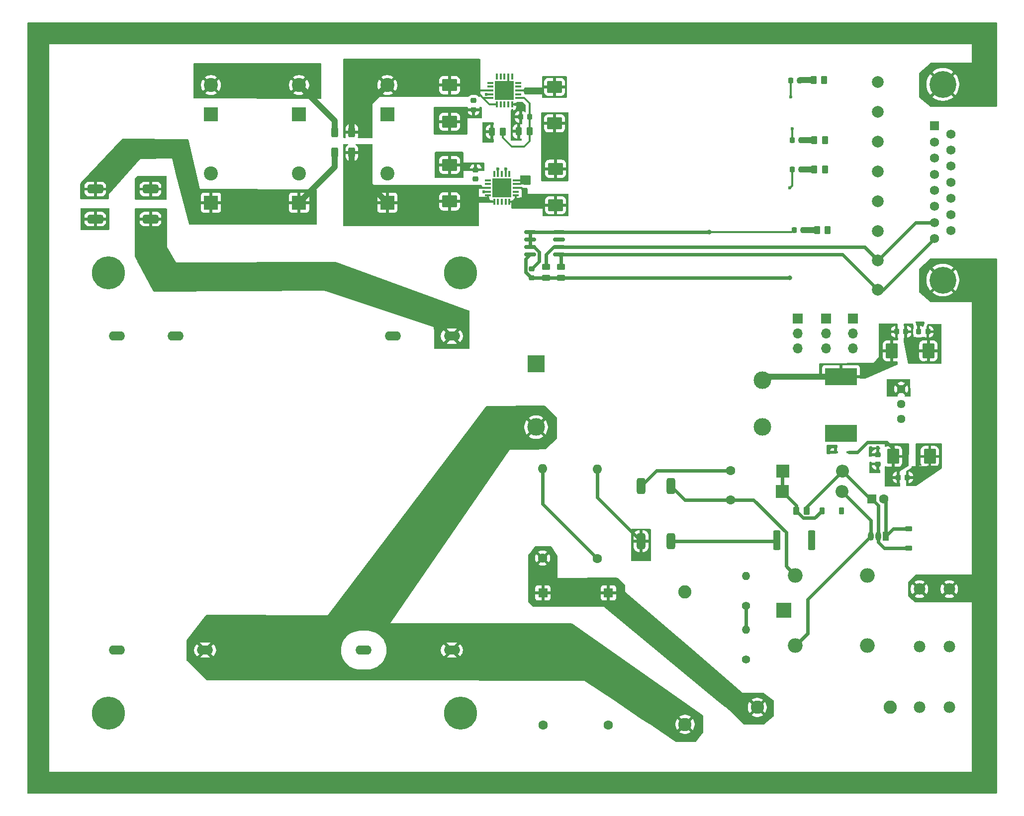
<source format=gtl>
G04 #@! TF.GenerationSoftware,KiCad,Pcbnew,9.0.0*
G04 #@! TF.CreationDate,2025-03-31T11:54:40-05:00*
G04 #@! TF.ProjectId,Power_Supply,506f7765-725f-4537-9570-706c792e6b69,rev?*
G04 #@! TF.SameCoordinates,Original*
G04 #@! TF.FileFunction,Copper,L1,Top*
G04 #@! TF.FilePolarity,Positive*
%FSLAX46Y46*%
G04 Gerber Fmt 4.6, Leading zero omitted, Abs format (unit mm)*
G04 Created by KiCad (PCBNEW 9.0.0) date 2025-03-31 11:54:40*
%MOMM*%
%LPD*%
G01*
G04 APERTURE LIST*
G04 Aperture macros list*
%AMRoundRect*
0 Rectangle with rounded corners*
0 $1 Rounding radius*
0 $2 $3 $4 $5 $6 $7 $8 $9 X,Y pos of 4 corners*
0 Add a 4 corners polygon primitive as box body*
4,1,4,$2,$3,$4,$5,$6,$7,$8,$9,$2,$3,0*
0 Add four circle primitives for the rounded corners*
1,1,$1+$1,$2,$3*
1,1,$1+$1,$4,$5*
1,1,$1+$1,$6,$7*
1,1,$1+$1,$8,$9*
0 Add four rect primitives between the rounded corners*
20,1,$1+$1,$2,$3,$4,$5,0*
20,1,$1+$1,$4,$5,$6,$7,0*
20,1,$1+$1,$6,$7,$8,$9,0*
20,1,$1+$1,$8,$9,$2,$3,0*%
G04 Aperture macros list end*
G04 #@! TA.AperFunction,ComponentPad*
%ADD10C,2.000000*%
G04 #@! TD*
G04 #@! TA.AperFunction,SMDPad,CuDef*
%ADD11R,0.820000X0.460000*%
G04 #@! TD*
G04 #@! TA.AperFunction,ComponentPad*
%ADD12C,2.250000*%
G04 #@! TD*
G04 #@! TA.AperFunction,SMDPad,CuDef*
%ADD13RoundRect,0.375000X-0.375000X0.975000X-0.375000X-0.975000X0.375000X-0.975000X0.375000X0.975000X0*%
G04 #@! TD*
G04 #@! TA.AperFunction,SMDPad,CuDef*
%ADD14RoundRect,0.250000X-0.787500X-1.025000X0.787500X-1.025000X0.787500X1.025000X-0.787500X1.025000X0*%
G04 #@! TD*
G04 #@! TA.AperFunction,SMDPad,CuDef*
%ADD15RoundRect,0.225000X0.250000X-0.225000X0.250000X0.225000X-0.250000X0.225000X-0.250000X-0.225000X0*%
G04 #@! TD*
G04 #@! TA.AperFunction,SMDPad,CuDef*
%ADD16RoundRect,0.218750X0.218750X0.256250X-0.218750X0.256250X-0.218750X-0.256250X0.218750X-0.256250X0*%
G04 #@! TD*
G04 #@! TA.AperFunction,SMDPad,CuDef*
%ADD17RoundRect,0.225000X-0.225000X-0.375000X0.225000X-0.375000X0.225000X0.375000X-0.225000X0.375000X0*%
G04 #@! TD*
G04 #@! TA.AperFunction,SMDPad,CuDef*
%ADD18RoundRect,0.250000X0.450000X-0.262500X0.450000X0.262500X-0.450000X0.262500X-0.450000X-0.262500X0*%
G04 #@! TD*
G04 #@! TA.AperFunction,SMDPad,CuDef*
%ADD19RoundRect,0.250000X1.025000X-0.787500X1.025000X0.787500X-1.025000X0.787500X-1.025000X-0.787500X0*%
G04 #@! TD*
G04 #@! TA.AperFunction,SMDPad,CuDef*
%ADD20RoundRect,0.225000X-0.225000X-0.250000X0.225000X-0.250000X0.225000X0.250000X-0.225000X0.250000X0*%
G04 #@! TD*
G04 #@! TA.AperFunction,SMDPad,CuDef*
%ADD21RoundRect,0.150000X0.825000X0.150000X-0.825000X0.150000X-0.825000X-0.150000X0.825000X-0.150000X0*%
G04 #@! TD*
G04 #@! TA.AperFunction,SMDPad,CuDef*
%ADD22RoundRect,0.225000X0.375000X-0.225000X0.375000X0.225000X-0.375000X0.225000X-0.375000X-0.225000X0*%
G04 #@! TD*
G04 #@! TA.AperFunction,ComponentPad*
%ADD23R,1.561000X1.561000*%
G04 #@! TD*
G04 #@! TA.AperFunction,ComponentPad*
%ADD24C,1.561000*%
G04 #@! TD*
G04 #@! TA.AperFunction,ComponentPad*
%ADD25C,4.572000*%
G04 #@! TD*
G04 #@! TA.AperFunction,SMDPad,CuDef*
%ADD26RoundRect,0.250000X-0.312500X-0.625000X0.312500X-0.625000X0.312500X0.625000X-0.312500X0.625000X0*%
G04 #@! TD*
G04 #@! TA.AperFunction,ComponentPad*
%ADD27C,1.600000*%
G04 #@! TD*
G04 #@! TA.AperFunction,SMDPad,CuDef*
%ADD28RoundRect,0.250000X0.262500X0.450000X-0.262500X0.450000X-0.262500X-0.450000X0.262500X-0.450000X0*%
G04 #@! TD*
G04 #@! TA.AperFunction,ComponentPad*
%ADD29C,1.980000*%
G04 #@! TD*
G04 #@! TA.AperFunction,ComponentPad*
%ADD30R,1.700000X1.700000*%
G04 #@! TD*
G04 #@! TA.AperFunction,ComponentPad*
%ADD31O,1.700000X1.700000*%
G04 #@! TD*
G04 #@! TA.AperFunction,ComponentPad*
%ADD32R,2.400000X2.400000*%
G04 #@! TD*
G04 #@! TA.AperFunction,ComponentPad*
%ADD33C,2.400000*%
G04 #@! TD*
G04 #@! TA.AperFunction,ComponentPad*
%ADD34R,2.200000X2.200000*%
G04 #@! TD*
G04 #@! TA.AperFunction,ComponentPad*
%ADD35O,2.200000X2.200000*%
G04 #@! TD*
G04 #@! TA.AperFunction,ComponentPad*
%ADD36R,3.000000X3.000000*%
G04 #@! TD*
G04 #@! TA.AperFunction,ComponentPad*
%ADD37C,3.000000*%
G04 #@! TD*
G04 #@! TA.AperFunction,ComponentPad*
%ADD38C,1.400000*%
G04 #@! TD*
G04 #@! TA.AperFunction,ComponentPad*
%ADD39O,1.400000X1.400000*%
G04 #@! TD*
G04 #@! TA.AperFunction,SMDPad,CuDef*
%ADD40R,1.050000X0.350000*%
G04 #@! TD*
G04 #@! TA.AperFunction,SMDPad,CuDef*
%ADD41R,0.350000X1.050000*%
G04 #@! TD*
G04 #@! TA.AperFunction,SMDPad,CuDef*
%ADD42R,3.250000X3.250000*%
G04 #@! TD*
G04 #@! TA.AperFunction,SMDPad,CuDef*
%ADD43R,5.410200X2.895600*%
G04 #@! TD*
G04 #@! TA.AperFunction,SMDPad,CuDef*
%ADD44RoundRect,0.250000X-0.262500X-0.450000X0.262500X-0.450000X0.262500X0.450000X-0.262500X0.450000X0*%
G04 #@! TD*
G04 #@! TA.AperFunction,ComponentPad*
%ADD45R,1.050000X1.500000*%
G04 #@! TD*
G04 #@! TA.AperFunction,ComponentPad*
%ADD46O,1.050000X1.500000*%
G04 #@! TD*
G04 #@! TA.AperFunction,SMDPad,CuDef*
%ADD47RoundRect,0.225000X-0.250000X0.225000X-0.250000X-0.225000X0.250000X-0.225000X0.250000X0.225000X0*%
G04 #@! TD*
G04 #@! TA.AperFunction,ComponentPad*
%ADD48R,1.600000X1.600000*%
G04 #@! TD*
G04 #@! TA.AperFunction,ComponentPad*
%ADD49O,1.600000X1.600000*%
G04 #@! TD*
G04 #@! TA.AperFunction,SMDPad,CuDef*
%ADD50RoundRect,0.218750X-0.218750X-0.256250X0.218750X-0.256250X0.218750X0.256250X-0.218750X0.256250X0*%
G04 #@! TD*
G04 #@! TA.AperFunction,SMDPad,CuDef*
%ADD51RoundRect,0.250000X0.362500X1.425000X-0.362500X1.425000X-0.362500X-1.425000X0.362500X-1.425000X0*%
G04 #@! TD*
G04 #@! TA.AperFunction,ComponentPad*
%ADD52C,1.440000*%
G04 #@! TD*
G04 #@! TA.AperFunction,ComponentPad*
%ADD53R,1.600200X1.600200*%
G04 #@! TD*
G04 #@! TA.AperFunction,ComponentPad*
%ADD54C,1.600200*%
G04 #@! TD*
G04 #@! TA.AperFunction,ComponentPad*
%ADD55R,2.500000X2.500000*%
G04 #@! TD*
G04 #@! TA.AperFunction,ComponentPad*
%ADD56O,2.500000X2.500000*%
G04 #@! TD*
G04 #@! TA.AperFunction,SMDPad,CuDef*
%ADD57RoundRect,0.375000X-0.975000X-0.375000X0.975000X-0.375000X0.975000X0.375000X-0.975000X0.375000X0*%
G04 #@! TD*
G04 #@! TA.AperFunction,ComponentPad*
%ADD58O,2.750000X1.571429*%
G04 #@! TD*
G04 #@! TA.AperFunction,ComponentPad*
%ADD59C,5.610000*%
G04 #@! TD*
G04 #@! TA.AperFunction,ViaPad*
%ADD60C,0.600000*%
G04 #@! TD*
G04 #@! TA.AperFunction,ViaPad*
%ADD61C,0.800000*%
G04 #@! TD*
G04 #@! TA.AperFunction,Conductor*
%ADD62C,1.000000*%
G04 #@! TD*
G04 #@! TA.AperFunction,Conductor*
%ADD63C,0.600000*%
G04 #@! TD*
G04 #@! TA.AperFunction,Conductor*
%ADD64C,0.300000*%
G04 #@! TD*
G04 APERTURE END LIST*
D10*
X201440000Y-31520000D03*
D11*
X194240000Y-94640000D03*
X196540000Y-94640000D03*
D12*
X203540000Y-138090000D03*
X180940000Y-138090000D03*
D13*
X166240000Y-100390000D03*
X161140000Y-100390000D03*
X161140000Y-109790000D03*
X166240000Y-109790000D03*
D14*
X203827500Y-77340000D03*
X210052500Y-77340000D03*
D15*
X142514999Y-64939999D03*
X142514999Y-63389999D03*
D10*
X201440000Y-36600000D03*
D16*
X188202500Y-31265000D03*
X186627500Y-31265000D03*
D17*
X191940000Y-104590000D03*
X195240000Y-104590000D03*
D18*
X144944999Y-64897499D03*
X144944999Y-63072499D03*
D19*
X128540000Y-38315000D03*
X128540000Y-32090000D03*
D20*
X204940000Y-98915000D03*
X206490000Y-98915000D03*
D21*
X147209999Y-60939999D03*
X147209999Y-59669999D03*
X147209999Y-58399999D03*
X147209999Y-57129999D03*
X142259999Y-57129999D03*
X142259999Y-58399999D03*
X142259999Y-59669999D03*
X142259999Y-60939999D03*
D10*
X201440000Y-51840000D03*
D22*
X206740000Y-110940000D03*
X206740000Y-107640000D03*
D23*
X211095000Y-39026000D03*
D24*
X211095000Y-41769000D03*
X211095000Y-44512000D03*
X211095000Y-47256000D03*
X211095000Y-49999000D03*
X211095000Y-52742000D03*
X211095000Y-55485000D03*
X211095000Y-58228000D03*
X213940000Y-40398000D03*
X213940000Y-43141000D03*
X213940000Y-45884000D03*
X213940000Y-48627000D03*
X213940000Y-51370000D03*
X213940000Y-54114000D03*
X213940000Y-56857000D03*
D25*
X212517000Y-31965000D03*
X212517000Y-65290000D03*
D26*
X108977500Y-43590000D03*
X111902500Y-43590000D03*
D27*
X176390000Y-102715000D03*
X176390000Y-97715000D03*
D28*
X189352500Y-104590000D03*
X187527500Y-104590000D03*
D20*
X204665000Y-74090000D03*
X206215000Y-74090000D03*
D28*
X192440000Y-41415000D03*
X190615000Y-41415000D03*
D29*
X213620000Y-127740000D03*
X208540000Y-127740000D03*
X208550000Y-117940000D03*
X213630000Y-117940000D03*
D20*
X140640000Y-37490000D03*
X142190000Y-37490000D03*
D19*
X146440000Y-38602500D03*
X146440000Y-32377500D03*
D30*
X192640000Y-71890000D03*
D31*
X192640000Y-74430000D03*
X192640000Y-76970000D03*
D32*
X117940000Y-52090000D03*
D33*
X117940000Y-47090000D03*
D34*
X185260000Y-97840000D03*
D35*
X195420000Y-97840000D03*
D36*
X143282500Y-79590000D03*
D37*
X143282500Y-90340000D03*
X181782500Y-90340000D03*
X181782500Y-82340000D03*
D38*
X179040000Y-129930000D03*
D39*
X179040000Y-124850000D03*
D40*
X140240000Y-34290000D03*
X140240000Y-33640000D03*
X140240000Y-32990000D03*
X140240000Y-32340000D03*
X140240000Y-31690000D03*
D41*
X139190000Y-30640000D03*
X138540000Y-30640000D03*
X137890000Y-30640000D03*
X137240000Y-30640000D03*
X136590000Y-30640000D03*
D40*
X135540000Y-31690000D03*
X135540000Y-32340000D03*
X135540000Y-32990000D03*
X135540000Y-33640000D03*
X135540000Y-34290000D03*
D41*
X136590000Y-35340000D03*
X137240000Y-35340000D03*
X137890000Y-35340000D03*
X138540000Y-35340000D03*
X139190000Y-35340000D03*
D42*
X137890000Y-32990000D03*
D43*
X195190000Y-81738600D03*
X195190000Y-91441400D03*
D10*
X201440000Y-56920000D03*
D32*
X87940000Y-37090000D03*
D33*
X87940000Y-32090000D03*
D44*
X190527500Y-31240000D03*
X192352500Y-31240000D03*
D18*
X147504999Y-64887499D03*
X147504999Y-63062499D03*
D45*
X202810000Y-108930000D03*
D46*
X201540000Y-108930000D03*
X200270000Y-108930000D03*
D47*
X132640000Y-34715000D03*
X132640000Y-36265000D03*
D10*
X201440000Y-41680000D03*
D32*
X117940000Y-37090000D03*
D33*
X117940000Y-32090000D03*
D48*
X200440000Y-102590000D03*
D27*
X202440000Y-102590000D03*
X144390000Y-112660000D03*
D49*
X144390000Y-97420000D03*
D28*
X192440000Y-46490000D03*
X190615000Y-46490000D03*
D19*
X128540000Y-51902500D03*
X128540000Y-45677500D03*
D50*
X186865000Y-41440000D03*
X188440000Y-41440000D03*
D47*
X201440000Y-95065000D03*
X201440000Y-96615000D03*
D51*
X190202500Y-109590000D03*
X184277500Y-109590000D03*
D32*
X102940000Y-37090000D03*
D33*
X102940000Y-32090000D03*
D52*
X205440000Y-83861500D03*
X205440000Y-86401500D03*
X205440000Y-88941500D03*
D27*
X153690000Y-112710000D03*
D49*
X153690000Y-97470000D03*
D50*
X187190000Y-56765000D03*
X188765000Y-56765000D03*
D19*
X146590000Y-52552500D03*
X146590000Y-46327500D03*
D28*
X142152500Y-39965000D03*
X140327500Y-39965000D03*
D30*
X197240000Y-71865000D03*
D31*
X197240000Y-74405000D03*
X197240000Y-76945000D03*
D32*
X102940000Y-52090000D03*
D33*
X102940000Y-47090000D03*
D26*
X108977500Y-40090000D03*
X111902500Y-40090000D03*
D44*
X135777500Y-40015000D03*
X137602500Y-40015000D03*
D53*
X155590000Y-118595600D03*
D54*
X155590000Y-141095600D03*
D55*
X185440000Y-121590000D03*
D56*
X187440000Y-127590000D03*
X199640000Y-127590000D03*
X199640000Y-115590000D03*
X187440000Y-115590000D03*
D32*
X87940000Y-52090000D03*
D33*
X87940000Y-47090000D03*
D10*
X201447000Y-61903000D03*
X201447000Y-66903000D03*
D38*
X179040000Y-120780000D03*
D39*
X179040000Y-115700000D03*
D53*
X144440000Y-118595600D03*
D54*
X144440000Y-141095600D03*
D57*
X68240000Y-49790000D03*
X68240000Y-54890000D03*
X77640000Y-54890000D03*
X77640000Y-49790000D03*
D50*
X186865000Y-46490000D03*
X188440000Y-46490000D03*
D58*
X71940000Y-128340000D03*
X86940000Y-128340000D03*
X113940000Y-128340000D03*
X128940000Y-128340000D03*
X128940000Y-74840000D03*
X118940000Y-74840000D03*
X81940000Y-74840000D03*
X71940000Y-74840000D03*
D59*
X130440000Y-64090000D03*
X70440000Y-64090000D03*
X70440000Y-139090000D03*
X130440000Y-139090000D03*
D12*
X168640000Y-118390000D03*
X168640000Y-140990000D03*
D10*
X201440000Y-46760000D03*
D30*
X187840000Y-71890000D03*
D31*
X187840000Y-74430000D03*
X187840000Y-76970000D03*
D40*
X139790000Y-50890000D03*
X139790000Y-50240000D03*
X139790000Y-49590000D03*
X139790000Y-48940000D03*
X139790000Y-48290000D03*
D41*
X138740000Y-47240000D03*
X138090000Y-47240000D03*
X137440000Y-47240000D03*
X136790000Y-47240000D03*
X136140000Y-47240000D03*
D40*
X135090000Y-48290000D03*
X135090000Y-48940000D03*
X135090000Y-49590000D03*
X135090000Y-50240000D03*
X135090000Y-50890000D03*
D41*
X136140000Y-51940000D03*
X136790000Y-51940000D03*
X137440000Y-51940000D03*
X138090000Y-51940000D03*
X138740000Y-51940000D03*
D42*
X137440000Y-49590000D03*
D20*
X208415000Y-74090000D03*
X209965000Y-74090000D03*
D28*
X192940000Y-56765000D03*
X191115000Y-56765000D03*
D34*
X185185000Y-101340000D03*
D35*
X195345000Y-101340000D03*
D15*
X132990000Y-48065000D03*
X132990000Y-46515000D03*
D14*
X204077500Y-95340000D03*
X210302500Y-95340000D03*
D29*
X208560000Y-138090000D03*
X213640000Y-138090000D03*
D60*
X209115000Y-72665000D03*
X204640000Y-75290000D03*
X202890000Y-73090000D03*
X193915000Y-81740000D03*
X196440000Y-81740000D03*
X203765000Y-76615000D03*
X204490000Y-77340000D03*
X202890000Y-73940000D03*
X199115000Y-80140000D03*
X199140000Y-81540000D03*
X195190000Y-81738600D03*
X203150000Y-79530000D03*
X204100000Y-79510000D03*
X202200000Y-79520000D03*
X203740000Y-73090000D03*
X195190000Y-82740000D03*
X195190000Y-80790000D03*
X203790000Y-77940000D03*
D61*
X192940000Y-56765000D03*
D60*
X204665000Y-74090000D03*
X208265000Y-72665000D03*
X208415000Y-74090000D03*
X200490000Y-80640000D03*
X210890000Y-96140000D03*
X209790000Y-96140000D03*
X206215000Y-74090000D03*
X211165000Y-97465000D03*
X210940000Y-94540000D03*
X206215000Y-73065000D03*
D61*
X172775001Y-57129999D03*
D60*
X211590000Y-74115000D03*
X206190000Y-75415000D03*
X209965000Y-75340000D03*
X211740000Y-77340000D03*
X207915000Y-99690000D03*
X210302500Y-95340000D03*
X200340000Y-97715000D03*
X210115000Y-97465000D03*
X211615000Y-73115000D03*
X208865000Y-97465000D03*
X206490000Y-98915000D03*
X186490000Y-49615000D03*
X209740000Y-94540000D03*
X200315000Y-96615000D03*
X207915000Y-98715000D03*
X211765000Y-79240000D03*
X201465000Y-97815000D03*
X209765000Y-79265000D03*
X207090000Y-77390000D03*
X201440000Y-96615000D03*
X207690000Y-97465000D03*
X209390000Y-77340000D03*
X209965000Y-74090000D03*
X209165000Y-98715000D03*
X137440000Y-49590000D03*
X138240000Y-50540000D03*
X129290000Y-45090000D03*
X128570772Y-43890000D03*
X186865000Y-39515000D03*
X140990000Y-47840000D03*
X134515000Y-39990000D03*
X135790000Y-40015000D03*
X128540000Y-47490000D03*
X147490000Y-46990000D03*
X136840000Y-31890000D03*
X147490000Y-45640000D03*
X138990000Y-34090000D03*
X146440000Y-38602500D03*
X126440000Y-43890000D03*
X134165000Y-45565000D03*
X138090000Y-46340000D03*
X134615000Y-41490000D03*
X126411511Y-40042960D03*
X127715000Y-45115000D03*
X127840000Y-37690000D03*
X147290000Y-39290000D03*
X136540000Y-50540000D03*
X136790000Y-46340000D03*
X133765000Y-36265000D03*
X128540000Y-38315000D03*
X138240000Y-48740000D03*
X137890000Y-32990000D03*
X132640000Y-37315000D03*
X131465000Y-36265000D03*
X130540000Y-47490000D03*
X129290000Y-46265000D03*
X129340000Y-38890000D03*
X141840000Y-48640000D03*
X136840000Y-34090000D03*
X145540000Y-37940000D03*
X144930000Y-42420000D03*
X128540000Y-45677500D03*
X138990000Y-31890000D03*
X147290000Y-37990000D03*
X145540000Y-39290000D03*
X145690000Y-45640000D03*
X126460185Y-36437164D03*
X146590000Y-46327500D03*
X146505000Y-42420000D03*
X130540000Y-43890000D03*
X145690000Y-46990000D03*
X145710000Y-41590000D03*
X132640000Y-36265000D03*
X140990000Y-48640000D03*
X134565000Y-38740000D03*
X126540000Y-47490000D03*
X131440000Y-45590000D03*
X147330000Y-41580000D03*
X136540000Y-48740000D03*
X186627500Y-34127500D03*
X126415000Y-38315000D03*
X130887157Y-40014208D03*
X128540000Y-40090000D03*
X127740000Y-46265000D03*
X130915000Y-38315000D03*
X145720000Y-43250000D03*
X132990000Y-46515000D03*
X127840000Y-38890000D03*
X141840000Y-47840000D03*
X148180000Y-42420000D03*
X128540000Y-36440000D03*
X131465000Y-46340000D03*
X147340000Y-43240000D03*
X129340000Y-37690000D03*
X68240000Y-56290000D03*
X68240000Y-54890000D03*
X70240000Y-53490000D03*
X66090000Y-56290000D03*
X69115000Y-54865000D03*
X66090000Y-53440000D03*
X68215000Y-53365000D03*
X70240000Y-56265000D03*
X67265000Y-54890000D03*
X160440000Y-112690000D03*
X161840000Y-112690000D03*
X161540000Y-110590000D03*
X161540000Y-108990000D03*
X161140000Y-109790000D03*
X160740000Y-108990000D03*
X161140000Y-111890000D03*
X159840000Y-111890000D03*
X162440000Y-111890000D03*
X160740000Y-110590000D03*
X195240000Y-104590000D03*
D61*
X186465000Y-64890000D03*
D60*
X203340000Y-97640000D03*
X204915000Y-100140000D03*
X203365000Y-98840000D03*
X204590000Y-94640000D03*
X204940000Y-98915000D03*
X203490000Y-96140000D03*
X204940000Y-97615000D03*
X204590000Y-96140000D03*
X204077500Y-95340000D03*
D61*
X192440000Y-46490000D03*
D60*
X203540000Y-94640000D03*
X203415000Y-99965000D03*
X145765000Y-51990000D03*
X141520000Y-51930000D03*
X147390000Y-53165000D03*
X145765000Y-53140000D03*
X141310000Y-51070000D03*
X140229079Y-52616887D03*
X141290000Y-50040000D03*
X140640000Y-51940000D03*
X147390000Y-51965000D03*
X146590000Y-52552500D03*
D61*
X192440000Y-41415000D03*
D60*
X139790000Y-51940000D03*
X141200000Y-52650000D03*
X132640000Y-34715000D03*
X134840000Y-33640000D03*
X139415000Y-38490000D03*
X146440000Y-32377500D03*
X145540000Y-31740000D03*
X139840000Y-35340000D03*
X140640000Y-37490000D03*
D61*
X192352500Y-31240000D03*
D60*
X140340000Y-39990000D03*
X139215000Y-39940000D03*
X143930000Y-33020000D03*
X145540000Y-33040000D03*
X140665000Y-38465000D03*
X147290000Y-31740000D03*
X147340000Y-33040000D03*
X139390000Y-37465000D03*
X142820000Y-33010000D03*
X141590000Y-32990000D03*
X140640000Y-36040000D03*
X77665000Y-51290000D03*
X79940000Y-51090000D03*
X79940000Y-49690000D03*
X76790000Y-49790000D03*
X78440000Y-48090000D03*
X76940000Y-48090000D03*
X75340000Y-49890000D03*
X77640000Y-49790000D03*
X78540000Y-49790000D03*
X79865000Y-48065000D03*
X75540000Y-51190000D03*
X190202500Y-109590000D03*
X190190000Y-110640000D03*
X190215000Y-108540000D03*
X132990000Y-48065000D03*
X134408874Y-50239999D03*
X194240000Y-94640000D03*
X193290000Y-93690000D03*
X203490000Y-84790000D03*
X195190000Y-92390000D03*
X193040000Y-94590000D03*
X194240000Y-93640000D03*
X195190000Y-91441400D03*
X193740000Y-91440000D03*
X201490000Y-93815000D03*
X200240000Y-93840000D03*
X196590000Y-91440000D03*
X200240000Y-95040000D03*
X203490000Y-82690000D03*
X203490000Y-83690000D03*
X195190000Y-90490000D03*
X201440000Y-95065000D03*
D62*
X182382500Y-81740000D02*
X195188600Y-81740000D01*
X181782500Y-82340000D02*
X182382500Y-81740000D01*
X195188600Y-81740000D02*
X195190000Y-81738600D01*
D63*
X142259999Y-57129999D02*
X142259999Y-59669999D01*
X143785999Y-62118999D02*
X143785999Y-60495477D01*
D64*
X172785002Y-57140000D02*
X186815000Y-57140000D01*
D63*
X172775001Y-57129999D02*
X147209999Y-57129999D01*
X147209999Y-57129999D02*
X142259999Y-57129999D01*
X142960521Y-59669999D02*
X142259999Y-59669999D01*
D64*
X186865000Y-49240000D02*
X186865000Y-46490000D01*
D63*
X143785999Y-60495477D02*
X142960521Y-59669999D01*
D64*
X172775001Y-57129999D02*
X172785002Y-57140000D01*
D63*
X142514999Y-63389999D02*
X143785999Y-62118999D01*
D64*
X186490000Y-49615000D02*
X186865000Y-49240000D01*
X186815000Y-57140000D02*
X187190000Y-56765000D01*
D62*
X108977500Y-46052500D02*
X102940000Y-52090000D01*
X108977500Y-43590000D02*
X108977500Y-46052500D01*
D64*
X138540000Y-32340000D02*
X137890000Y-32990000D01*
X138540000Y-30640000D02*
X138540000Y-32340000D01*
X138090000Y-48940000D02*
X137440000Y-49590000D01*
X139790000Y-48940000D02*
X140690000Y-48940000D01*
X136790000Y-47240000D02*
X136790000Y-46340000D01*
X138090000Y-47240000D02*
X138090000Y-46340000D01*
X140640000Y-48290000D02*
X140990000Y-48640000D01*
X139790000Y-48290000D02*
X140640000Y-48290000D01*
X140690000Y-48940000D02*
X140990000Y-48640000D01*
X186865000Y-39515000D02*
X186865000Y-41440000D01*
X186627500Y-34127500D02*
X186627500Y-31265000D01*
X137440000Y-49590000D02*
X136790000Y-48940000D01*
D62*
X117940000Y-52090000D02*
X111902500Y-46052500D01*
D64*
X135090000Y-50890000D02*
X135040000Y-50940000D01*
X135090000Y-49590000D02*
X133490000Y-49590000D01*
X135290000Y-51940000D02*
X136140000Y-51940000D01*
X135040000Y-50940000D02*
X135040000Y-51290000D01*
D62*
X111902500Y-46052500D02*
X111902500Y-43590000D01*
D64*
X133490000Y-49590000D02*
X133140000Y-49940000D01*
D62*
X108977500Y-38127500D02*
X102940000Y-32090000D01*
X108977500Y-40090000D02*
X108977500Y-38127500D01*
X111902500Y-40090000D02*
X111902500Y-38127500D01*
D64*
X135340000Y-35340000D02*
X134165000Y-34165000D01*
X136590000Y-35340000D02*
X135340000Y-35340000D01*
D62*
X111902500Y-38127500D02*
X117940000Y-32090000D01*
D64*
X133540000Y-32990000D02*
X135540000Y-32990000D01*
X134290000Y-34290000D02*
X134165000Y-34165000D01*
X133265000Y-33265000D02*
X133540000Y-32990000D01*
X135540000Y-34290000D02*
X134290000Y-34290000D01*
X134165000Y-34165000D02*
X133265000Y-33265000D01*
D63*
X153690000Y-102340000D02*
X153690000Y-97470000D01*
X161140000Y-109790000D02*
X153690000Y-102340000D01*
X168565000Y-102715000D02*
X166240000Y-100390000D01*
X185185000Y-97915000D02*
X185260000Y-97840000D01*
X187440000Y-115590000D02*
X185840000Y-113990000D01*
X188728500Y-105791000D02*
X190739000Y-105791000D01*
X187527500Y-104590000D02*
X188728500Y-105791000D01*
X185185000Y-101340000D02*
X185185000Y-97915000D01*
X187527500Y-104590000D02*
X187527500Y-103682500D01*
X187527500Y-103682500D02*
X185185000Y-101340000D01*
X176390000Y-102715000D02*
X168565000Y-102715000D01*
X190739000Y-105791000D02*
X191940000Y-104590000D01*
X185840000Y-113990000D02*
X185840000Y-108297785D01*
X185840000Y-108297785D02*
X180257215Y-102715000D01*
X180257215Y-102715000D02*
X176390000Y-102715000D01*
X206740000Y-107640000D02*
X204100000Y-107640000D01*
X202440000Y-102590000D02*
X202810000Y-102960000D01*
X202810000Y-102960000D02*
X202810000Y-108930000D01*
X204100000Y-107640000D02*
X202810000Y-108930000D01*
X176390000Y-97715000D02*
X163815000Y-97715000D01*
X163815000Y-97715000D02*
X161140000Y-100390000D01*
X189352500Y-103907500D02*
X195420000Y-97840000D01*
X201540000Y-109937000D02*
X202543000Y-110940000D01*
X200170000Y-102590000D02*
X195420000Y-97840000D01*
X201540000Y-108930000D02*
X201540000Y-109937000D01*
X189352500Y-104590000D02*
X189352500Y-103907500D01*
X201540000Y-103690000D02*
X200440000Y-102590000D01*
X202543000Y-110940000D02*
X206740000Y-110940000D01*
X201540000Y-108930000D02*
X201540000Y-103690000D01*
X200440000Y-102590000D02*
X200170000Y-102590000D01*
X185692501Y-64887499D02*
X147504999Y-64887499D01*
X199666000Y-92964000D02*
X202976500Y-92964000D01*
X185695002Y-64890000D02*
X185692501Y-64887499D01*
X141488999Y-61710999D02*
X142259999Y-60939999D01*
X186465000Y-64890000D02*
X185695002Y-64890000D01*
X142514999Y-64939999D02*
X142486335Y-64939999D01*
X204077500Y-94065000D02*
X204077500Y-95340000D01*
D64*
X186465000Y-64890000D02*
X186315000Y-64740000D01*
D63*
X144944999Y-64897499D02*
X147494999Y-64897499D01*
X141488999Y-63942663D02*
X141488999Y-61710999D01*
X197990000Y-94640000D02*
X199666000Y-92964000D01*
X147494999Y-64897499D02*
X147504999Y-64887499D01*
X142486335Y-64939999D02*
X141488999Y-63942663D01*
X144902499Y-64939999D02*
X144944999Y-64897499D01*
X202976500Y-92964000D02*
X204077500Y-94065000D01*
X196540000Y-94640000D02*
X197990000Y-94640000D01*
X142514999Y-64939999D02*
X144902499Y-64939999D01*
D64*
X142190000Y-35190000D02*
X141290000Y-34290000D01*
X139115000Y-42540000D02*
X141215000Y-42540000D01*
X137602500Y-40015000D02*
X137602500Y-41027500D01*
X142190000Y-39927500D02*
X142152500Y-39965000D01*
X142152500Y-41602500D02*
X142152500Y-39965000D01*
X142190000Y-37490000D02*
X142190000Y-35190000D01*
X137602500Y-41027500D02*
X139115000Y-42540000D01*
X141215000Y-42540000D02*
X142152500Y-41602500D01*
X142190000Y-37490000D02*
X142190000Y-39927500D01*
X141290000Y-34290000D02*
X140240000Y-34290000D01*
X138740000Y-51940000D02*
X139790000Y-51940000D01*
X140840000Y-49590000D02*
X139790000Y-49590000D01*
X141290000Y-50040000D02*
X140840000Y-49590000D01*
X139790000Y-50890000D02*
X139790000Y-51940000D01*
X135540000Y-33640000D02*
X134840000Y-33640000D01*
X139840000Y-35340000D02*
X139190000Y-35340000D01*
X141590000Y-32990000D02*
X140240000Y-32990000D01*
D62*
X188765000Y-56765000D02*
X191115000Y-56765000D01*
X190615000Y-46490000D02*
X188440000Y-46490000D01*
D63*
X200270000Y-106265000D02*
X195345000Y-101340000D01*
X189540000Y-119660000D02*
X200270000Y-108930000D01*
X187440000Y-127590000D02*
X189540000Y-125490000D01*
X189540000Y-125490000D02*
X189540000Y-119660000D01*
X200270000Y-108930000D02*
X200270000Y-106265000D01*
X184077500Y-109790000D02*
X184277500Y-109590000D01*
X166240000Y-109790000D02*
X184077500Y-109790000D01*
X144390000Y-103410000D02*
X153690000Y-112710000D01*
X144390000Y-97420000D02*
X144390000Y-103410000D01*
X179040000Y-120780000D02*
X179040000Y-124850000D01*
X202420000Y-66903000D02*
X201447000Y-66903000D01*
X211095000Y-58228000D02*
X202420000Y-66903000D01*
X195483999Y-60939999D02*
X201447000Y-66903000D01*
X147504999Y-61234999D02*
X147209999Y-60939999D01*
X147209999Y-60939999D02*
X195483999Y-60939999D01*
X147504999Y-63062499D02*
X147504999Y-61234999D01*
X199213999Y-59669999D02*
X201447000Y-61903000D01*
X144944999Y-60960000D02*
X146235000Y-59669999D01*
X147209999Y-59669999D02*
X199213999Y-59669999D01*
X207865000Y-55485000D02*
X211095000Y-55485000D01*
X201447000Y-61903000D02*
X207865000Y-55485000D01*
X144944999Y-63072499D02*
X144944999Y-60960000D01*
X146235000Y-59669999D02*
X147209999Y-59669999D01*
D64*
X135090000Y-50240000D02*
X134408875Y-50240000D01*
X134408875Y-50240000D02*
X134408874Y-50239999D01*
D62*
X188465000Y-41415000D02*
X188440000Y-41440000D01*
X190615000Y-41415000D02*
X188465000Y-41415000D01*
X188227500Y-31240000D02*
X188202500Y-31265000D01*
X190527500Y-31240000D02*
X188227500Y-31240000D01*
G04 #@! TA.AperFunction,Conductor*
G36*
X212290000Y-97390000D02*
G01*
X212290000Y-97443805D01*
X212282021Y-97464960D01*
X212239944Y-97520739D01*
X212235101Y-97524160D01*
X207996973Y-100368541D01*
X207930339Y-100389555D01*
X207926494Y-100389572D01*
X206412622Y-100372751D01*
X206345806Y-100352323D01*
X206300640Y-100299014D01*
X206290000Y-100248759D01*
X206290000Y-100020000D01*
X206290000Y-99889999D01*
X206740000Y-99889999D01*
X206763308Y-99889999D01*
X206763322Y-99889998D01*
X206862607Y-99879855D01*
X207023481Y-99826547D01*
X207023492Y-99826542D01*
X207167728Y-99737575D01*
X207167732Y-99737572D01*
X207287572Y-99617732D01*
X207287575Y-99617728D01*
X207376542Y-99473492D01*
X207376547Y-99473481D01*
X207429855Y-99312606D01*
X207439999Y-99213322D01*
X207440000Y-99213309D01*
X207440000Y-99165000D01*
X206740000Y-99165000D01*
X206740000Y-99889999D01*
X206290000Y-99889999D01*
X206290000Y-98665000D01*
X206740000Y-98665000D01*
X207439999Y-98665000D01*
X207439999Y-98616692D01*
X207439998Y-98616677D01*
X207429855Y-98517392D01*
X207376547Y-98356518D01*
X207376542Y-98356507D01*
X207287575Y-98212271D01*
X207287572Y-98212267D01*
X207167732Y-98092427D01*
X207167728Y-98092424D01*
X207023492Y-98003457D01*
X207023481Y-98003452D01*
X206862606Y-97950144D01*
X206763322Y-97940000D01*
X206740000Y-97940000D01*
X206740000Y-98665000D01*
X206290000Y-98665000D01*
X206290000Y-97843503D01*
X206299105Y-97835934D01*
X206918221Y-97455777D01*
X207004449Y-97389029D01*
X207042748Y-97352128D01*
X207112651Y-97268446D01*
X207174594Y-97138582D01*
X207189606Y-97090438D01*
X207205104Y-97067183D01*
X207217778Y-97042269D01*
X207226140Y-97035619D01*
X207228353Y-97032299D01*
X207245390Y-97020309D01*
X207311994Y-96981372D01*
X207372433Y-96964440D01*
X212290000Y-96879655D01*
X212290000Y-97390000D01*
G37*
G04 #@! TD.AperFunction*
G04 #@! TA.AperFunction,Conductor*
G36*
X141758039Y-49609685D02*
G01*
X141803794Y-49662489D01*
X141815000Y-49714000D01*
X141815000Y-50590000D01*
X140815000Y-50590000D01*
X140815000Y-50474174D01*
X140815427Y-50466203D01*
X140815322Y-50466198D01*
X140815497Y-50462892D01*
X140815500Y-50462873D01*
X140815499Y-50017128D01*
X140809091Y-49957517D01*
X140758796Y-49822669D01*
X140733075Y-49788311D01*
X140708658Y-49722848D01*
X140723509Y-49654575D01*
X140772914Y-49605169D01*
X140832342Y-49590000D01*
X141691000Y-49590000D01*
X141758039Y-49609685D01*
G37*
G04 #@! TD.AperFunction*
G04 #@! TA.AperFunction,Conductor*
G36*
X206717621Y-93109685D02*
G01*
X206763376Y-93162489D01*
X206774565Y-93216066D01*
X206712810Y-96921401D01*
X206692011Y-96988103D01*
X206653712Y-97025004D01*
X205289156Y-97862889D01*
X205281350Y-97876773D01*
X205231335Y-97925561D01*
X205195538Y-97934461D01*
X205190000Y-97940000D01*
X205190000Y-99889999D01*
X205204138Y-99904137D01*
X205223027Y-99909684D01*
X205268782Y-99962488D01*
X205279987Y-100014528D01*
X205278688Y-100319256D01*
X205258718Y-100386211D01*
X205205719Y-100431740D01*
X205157458Y-100442696D01*
X202792119Y-100495537D01*
X202724657Y-100477355D01*
X202677734Y-100425586D01*
X202665350Y-100371536D01*
X202665457Y-99962488D01*
X202665652Y-99213322D01*
X203990001Y-99213322D01*
X204000144Y-99312607D01*
X204053452Y-99473481D01*
X204053457Y-99473492D01*
X204142424Y-99617728D01*
X204142427Y-99617732D01*
X204262267Y-99737572D01*
X204262271Y-99737575D01*
X204406507Y-99826542D01*
X204406518Y-99826547D01*
X204567393Y-99879855D01*
X204666683Y-99889999D01*
X204690000Y-99889998D01*
X204690000Y-99165000D01*
X203990001Y-99165000D01*
X203990001Y-99213322D01*
X202665652Y-99213322D01*
X202665808Y-98616677D01*
X203990000Y-98616677D01*
X203990000Y-98665000D01*
X204690000Y-98665000D01*
X204690000Y-97939999D01*
X204666693Y-97940000D01*
X204666674Y-97940001D01*
X204567392Y-97950144D01*
X204406518Y-98003452D01*
X204406507Y-98003457D01*
X204262271Y-98092424D01*
X204262267Y-98092427D01*
X204142427Y-98212267D01*
X204142424Y-98212271D01*
X204053457Y-98356507D01*
X204053452Y-98356518D01*
X204000144Y-98517393D01*
X203990000Y-98616677D01*
X202665808Y-98616677D01*
X202666208Y-97083574D01*
X202685910Y-97016543D01*
X202738726Y-96970802D01*
X202807887Y-96960877D01*
X202855305Y-96978072D01*
X202970869Y-97049353D01*
X202970880Y-97049358D01*
X203137302Y-97104505D01*
X203137309Y-97104506D01*
X203240019Y-97114999D01*
X203827499Y-97114999D01*
X204327500Y-97114999D01*
X204914972Y-97114999D01*
X204914986Y-97114998D01*
X205017697Y-97104505D01*
X205184119Y-97049358D01*
X205184124Y-97049356D01*
X205333345Y-96957315D01*
X205457315Y-96833345D01*
X205549356Y-96684124D01*
X205549358Y-96684119D01*
X205604505Y-96517697D01*
X205604506Y-96517690D01*
X205614999Y-96414986D01*
X205615000Y-96414973D01*
X205615000Y-95590000D01*
X204327500Y-95590000D01*
X204327500Y-97114999D01*
X203827499Y-97114999D01*
X203827500Y-97114998D01*
X203827500Y-95090000D01*
X204327500Y-95090000D01*
X205614999Y-95090000D01*
X205614999Y-94265028D01*
X205614998Y-94265013D01*
X205604505Y-94162302D01*
X205549358Y-93995880D01*
X205549356Y-93995875D01*
X205457315Y-93846654D01*
X205333345Y-93722684D01*
X205184124Y-93630643D01*
X205184119Y-93630641D01*
X205017697Y-93575494D01*
X205017690Y-93575493D01*
X204914986Y-93565000D01*
X204327500Y-93565000D01*
X204327500Y-95090000D01*
X203827500Y-95090000D01*
X203827500Y-93565000D01*
X203240028Y-93565000D01*
X203240012Y-93565001D01*
X203137302Y-93575494D01*
X202970880Y-93630641D01*
X202970871Y-93630645D01*
X202856215Y-93701366D01*
X202788823Y-93719806D01*
X202722159Y-93698883D01*
X202677390Y-93645241D01*
X202667119Y-93595798D01*
X202667220Y-93213967D01*
X202686922Y-93146933D01*
X202739738Y-93101192D01*
X202791220Y-93090000D01*
X206650582Y-93090000D01*
X206717621Y-93109685D01*
G37*
G04 #@! TD.AperFunction*
G04 #@! TA.AperFunction,Conductor*
G36*
X133733039Y-27615185D02*
G01*
X133778794Y-27667989D01*
X133790000Y-27719500D01*
X133790000Y-33966000D01*
X133787449Y-33974685D01*
X133788738Y-33983647D01*
X133777759Y-34007687D01*
X133770315Y-34033039D01*
X133763474Y-34038966D01*
X133759713Y-34047203D01*
X133737478Y-34061492D01*
X133717511Y-34078794D01*
X133706996Y-34081081D01*
X133700935Y-34084977D01*
X133666000Y-34090000D01*
X133564893Y-34090000D01*
X133497854Y-34070315D01*
X133469247Y-34041200D01*
X133467449Y-34042623D01*
X133462967Y-34036955D01*
X133343044Y-33917032D01*
X133343040Y-33917029D01*
X133198705Y-33828001D01*
X133198699Y-33827998D01*
X133198697Y-33827997D01*
X133084029Y-33790000D01*
X133037709Y-33774651D01*
X132938346Y-33764500D01*
X132341662Y-33764500D01*
X132341644Y-33764501D01*
X132242292Y-33774650D01*
X132242289Y-33774651D01*
X132081305Y-33827996D01*
X132081294Y-33828001D01*
X131936959Y-33917029D01*
X131936955Y-33917032D01*
X131817032Y-34036955D01*
X131812551Y-34042623D01*
X131810054Y-34040648D01*
X131768597Y-34077870D01*
X131715107Y-34090000D01*
X115440000Y-34090000D01*
X115440000Y-40966000D01*
X115420315Y-41033039D01*
X115367511Y-41078794D01*
X115316000Y-41090000D01*
X113052562Y-41090000D01*
X112985523Y-41070315D01*
X112939768Y-41017511D01*
X112929824Y-40948353D01*
X112934856Y-40926997D01*
X112954504Y-40867700D01*
X112954506Y-40867690D01*
X112964999Y-40764986D01*
X112965000Y-40764973D01*
X112965000Y-40340000D01*
X110840001Y-40340000D01*
X110840001Y-40764986D01*
X110850494Y-40867697D01*
X110870144Y-40926996D01*
X110872546Y-40996824D01*
X110836814Y-41056866D01*
X110774294Y-41088059D01*
X110752438Y-41090000D01*
X110564000Y-41090000D01*
X110496961Y-41070315D01*
X110451206Y-41017511D01*
X110440000Y-40966000D01*
X110440000Y-39415013D01*
X110840000Y-39415013D01*
X110840000Y-39840000D01*
X111652500Y-39840000D01*
X112152500Y-39840000D01*
X112964999Y-39840000D01*
X112964999Y-39415028D01*
X112964998Y-39415013D01*
X112954505Y-39312302D01*
X112899358Y-39145880D01*
X112899356Y-39145875D01*
X112807315Y-38996654D01*
X112683345Y-38872684D01*
X112534124Y-38780643D01*
X112534119Y-38780641D01*
X112367697Y-38725494D01*
X112367690Y-38725493D01*
X112264986Y-38715000D01*
X112152500Y-38715000D01*
X112152500Y-39840000D01*
X111652500Y-39840000D01*
X111652500Y-38715000D01*
X111540027Y-38715000D01*
X111540012Y-38715001D01*
X111437302Y-38725494D01*
X111270880Y-38780641D01*
X111270875Y-38780643D01*
X111121654Y-38872684D01*
X110997684Y-38996654D01*
X110905643Y-39145875D01*
X110905641Y-39145880D01*
X110850494Y-39312302D01*
X110850493Y-39312309D01*
X110840000Y-39415013D01*
X110440000Y-39415013D01*
X110440000Y-31978575D01*
X116240000Y-31978575D01*
X116240000Y-32201424D01*
X116269085Y-32422354D01*
X116269088Y-32422367D01*
X116326763Y-32637618D01*
X116412045Y-32843502D01*
X116412054Y-32843520D01*
X116523464Y-33036491D01*
X116523473Y-33036504D01*
X116574040Y-33102403D01*
X116574043Y-33102403D01*
X117375387Y-32301059D01*
X117380889Y-32321591D01*
X117459881Y-32458408D01*
X117571592Y-32570119D01*
X117708409Y-32649111D01*
X117728940Y-32654612D01*
X116927595Y-33455955D01*
X116927595Y-33455956D01*
X116993507Y-33506533D01*
X117186485Y-33617949D01*
X117186497Y-33617954D01*
X117392381Y-33703236D01*
X117607632Y-33760911D01*
X117607645Y-33760914D01*
X117828575Y-33790000D01*
X118051425Y-33790000D01*
X118272354Y-33760914D01*
X118272367Y-33760911D01*
X118487618Y-33703236D01*
X118693502Y-33617954D01*
X118693514Y-33617949D01*
X118886498Y-33506530D01*
X118952403Y-33455957D01*
X118952404Y-33455956D01*
X118151059Y-32654612D01*
X118171591Y-32649111D01*
X118308408Y-32570119D01*
X118420119Y-32458408D01*
X118499111Y-32321591D01*
X118504612Y-32301059D01*
X119305956Y-33102404D01*
X119305957Y-33102403D01*
X119356530Y-33036498D01*
X119419468Y-32927486D01*
X126765001Y-32927486D01*
X126775494Y-33030197D01*
X126830641Y-33196619D01*
X126830643Y-33196624D01*
X126922684Y-33345845D01*
X127046654Y-33469815D01*
X127195875Y-33561856D01*
X127195880Y-33561858D01*
X127362302Y-33617005D01*
X127362309Y-33617006D01*
X127465019Y-33627499D01*
X128289999Y-33627499D01*
X128790000Y-33627499D01*
X129614972Y-33627499D01*
X129614986Y-33627498D01*
X129717697Y-33617005D01*
X129884119Y-33561858D01*
X129884124Y-33561856D01*
X130033345Y-33469815D01*
X130157315Y-33345845D01*
X130249356Y-33196624D01*
X130249358Y-33196619D01*
X130304505Y-33030197D01*
X130304506Y-33030190D01*
X130314999Y-32927486D01*
X130315000Y-32927473D01*
X130315000Y-32340000D01*
X128790000Y-32340000D01*
X128790000Y-33627499D01*
X128289999Y-33627499D01*
X128290000Y-33627498D01*
X128290000Y-32340000D01*
X126765001Y-32340000D01*
X126765001Y-32927486D01*
X119419468Y-32927486D01*
X119467949Y-32843514D01*
X119467954Y-32843502D01*
X119553236Y-32637618D01*
X119610911Y-32422367D01*
X119610914Y-32422354D01*
X119630649Y-32272453D01*
X119640000Y-32201424D01*
X119640000Y-31978575D01*
X119610914Y-31757645D01*
X119610911Y-31757632D01*
X119553236Y-31542381D01*
X119467954Y-31336497D01*
X119467949Y-31336486D01*
X119453445Y-31311364D01*
X119419467Y-31252513D01*
X126765000Y-31252513D01*
X126765000Y-31840000D01*
X128290000Y-31840000D01*
X128790000Y-31840000D01*
X130314999Y-31840000D01*
X130314999Y-31252528D01*
X130314998Y-31252513D01*
X130304505Y-31149802D01*
X130249358Y-30983380D01*
X130249356Y-30983375D01*
X130157315Y-30834154D01*
X130033345Y-30710184D01*
X129884124Y-30618143D01*
X129884119Y-30618141D01*
X129717697Y-30562994D01*
X129717690Y-30562993D01*
X129614986Y-30552500D01*
X128790000Y-30552500D01*
X128790000Y-31840000D01*
X128290000Y-31840000D01*
X128290000Y-30552500D01*
X127465028Y-30552500D01*
X127465012Y-30552501D01*
X127362302Y-30562994D01*
X127195880Y-30618141D01*
X127195875Y-30618143D01*
X127046654Y-30710184D01*
X126922684Y-30834154D01*
X126830643Y-30983375D01*
X126830641Y-30983380D01*
X126775494Y-31149802D01*
X126775493Y-31149809D01*
X126765000Y-31252513D01*
X119419467Y-31252513D01*
X119356533Y-31143507D01*
X119305956Y-31077595D01*
X119305955Y-31077595D01*
X118504612Y-31878939D01*
X118499111Y-31858409D01*
X118420119Y-31721592D01*
X118308408Y-31609881D01*
X118171591Y-31530889D01*
X118151058Y-31525387D01*
X118952403Y-30724043D01*
X118952403Y-30724040D01*
X118886504Y-30673473D01*
X118886491Y-30673464D01*
X118693520Y-30562054D01*
X118693502Y-30562045D01*
X118487618Y-30476763D01*
X118272367Y-30419088D01*
X118272354Y-30419085D01*
X118051425Y-30390000D01*
X117828575Y-30390000D01*
X117607645Y-30419085D01*
X117607632Y-30419088D01*
X117392381Y-30476763D01*
X117186497Y-30562045D01*
X117186479Y-30562054D01*
X116993511Y-30673462D01*
X116927595Y-30724042D01*
X117728941Y-31525387D01*
X117708409Y-31530889D01*
X117571592Y-31609881D01*
X117459881Y-31721592D01*
X117380889Y-31858409D01*
X117375387Y-31878940D01*
X116574042Y-31077595D01*
X116523462Y-31143511D01*
X116412054Y-31336479D01*
X116412045Y-31336497D01*
X116326763Y-31542381D01*
X116269088Y-31757632D01*
X116269085Y-31757645D01*
X116240000Y-31978575D01*
X110440000Y-31978575D01*
X110440000Y-27719500D01*
X110459685Y-27652461D01*
X110512489Y-27606706D01*
X110564000Y-27595500D01*
X133666000Y-27595500D01*
X133733039Y-27615185D01*
G37*
G04 #@! TD.AperFunction*
G04 #@! TA.AperFunction,Conductor*
G36*
X83992018Y-41289565D02*
G01*
X84058968Y-41309547D01*
X84104489Y-41362553D01*
X84112233Y-41385427D01*
X86064410Y-49764410D01*
X86140000Y-49990000D01*
X86140000Y-50415000D01*
X84203367Y-55791743D01*
X84172727Y-55756365D01*
X84165636Y-55736513D01*
X81990584Y-47492214D01*
X81989489Y-47487722D01*
X81340000Y-44590000D01*
X81339999Y-44589999D01*
X75916594Y-44633907D01*
X70540000Y-50690000D01*
X70540000Y-51366637D01*
X70520315Y-51433676D01*
X70467511Y-51479431D01*
X70416639Y-51490635D01*
X65814639Y-51514357D01*
X65747499Y-51495019D01*
X65701473Y-51442451D01*
X65690000Y-51390359D01*
X65690000Y-50241096D01*
X66390000Y-50241096D01*
X66392897Y-50283824D01*
X66438831Y-50468523D01*
X66523390Y-50639022D01*
X66523392Y-50639025D01*
X66642632Y-50787366D01*
X66642633Y-50787367D01*
X66790974Y-50906607D01*
X66790977Y-50906609D01*
X66961476Y-50991168D01*
X67146175Y-51037102D01*
X67188903Y-51040000D01*
X67990000Y-51040000D01*
X68490000Y-51040000D01*
X69291097Y-51040000D01*
X69333824Y-51037102D01*
X69518523Y-50991168D01*
X69689022Y-50906609D01*
X69689025Y-50906607D01*
X69837366Y-50787367D01*
X69837367Y-50787366D01*
X69956607Y-50639025D01*
X69956609Y-50639022D01*
X70041168Y-50468523D01*
X70087102Y-50283824D01*
X70090000Y-50241096D01*
X70090000Y-50040000D01*
X68490000Y-50040000D01*
X68490000Y-51040000D01*
X67990000Y-51040000D01*
X67990000Y-50040000D01*
X66390000Y-50040000D01*
X66390000Y-50241096D01*
X65690000Y-50241096D01*
X65690000Y-49338903D01*
X66390000Y-49338903D01*
X66390000Y-49540000D01*
X67990000Y-49540000D01*
X68490000Y-49540000D01*
X70090000Y-49540000D01*
X70090000Y-49338903D01*
X70087102Y-49296175D01*
X70041168Y-49111476D01*
X69956609Y-48940977D01*
X69956607Y-48940974D01*
X69837367Y-48792633D01*
X69837366Y-48792632D01*
X69689025Y-48673392D01*
X69689022Y-48673390D01*
X69518523Y-48588831D01*
X69333824Y-48542897D01*
X69291097Y-48540000D01*
X68490000Y-48540000D01*
X68490000Y-49540000D01*
X67990000Y-49540000D01*
X67990000Y-48540000D01*
X67188903Y-48540000D01*
X67146175Y-48542897D01*
X66961476Y-48588831D01*
X66790977Y-48673390D01*
X66790974Y-48673392D01*
X66642633Y-48792632D01*
X66642632Y-48792633D01*
X66523392Y-48940974D01*
X66523390Y-48940977D01*
X66438831Y-49111476D01*
X66392897Y-49296175D01*
X66390000Y-49338903D01*
X65690000Y-49338903D01*
X65690000Y-48864153D01*
X65709685Y-48797114D01*
X65723677Y-48779196D01*
X65823196Y-48673392D01*
X72778053Y-41279280D01*
X72838322Y-41243935D01*
X72868923Y-41240239D01*
X83992018Y-41289565D01*
G37*
G04 #@! TD.AperFunction*
G04 #@! TA.AperFunction,Conductor*
G36*
X133969176Y-49097016D02*
G01*
X133993910Y-49099933D01*
X134002120Y-49106689D01*
X134012321Y-49109685D01*
X134028625Y-49128501D01*
X134047860Y-49144330D01*
X134054967Y-49158901D01*
X134058076Y-49162489D01*
X134059822Y-49168855D01*
X134063333Y-49176052D01*
X134067216Y-49188132D01*
X134070909Y-49222483D01*
X134121204Y-49357331D01*
X134121908Y-49358272D01*
X134124992Y-49367864D01*
X134125810Y-49400061D01*
X134128107Y-49432171D01*
X134126692Y-49434760D01*
X134126768Y-49437711D01*
X134110049Y-49465239D01*
X134094621Y-49493494D01*
X134092031Y-49494907D01*
X134090500Y-49497430D01*
X134054397Y-49520372D01*
X134029697Y-49530603D01*
X134029688Y-49530608D01*
X133898585Y-49618209D01*
X133898581Y-49618212D01*
X133863115Y-49653680D01*
X133801793Y-49687166D01*
X133775433Y-49690000D01*
X132765000Y-49690000D01*
X132765000Y-49090000D01*
X133945282Y-49090000D01*
X133969176Y-49097016D01*
G37*
G04 #@! TD.AperFunction*
G04 #@! TA.AperFunction,Conductor*
G36*
X162783039Y-107709685D02*
G01*
X162828794Y-107762489D01*
X162840000Y-107814000D01*
X162840000Y-113066000D01*
X162820315Y-113133039D01*
X162767511Y-113178794D01*
X162716000Y-113190000D01*
X159564000Y-113190000D01*
X159496961Y-113170315D01*
X159451206Y-113117511D01*
X159440000Y-113066000D01*
X159440000Y-110841096D01*
X159890000Y-110841096D01*
X159892897Y-110883824D01*
X159938831Y-111068523D01*
X160023390Y-111239022D01*
X160023392Y-111239025D01*
X160142632Y-111387366D01*
X160142633Y-111387367D01*
X160290974Y-111506607D01*
X160290977Y-111506609D01*
X160461476Y-111591168D01*
X160646175Y-111637102D01*
X160688903Y-111640000D01*
X160890000Y-111640000D01*
X161390000Y-111640000D01*
X161591097Y-111640000D01*
X161633824Y-111637102D01*
X161818523Y-111591168D01*
X161989022Y-111506609D01*
X161989025Y-111506607D01*
X162137366Y-111387367D01*
X162137367Y-111387366D01*
X162256607Y-111239025D01*
X162256609Y-111239022D01*
X162341168Y-111068523D01*
X162387102Y-110883824D01*
X162390000Y-110841096D01*
X162390000Y-110040000D01*
X161390000Y-110040000D01*
X161390000Y-111640000D01*
X160890000Y-111640000D01*
X160890000Y-110040000D01*
X159890000Y-110040000D01*
X159890000Y-110841096D01*
X159440000Y-110841096D01*
X159440000Y-108738903D01*
X159890000Y-108738903D01*
X159890000Y-109540000D01*
X160890000Y-109540000D01*
X161390000Y-109540000D01*
X162390000Y-109540000D01*
X162390000Y-108738903D01*
X162387102Y-108696175D01*
X162341168Y-108511476D01*
X162256609Y-108340977D01*
X162256607Y-108340974D01*
X162137367Y-108192633D01*
X162137366Y-108192632D01*
X161989025Y-108073392D01*
X161989022Y-108073390D01*
X161818523Y-107988831D01*
X161633824Y-107942897D01*
X161591097Y-107940000D01*
X161390000Y-107940000D01*
X161390000Y-109540000D01*
X160890000Y-109540000D01*
X160890000Y-107940000D01*
X160688903Y-107940000D01*
X160646175Y-107942897D01*
X160461476Y-107988831D01*
X160290977Y-108073390D01*
X160290974Y-108073392D01*
X160142633Y-108192632D01*
X160142632Y-108192633D01*
X160023392Y-108340974D01*
X160023390Y-108340977D01*
X159938831Y-108511476D01*
X159892897Y-108696175D01*
X159890000Y-108738903D01*
X159440000Y-108738903D01*
X159440000Y-107814000D01*
X159459685Y-107746961D01*
X159512489Y-107701206D01*
X159564000Y-107690000D01*
X162716000Y-107690000D01*
X162783039Y-107709685D01*
G37*
G04 #@! TD.AperFunction*
G04 #@! TA.AperFunction,Conductor*
G36*
X144665000Y-33665000D02*
G01*
X141494477Y-33665000D01*
X141470284Y-33662617D01*
X141365306Y-33641734D01*
X141303395Y-33609348D01*
X141268822Y-33548632D01*
X141265499Y-33520117D01*
X141265499Y-33417129D01*
X141265498Y-33417123D01*
X141259091Y-33357516D01*
X141208797Y-33222672D01*
X141208796Y-33222669D01*
X141208793Y-33222665D01*
X141205168Y-33216026D01*
X141190000Y-33156598D01*
X141190000Y-32823402D01*
X141197664Y-32780483D01*
X141203687Y-32764154D01*
X141208796Y-32757331D01*
X141259091Y-32622483D01*
X141260381Y-32610481D01*
X141265694Y-32596081D01*
X141277750Y-32579855D01*
X141285487Y-32561184D01*
X141298162Y-32552385D01*
X141307366Y-32539999D01*
X141326279Y-32532867D01*
X141342883Y-32521342D01*
X141367365Y-32517375D01*
X141372743Y-32515348D01*
X141375820Y-32516005D01*
X141382030Y-32515000D01*
X144265000Y-32515000D01*
X144665000Y-32515000D01*
X144665000Y-33665000D01*
G37*
G04 #@! TD.AperFunction*
G04 #@! TA.AperFunction,Conductor*
G36*
X206935158Y-82209685D02*
G01*
X206980913Y-82262489D01*
X206992101Y-82311862D01*
X207038687Y-85013862D01*
X207020161Y-85081231D01*
X206968153Y-85127890D01*
X206914705Y-85140000D01*
X206134579Y-85140000D01*
X206067540Y-85120315D01*
X206021785Y-85067511D01*
X206011841Y-84998353D01*
X206040866Y-84934797D01*
X206075427Y-84907751D01*
X206075263Y-84907484D01*
X206077598Y-84906052D01*
X206078287Y-84905514D01*
X206079417Y-84904938D01*
X206108646Y-84883701D01*
X206108646Y-84883700D01*
X205544915Y-84319968D01*
X205621413Y-84299471D01*
X205728587Y-84237594D01*
X205816094Y-84150087D01*
X205877971Y-84042913D01*
X205898468Y-83966414D01*
X206462200Y-84530146D01*
X206462201Y-84530146D01*
X206483436Y-84500919D01*
X206570616Y-84329821D01*
X206629959Y-84147184D01*
X206660000Y-83957515D01*
X206660000Y-83765484D01*
X206629959Y-83575815D01*
X206570616Y-83393178D01*
X206483434Y-83222077D01*
X206462201Y-83192852D01*
X206462200Y-83192851D01*
X205898468Y-83756584D01*
X205877971Y-83680087D01*
X205816094Y-83572913D01*
X205728587Y-83485406D01*
X205621413Y-83423529D01*
X205544914Y-83403031D01*
X206108646Y-82839298D01*
X206079415Y-82818061D01*
X205908321Y-82730883D01*
X205725684Y-82671540D01*
X205536015Y-82641500D01*
X205343985Y-82641500D01*
X205154315Y-82671540D01*
X204971678Y-82730883D01*
X204800578Y-82818064D01*
X204771352Y-82839298D01*
X204771351Y-82839298D01*
X205335085Y-83403031D01*
X205258587Y-83423529D01*
X205151413Y-83485406D01*
X205063906Y-83572913D01*
X205002029Y-83680087D01*
X204981531Y-83756584D01*
X204417798Y-83192851D01*
X204417798Y-83192852D01*
X204396564Y-83222078D01*
X204309383Y-83393178D01*
X204250040Y-83575815D01*
X204220000Y-83765484D01*
X204220000Y-83957515D01*
X204250040Y-84147184D01*
X204309383Y-84329821D01*
X204396561Y-84500915D01*
X204417798Y-84530146D01*
X204981531Y-83966414D01*
X205002029Y-84042913D01*
X205063906Y-84150087D01*
X205151413Y-84237594D01*
X205258587Y-84299471D01*
X205335085Y-84319968D01*
X204771351Y-84883700D01*
X204771352Y-84883701D01*
X204800578Y-84904936D01*
X204801713Y-84905514D01*
X204802067Y-84905848D01*
X204804733Y-84907482D01*
X204804389Y-84908042D01*
X204852510Y-84953487D01*
X204869307Y-85021308D01*
X204846771Y-85087443D01*
X204792057Y-85130896D01*
X204745421Y-85140000D01*
X203064000Y-85140000D01*
X202996961Y-85120315D01*
X202951206Y-85067511D01*
X202940000Y-85016000D01*
X202940000Y-82314000D01*
X202959685Y-82246961D01*
X203012489Y-82201206D01*
X203064000Y-82190000D01*
X206868119Y-82190000D01*
X206935158Y-82209685D01*
G37*
G04 #@! TD.AperFunction*
G04 #@! TA.AperFunction,Conductor*
G36*
X130833039Y-43459685D02*
G01*
X130878794Y-43512489D01*
X130890000Y-43564000D01*
X130890000Y-46715000D01*
X130890000Y-47791000D01*
X130870315Y-47858039D01*
X130817511Y-47903794D01*
X130766000Y-47915000D01*
X126164000Y-47915000D01*
X126096961Y-47895315D01*
X126051206Y-47842511D01*
X126040000Y-47791000D01*
X126040000Y-46514986D01*
X126765001Y-46514986D01*
X126775494Y-46617697D01*
X126830641Y-46784119D01*
X126830643Y-46784124D01*
X126922684Y-46933345D01*
X127046654Y-47057315D01*
X127195875Y-47149356D01*
X127195880Y-47149358D01*
X127362302Y-47204505D01*
X127362309Y-47204506D01*
X127465019Y-47214999D01*
X128289999Y-47214999D01*
X128790000Y-47214999D01*
X129614972Y-47214999D01*
X129614986Y-47214998D01*
X129717697Y-47204505D01*
X129884119Y-47149358D01*
X129884124Y-47149356D01*
X130033345Y-47057315D01*
X130157315Y-46933345D01*
X130249356Y-46784124D01*
X130249358Y-46784119D01*
X130304505Y-46617697D01*
X130304506Y-46617690D01*
X130314999Y-46514986D01*
X130315000Y-46514973D01*
X130315000Y-45927500D01*
X128790000Y-45927500D01*
X128790000Y-47214999D01*
X128289999Y-47214999D01*
X128290000Y-47214998D01*
X128290000Y-45927500D01*
X126765001Y-45927500D01*
X126765001Y-46514986D01*
X126040000Y-46514986D01*
X126040000Y-44840013D01*
X126765000Y-44840013D01*
X126765000Y-45427500D01*
X128290000Y-45427500D01*
X128790000Y-45427500D01*
X130314999Y-45427500D01*
X130314999Y-44840028D01*
X130314998Y-44840013D01*
X130304505Y-44737302D01*
X130249358Y-44570880D01*
X130249356Y-44570875D01*
X130157315Y-44421654D01*
X130033345Y-44297684D01*
X129884124Y-44205643D01*
X129884119Y-44205641D01*
X129717697Y-44150494D01*
X129717690Y-44150493D01*
X129614986Y-44140000D01*
X128790000Y-44140000D01*
X128790000Y-45427500D01*
X128290000Y-45427500D01*
X128290000Y-44140000D01*
X127465028Y-44140000D01*
X127465012Y-44140001D01*
X127362302Y-44150494D01*
X127195880Y-44205641D01*
X127195875Y-44205643D01*
X127046654Y-44297684D01*
X126922684Y-44421654D01*
X126830643Y-44570875D01*
X126830641Y-44570880D01*
X126775494Y-44737302D01*
X126775493Y-44737309D01*
X126765000Y-44840013D01*
X126040000Y-44840013D01*
X126040000Y-43564000D01*
X126059685Y-43496961D01*
X126112489Y-43451206D01*
X126164000Y-43440000D01*
X130766000Y-43440000D01*
X130833039Y-43459685D01*
G37*
G04 #@! TD.AperFunction*
G04 #@! TA.AperFunction,Conductor*
G36*
X204773039Y-72734685D02*
G01*
X204818794Y-72787489D01*
X204830000Y-72839000D01*
X204830000Y-75195000D01*
X204830000Y-75444545D01*
X204810315Y-75511584D01*
X204757511Y-75557339D01*
X204693398Y-75567903D01*
X204664988Y-75565000D01*
X204077500Y-75565000D01*
X204077500Y-78784146D01*
X203577500Y-78786900D01*
X203577500Y-77590000D01*
X203015000Y-77590000D01*
X203015000Y-77340000D01*
X202365000Y-77340000D01*
X201590000Y-78365000D01*
X201590000Y-76265013D01*
X202290000Y-76265013D01*
X202290000Y-77090000D01*
X203577500Y-77090000D01*
X203577500Y-75565000D01*
X202990028Y-75565000D01*
X202990012Y-75565001D01*
X202887302Y-75575494D01*
X202720880Y-75630641D01*
X202720875Y-75630643D01*
X202571654Y-75722684D01*
X202447684Y-75846654D01*
X202355643Y-75995875D01*
X202355641Y-75995880D01*
X202300494Y-76162302D01*
X202300493Y-76162309D01*
X202290000Y-76265013D01*
X201590000Y-76265013D01*
X201590000Y-74388322D01*
X203715001Y-74388322D01*
X203725144Y-74487607D01*
X203778452Y-74648481D01*
X203778457Y-74648492D01*
X203867424Y-74792728D01*
X203867427Y-74792732D01*
X203987267Y-74912572D01*
X203987271Y-74912575D01*
X204131507Y-75001542D01*
X204131518Y-75001547D01*
X204292393Y-75054855D01*
X204391683Y-75064999D01*
X204415000Y-75064998D01*
X204415000Y-74340000D01*
X203715001Y-74340000D01*
X203715001Y-74388322D01*
X201590000Y-74388322D01*
X201590000Y-73791677D01*
X203715000Y-73791677D01*
X203715000Y-73840000D01*
X204415000Y-73840000D01*
X204415000Y-73114999D01*
X204391693Y-73115000D01*
X204391674Y-73115001D01*
X204292392Y-73125144D01*
X204131518Y-73178452D01*
X204131507Y-73178457D01*
X203987271Y-73267424D01*
X203987267Y-73267427D01*
X203867427Y-73387267D01*
X203867424Y-73387271D01*
X203778457Y-73531507D01*
X203778452Y-73531518D01*
X203725144Y-73692393D01*
X203715000Y-73791677D01*
X201590000Y-73791677D01*
X201590000Y-72839000D01*
X201609685Y-72771961D01*
X201662489Y-72726206D01*
X201714000Y-72715000D01*
X204706000Y-72715000D01*
X204773039Y-72734685D01*
G37*
G04 #@! TD.AperFunction*
G04 #@! TA.AperFunction,Conductor*
G36*
X141036231Y-34960185D02*
G01*
X141056873Y-34976819D01*
X141503181Y-35423126D01*
X141536666Y-35484449D01*
X141539500Y-35510807D01*
X141539500Y-36588125D01*
X141530855Y-36617565D01*
X141524332Y-36647552D01*
X141520577Y-36652567D01*
X141519815Y-36655164D01*
X141503181Y-36675806D01*
X141502327Y-36676660D01*
X141441004Y-36710145D01*
X141371312Y-36705161D01*
X141326965Y-36676660D01*
X141317732Y-36667427D01*
X141317728Y-36667424D01*
X141173492Y-36578457D01*
X141173481Y-36578452D01*
X141012606Y-36525144D01*
X140913322Y-36515000D01*
X140890000Y-36515000D01*
X140890000Y-38464999D01*
X140895181Y-38470180D01*
X140928666Y-38531503D01*
X140931398Y-38562894D01*
X140929735Y-38603834D01*
X140919309Y-38634652D01*
X140910152Y-38665840D01*
X140907752Y-38668817D01*
X140907346Y-38670019D01*
X140905773Y-38671273D01*
X140893517Y-38686483D01*
X140840441Y-38739558D01*
X140779118Y-38773042D01*
X140740159Y-38775234D01*
X140639988Y-38765000D01*
X140577500Y-38765000D01*
X140577500Y-41164999D01*
X140639972Y-41164999D01*
X140639986Y-41164998D01*
X140703398Y-41158520D01*
X140772090Y-41171289D01*
X140822975Y-41219170D01*
X140840000Y-41281878D01*
X140840000Y-41441000D01*
X140820315Y-41508039D01*
X140767511Y-41553794D01*
X140716000Y-41565000D01*
X139114000Y-41565000D01*
X139046961Y-41545315D01*
X139001206Y-41492511D01*
X138990000Y-41441000D01*
X138990000Y-40464986D01*
X139315001Y-40464986D01*
X139325494Y-40567697D01*
X139380641Y-40734119D01*
X139380643Y-40734124D01*
X139472684Y-40883345D01*
X139596654Y-41007315D01*
X139745875Y-41099356D01*
X139745880Y-41099358D01*
X139912302Y-41154505D01*
X139912309Y-41154506D01*
X140015019Y-41164999D01*
X140077499Y-41164998D01*
X140077500Y-41164998D01*
X140077500Y-40215000D01*
X139315001Y-40215000D01*
X139315001Y-40464986D01*
X138990000Y-40464986D01*
X138990000Y-39465013D01*
X139315000Y-39465013D01*
X139315000Y-39715000D01*
X140077500Y-39715000D01*
X140077500Y-38765000D01*
X140077499Y-38764999D01*
X140015028Y-38765000D01*
X140015011Y-38765001D01*
X139912302Y-38775494D01*
X139745880Y-38830641D01*
X139745875Y-38830643D01*
X139596654Y-38922684D01*
X139472684Y-39046654D01*
X139380643Y-39195875D01*
X139380641Y-39195880D01*
X139325494Y-39362302D01*
X139325493Y-39362309D01*
X139315000Y-39465013D01*
X138990000Y-39465013D01*
X138990000Y-37788322D01*
X139690001Y-37788322D01*
X139700144Y-37887607D01*
X139753452Y-38048481D01*
X139753457Y-38048492D01*
X139842424Y-38192728D01*
X139842427Y-38192732D01*
X139962267Y-38312572D01*
X139962271Y-38312575D01*
X140106507Y-38401542D01*
X140106518Y-38401547D01*
X140267393Y-38454855D01*
X140366683Y-38464999D01*
X140390000Y-38464998D01*
X140390000Y-37740000D01*
X139690001Y-37740000D01*
X139690001Y-37788322D01*
X138990000Y-37788322D01*
X138990000Y-37191677D01*
X139690000Y-37191677D01*
X139690000Y-37240000D01*
X140390000Y-37240000D01*
X140390000Y-36514999D01*
X140366693Y-36515000D01*
X140366674Y-36515001D01*
X140267392Y-36525144D01*
X140106518Y-36578452D01*
X140106507Y-36578457D01*
X139962271Y-36667424D01*
X139962267Y-36667427D01*
X139842427Y-36787267D01*
X139842424Y-36787271D01*
X139753457Y-36931507D01*
X139753452Y-36931518D01*
X139700144Y-37092393D01*
X139690000Y-37191677D01*
X138990000Y-37191677D01*
X138990000Y-36441362D01*
X138992895Y-36414726D01*
X139017895Y-36301058D01*
X139028485Y-36281768D01*
X139034685Y-36260655D01*
X139047825Y-36246540D01*
X139051520Y-36239812D01*
X139056719Y-36236988D01*
X139064690Y-36228426D01*
X139072546Y-36222546D01*
X139141733Y-36130123D01*
X139197667Y-36088253D01*
X139267359Y-36083269D01*
X139328682Y-36116754D01*
X139362166Y-36178078D01*
X139365000Y-36204435D01*
X139365000Y-36365000D01*
X139412828Y-36365000D01*
X139412844Y-36364999D01*
X139472372Y-36358598D01*
X139472379Y-36358596D01*
X139607086Y-36308354D01*
X139607093Y-36308350D01*
X139722187Y-36222190D01*
X139722190Y-36222187D01*
X139808350Y-36107093D01*
X139808354Y-36107086D01*
X139858596Y-35972379D01*
X139858598Y-35972372D01*
X139864999Y-35912844D01*
X139865000Y-35912827D01*
X139865000Y-35515000D01*
X139339499Y-35515000D01*
X139330813Y-35512449D01*
X139321852Y-35513738D01*
X139297811Y-35502759D01*
X139272460Y-35495315D01*
X139266532Y-35488474D01*
X139258296Y-35484713D01*
X139244006Y-35462478D01*
X139226705Y-35442511D01*
X139224417Y-35431996D01*
X139220522Y-35425935D01*
X139215499Y-35391000D01*
X139215499Y-35289000D01*
X139235184Y-35221961D01*
X139287988Y-35176206D01*
X139339499Y-35165000D01*
X139865000Y-35165000D01*
X139865000Y-35089499D01*
X139884685Y-35022460D01*
X139937489Y-34976705D01*
X139989000Y-34965499D01*
X140812871Y-34965499D01*
X140812872Y-34965499D01*
X140872483Y-34959091D01*
X140901367Y-34948317D01*
X140944700Y-34940500D01*
X140969192Y-34940500D01*
X141036231Y-34960185D01*
G37*
G04 #@! TD.AperFunction*
G04 #@! TA.AperFunction,Conductor*
G36*
X148758039Y-50609685D02*
G01*
X148803794Y-50662489D01*
X148815000Y-50714000D01*
X148815000Y-54316000D01*
X148795315Y-54383039D01*
X148742511Y-54428794D01*
X148691000Y-54440000D01*
X144514000Y-54440000D01*
X144446961Y-54420315D01*
X144401206Y-54367511D01*
X144390000Y-54316000D01*
X144390000Y-53389986D01*
X144815001Y-53389986D01*
X144825494Y-53492697D01*
X144880641Y-53659119D01*
X144880643Y-53659124D01*
X144972684Y-53808345D01*
X145096654Y-53932315D01*
X145245875Y-54024356D01*
X145245880Y-54024358D01*
X145412302Y-54079505D01*
X145412309Y-54079506D01*
X145515019Y-54089999D01*
X146339999Y-54089999D01*
X146840000Y-54089999D01*
X147664972Y-54089999D01*
X147664986Y-54089998D01*
X147767697Y-54079505D01*
X147934119Y-54024358D01*
X147934124Y-54024356D01*
X148083345Y-53932315D01*
X148207315Y-53808345D01*
X148299356Y-53659124D01*
X148299358Y-53659119D01*
X148354505Y-53492697D01*
X148354506Y-53492690D01*
X148364999Y-53389986D01*
X148365000Y-53389973D01*
X148365000Y-52802500D01*
X146840000Y-52802500D01*
X146840000Y-54089999D01*
X146339999Y-54089999D01*
X146340000Y-54089998D01*
X146340000Y-52802500D01*
X144815001Y-52802500D01*
X144815001Y-53389986D01*
X144390000Y-53389986D01*
X144390000Y-53140000D01*
X144815000Y-53140000D01*
X144815000Y-52302500D01*
X146340000Y-52302500D01*
X146840000Y-52302500D01*
X148364999Y-52302500D01*
X148364999Y-51715028D01*
X148364998Y-51715013D01*
X148354505Y-51612302D01*
X148299358Y-51445880D01*
X148299356Y-51445875D01*
X148207315Y-51296654D01*
X148083345Y-51172684D01*
X147934124Y-51080643D01*
X147934119Y-51080641D01*
X147767697Y-51025494D01*
X147767690Y-51025493D01*
X147664986Y-51015000D01*
X146840000Y-51015000D01*
X146840000Y-52302500D01*
X146340000Y-52302500D01*
X146340000Y-51015000D01*
X145515028Y-51015000D01*
X145515012Y-51015001D01*
X145412302Y-51025494D01*
X145245880Y-51080641D01*
X145245875Y-51080643D01*
X145096654Y-51172684D01*
X144972684Y-51296654D01*
X144880643Y-51445875D01*
X144880641Y-51445880D01*
X144825494Y-51612302D01*
X144825493Y-51612309D01*
X144815000Y-51715013D01*
X144815000Y-50590000D01*
X148691000Y-50590000D01*
X148758039Y-50609685D01*
G37*
G04 #@! TD.AperFunction*
G04 #@! TA.AperFunction,Conductor*
G36*
X203015000Y-77590000D02*
G01*
X202290000Y-77590000D01*
X202290000Y-78414971D01*
X202290001Y-78414987D01*
X202300494Y-78517697D01*
X202355641Y-78684119D01*
X202355643Y-78684124D01*
X202447684Y-78833345D01*
X202571654Y-78957315D01*
X202720875Y-79049356D01*
X202720880Y-79049358D01*
X202887302Y-79104505D01*
X202887309Y-79104506D01*
X202990019Y-79114999D01*
X203577499Y-79114999D01*
X203577500Y-79114998D01*
X203577500Y-78786900D01*
X204077500Y-78784146D01*
X204077500Y-79114999D01*
X204664972Y-79114999D01*
X204664979Y-79114998D01*
X204693395Y-79112095D01*
X204762088Y-79124863D01*
X204812974Y-79172742D01*
X204830000Y-79235453D01*
X204830000Y-79608876D01*
X204810315Y-79675915D01*
X204757511Y-79721670D01*
X204755669Y-79722494D01*
X199358648Y-82081847D01*
X199355489Y-82082651D01*
X199354093Y-82083731D01*
X199319725Y-82091762D01*
X199284226Y-82094850D01*
X199273972Y-82095316D01*
X198519592Y-82098309D01*
X198452475Y-82078891D01*
X198406511Y-82026269D01*
X198399121Y-81992621D01*
X198395100Y-81988600D01*
X191984900Y-81988600D01*
X191984900Y-82000732D01*
X191965215Y-82067771D01*
X191912411Y-82113526D01*
X191861392Y-82124731D01*
X191597845Y-82125777D01*
X191530728Y-82106359D01*
X191484764Y-82053737D01*
X191473360Y-82000465D01*
X191490000Y-80429156D01*
X191490000Y-80242955D01*
X191984900Y-80242955D01*
X191984900Y-81488600D01*
X194940000Y-81488600D01*
X195440000Y-81488600D01*
X198395100Y-81488600D01*
X198395100Y-80242972D01*
X198395099Y-80242955D01*
X198388698Y-80183427D01*
X198388696Y-80183420D01*
X198338454Y-80048713D01*
X198338450Y-80048706D01*
X198252290Y-79933612D01*
X198252287Y-79933609D01*
X198137193Y-79847449D01*
X198137186Y-79847445D01*
X198002479Y-79797203D01*
X198002472Y-79797201D01*
X197942944Y-79790800D01*
X195440000Y-79790800D01*
X195440000Y-81488600D01*
X194940000Y-81488600D01*
X194940000Y-79790800D01*
X192437055Y-79790800D01*
X192377527Y-79797201D01*
X192377520Y-79797203D01*
X192242813Y-79847445D01*
X192242806Y-79847449D01*
X192127712Y-79933609D01*
X192127709Y-79933612D01*
X192041549Y-80048706D01*
X192041545Y-80048713D01*
X191991303Y-80183420D01*
X191991301Y-80183427D01*
X191984900Y-80242955D01*
X191490000Y-80242955D01*
X191490000Y-79552508D01*
X191509685Y-79485469D01*
X191562489Y-79439714D01*
X191613479Y-79428509D01*
X200815000Y-79390000D01*
X201590000Y-78365000D01*
X202365000Y-77340000D01*
X203015000Y-77340000D01*
X203015000Y-77590000D01*
G37*
G04 #@! TD.AperFunction*
G04 #@! TA.AperFunction,Conductor*
G36*
X80383039Y-53109685D02*
G01*
X80428794Y-53162489D01*
X80440000Y-53214000D01*
X80440000Y-59690000D01*
X81990000Y-62240000D01*
X109146924Y-62190040D01*
X109189581Y-62197525D01*
X131867851Y-70456722D01*
X131924106Y-70498159D01*
X131949029Y-70563432D01*
X131949416Y-70572820D01*
X131967880Y-76091566D01*
X131970554Y-76890585D01*
X131951094Y-76957690D01*
X131898444Y-77003621D01*
X131846555Y-77015000D01*
X126061933Y-77015000D01*
X125994894Y-76995315D01*
X125949139Y-76942511D01*
X125937951Y-76893084D01*
X125923867Y-76055071D01*
X125901745Y-74738806D01*
X127065000Y-74738806D01*
X127065000Y-74941193D01*
X127096657Y-75141072D01*
X127159197Y-75333547D01*
X127251075Y-75513864D01*
X127370020Y-75677581D01*
X127513130Y-75820691D01*
X127566777Y-75859667D01*
X127566779Y-75859667D01*
X128222170Y-75204276D01*
X128257993Y-75240099D01*
X128372007Y-75305925D01*
X128499174Y-75340000D01*
X128793552Y-75340000D01*
X128041984Y-76091566D01*
X128049640Y-76094054D01*
X128049654Y-76094058D01*
X128249521Y-76125714D01*
X129630479Y-76125714D01*
X129830351Y-76094057D01*
X129838014Y-76091566D01*
X129086448Y-75340000D01*
X129380826Y-75340000D01*
X129507993Y-75305925D01*
X129622007Y-75240099D01*
X129657829Y-75204277D01*
X130313219Y-75859667D01*
X130313220Y-75859667D01*
X130366873Y-75820687D01*
X130509980Y-75677579D01*
X130628924Y-75513864D01*
X130720802Y-75333547D01*
X130783342Y-75141072D01*
X130815000Y-74941193D01*
X130815000Y-74738806D01*
X130783342Y-74538927D01*
X130720802Y-74346452D01*
X130628924Y-74166135D01*
X130509979Y-74002418D01*
X130366873Y-73859312D01*
X130313220Y-73820331D01*
X130313219Y-73820331D01*
X129657828Y-74475722D01*
X129622007Y-74439901D01*
X129507993Y-74374075D01*
X129380826Y-74340000D01*
X129086449Y-74340000D01*
X129838015Y-73588432D01*
X129830352Y-73585943D01*
X129630479Y-73554286D01*
X128249521Y-73554286D01*
X128049649Y-73585942D01*
X128049637Y-73585945D01*
X128041983Y-73588432D01*
X128793552Y-74340000D01*
X128499174Y-74340000D01*
X128372007Y-74374075D01*
X128257993Y-74439901D01*
X128222171Y-74475722D01*
X127566780Y-73820331D01*
X127566778Y-73820330D01*
X127513133Y-73859307D01*
X127513124Y-73859314D01*
X127370020Y-74002418D01*
X127251075Y-74166135D01*
X127159197Y-74346452D01*
X127096657Y-74538927D01*
X127065000Y-74738806D01*
X125901745Y-74738806D01*
X125901698Y-74736024D01*
X125892120Y-74166135D01*
X125877903Y-73320215D01*
X107215000Y-67140000D01*
X107214998Y-67140000D01*
X107214993Y-67139999D01*
X78213798Y-67239746D01*
X78146692Y-67220292D01*
X78104584Y-67175255D01*
X75432460Y-62290278D01*
X75424726Y-62273181D01*
X75412649Y-62240000D01*
X75346312Y-62057739D01*
X75150519Y-61637859D01*
X75150515Y-61637852D01*
X74956613Y-61302002D01*
X74940000Y-61240002D01*
X74940000Y-55341096D01*
X75790000Y-55341096D01*
X75792897Y-55383824D01*
X75838831Y-55568523D01*
X75923390Y-55739022D01*
X75923392Y-55739025D01*
X76042632Y-55887366D01*
X76042633Y-55887367D01*
X76190974Y-56006607D01*
X76190977Y-56006609D01*
X76361476Y-56091168D01*
X76546175Y-56137102D01*
X76588903Y-56140000D01*
X77390000Y-56140000D01*
X77890000Y-56140000D01*
X78691097Y-56140000D01*
X78733824Y-56137102D01*
X78918523Y-56091168D01*
X79089022Y-56006609D01*
X79089025Y-56006607D01*
X79237366Y-55887367D01*
X79237367Y-55887366D01*
X79356607Y-55739025D01*
X79356609Y-55739022D01*
X79441168Y-55568523D01*
X79487102Y-55383824D01*
X79490000Y-55341096D01*
X79490000Y-55140000D01*
X77890000Y-55140000D01*
X77890000Y-56140000D01*
X77390000Y-56140000D01*
X77390000Y-55140000D01*
X75790000Y-55140000D01*
X75790000Y-55341096D01*
X74940000Y-55341096D01*
X74940000Y-54438903D01*
X75790000Y-54438903D01*
X75790000Y-54640000D01*
X77390000Y-54640000D01*
X77890000Y-54640000D01*
X79490000Y-54640000D01*
X79490000Y-54438903D01*
X79487102Y-54396175D01*
X79441168Y-54211476D01*
X79356609Y-54040977D01*
X79356607Y-54040974D01*
X79237367Y-53892633D01*
X79237366Y-53892632D01*
X79089025Y-53773392D01*
X79089022Y-53773390D01*
X78918523Y-53688831D01*
X78733824Y-53642897D01*
X78691097Y-53640000D01*
X77890000Y-53640000D01*
X77890000Y-54640000D01*
X77390000Y-54640000D01*
X77390000Y-53640000D01*
X76588903Y-53640000D01*
X76546175Y-53642897D01*
X76361476Y-53688831D01*
X76190977Y-53773390D01*
X76190974Y-53773392D01*
X76042633Y-53892632D01*
X76042632Y-53892633D01*
X75923392Y-54040974D01*
X75923390Y-54040977D01*
X75838831Y-54211476D01*
X75792897Y-54396175D01*
X75790000Y-54438903D01*
X74940000Y-54438903D01*
X74940000Y-53214000D01*
X74959685Y-53146961D01*
X75012489Y-53101206D01*
X75064000Y-53090000D01*
X80316000Y-53090000D01*
X80383039Y-53109685D01*
G37*
G04 #@! TD.AperFunction*
G04 #@! TA.AperFunction,Conductor*
G36*
X221692539Y-21410185D02*
G01*
X221738294Y-21462989D01*
X221749500Y-21514500D01*
X221749500Y-35666000D01*
X221729815Y-35733039D01*
X221677011Y-35778794D01*
X221625500Y-35790000D01*
X217500552Y-35790000D01*
X217494451Y-35789850D01*
X217440000Y-35787167D01*
X217440000Y-35780810D01*
X220939999Y-35780810D01*
X220939999Y-28280810D01*
X217440000Y-28280810D01*
X217440000Y-25090000D01*
X60440000Y-25090000D01*
X60440000Y-149090000D01*
X217440000Y-149090000D01*
X217440000Y-120190000D01*
X218940000Y-120190000D01*
X218940000Y-120090000D01*
X221749500Y-120090000D01*
X221749500Y-152665500D01*
X221729815Y-152732539D01*
X221677011Y-152778294D01*
X221625500Y-152789500D01*
X56794500Y-152789500D01*
X56727461Y-152769815D01*
X56681706Y-152717011D01*
X56670500Y-152665500D01*
X56670500Y-21514500D01*
X56690185Y-21447461D01*
X56742989Y-21401706D01*
X56794500Y-21390500D01*
X221625500Y-21390500D01*
X221692539Y-21410185D01*
G37*
G04 #@! TD.AperFunction*
G04 #@! TA.AperFunction,Conductor*
G36*
X221692539Y-61609685D02*
G01*
X221738294Y-61662489D01*
X221749500Y-61714000D01*
X221749500Y-113090000D01*
X217440000Y-113090000D01*
X217440000Y-69090000D01*
X220939999Y-69090000D01*
X220939999Y-61590000D01*
X221625500Y-61590000D01*
X221692539Y-61609685D01*
G37*
G04 #@! TD.AperFunction*
G04 #@! TA.AperFunction,Conductor*
G36*
X221749500Y-120090000D02*
G01*
X218940000Y-120090000D01*
X218940000Y-115490000D01*
X217440000Y-115490000D01*
X217440000Y-113090000D01*
X221749500Y-113090000D01*
X221749500Y-120090000D01*
G37*
G04 #@! TD.AperFunction*
G04 #@! TA.AperFunction,Conductor*
G36*
X106566034Y-28343558D02*
G01*
X106633067Y-28363259D01*
X106678809Y-28416074D01*
X106690002Y-28467558D01*
X106690002Y-34282170D01*
X106670317Y-34349209D01*
X106617513Y-34394964D01*
X106565767Y-34406170D01*
X85063767Y-34365394D01*
X84996765Y-34345582D01*
X84951110Y-34292691D01*
X84940002Y-34241394D01*
X84940002Y-31978575D01*
X86240000Y-31978575D01*
X86240000Y-32201424D01*
X86269085Y-32422354D01*
X86269088Y-32422367D01*
X86326763Y-32637618D01*
X86412045Y-32843502D01*
X86412054Y-32843520D01*
X86523464Y-33036491D01*
X86523473Y-33036504D01*
X86574040Y-33102403D01*
X86574043Y-33102403D01*
X87375387Y-32301059D01*
X87380889Y-32321591D01*
X87459881Y-32458408D01*
X87571592Y-32570119D01*
X87708409Y-32649111D01*
X87728940Y-32654612D01*
X86927595Y-33455955D01*
X86927595Y-33455956D01*
X86993507Y-33506533D01*
X87186485Y-33617949D01*
X87186497Y-33617954D01*
X87392381Y-33703236D01*
X87607632Y-33760911D01*
X87607645Y-33760914D01*
X87828575Y-33790000D01*
X88051425Y-33790000D01*
X88272354Y-33760914D01*
X88272367Y-33760911D01*
X88487618Y-33703236D01*
X88693502Y-33617954D01*
X88693514Y-33617949D01*
X88886498Y-33506530D01*
X88952403Y-33455957D01*
X88952404Y-33455956D01*
X88151059Y-32654612D01*
X88171591Y-32649111D01*
X88308408Y-32570119D01*
X88420119Y-32458408D01*
X88499111Y-32321591D01*
X88504612Y-32301059D01*
X89305956Y-33102404D01*
X89305957Y-33102403D01*
X89356530Y-33036498D01*
X89467949Y-32843514D01*
X89467954Y-32843502D01*
X89553236Y-32637618D01*
X89610911Y-32422367D01*
X89610914Y-32422354D01*
X89640000Y-32201424D01*
X89640000Y-31978575D01*
X101240000Y-31978575D01*
X101240000Y-32201424D01*
X101269085Y-32422354D01*
X101269088Y-32422367D01*
X101326763Y-32637618D01*
X101412045Y-32843502D01*
X101412054Y-32843520D01*
X101523464Y-33036491D01*
X101523473Y-33036504D01*
X101574040Y-33102403D01*
X101574043Y-33102403D01*
X102375387Y-32301059D01*
X102380889Y-32321591D01*
X102459881Y-32458408D01*
X102571592Y-32570119D01*
X102708409Y-32649111D01*
X102728940Y-32654612D01*
X101927595Y-33455955D01*
X101927595Y-33455956D01*
X101993507Y-33506533D01*
X102186485Y-33617949D01*
X102186497Y-33617954D01*
X102392381Y-33703236D01*
X102607632Y-33760911D01*
X102607645Y-33760914D01*
X102828575Y-33790000D01*
X103051425Y-33790000D01*
X103272354Y-33760914D01*
X103272367Y-33760911D01*
X103487618Y-33703236D01*
X103693502Y-33617954D01*
X103693514Y-33617949D01*
X103886498Y-33506530D01*
X103952403Y-33455957D01*
X103952404Y-33455956D01*
X103151059Y-32654612D01*
X103171591Y-32649111D01*
X103308408Y-32570119D01*
X103420119Y-32458408D01*
X103499111Y-32321591D01*
X103504612Y-32301059D01*
X104305956Y-33102404D01*
X104305957Y-33102403D01*
X104356530Y-33036498D01*
X104467949Y-32843514D01*
X104467954Y-32843502D01*
X104553236Y-32637618D01*
X104610911Y-32422367D01*
X104610914Y-32422354D01*
X104640000Y-32201424D01*
X104640000Y-31978575D01*
X104610914Y-31757645D01*
X104610911Y-31757632D01*
X104553236Y-31542381D01*
X104467954Y-31336497D01*
X104467949Y-31336485D01*
X104356533Y-31143507D01*
X104305956Y-31077595D01*
X104305955Y-31077595D01*
X103504612Y-31878939D01*
X103499111Y-31858409D01*
X103420119Y-31721592D01*
X103308408Y-31609881D01*
X103171591Y-31530889D01*
X103151058Y-31525387D01*
X103952403Y-30724043D01*
X103952403Y-30724040D01*
X103886504Y-30673473D01*
X103886491Y-30673464D01*
X103693520Y-30562054D01*
X103693502Y-30562045D01*
X103487618Y-30476763D01*
X103272367Y-30419088D01*
X103272354Y-30419085D01*
X103051425Y-30390000D01*
X102828575Y-30390000D01*
X102607645Y-30419085D01*
X102607632Y-30419088D01*
X102392381Y-30476763D01*
X102186497Y-30562045D01*
X102186479Y-30562054D01*
X101993511Y-30673462D01*
X101927595Y-30724042D01*
X102728941Y-31525387D01*
X102708409Y-31530889D01*
X102571592Y-31609881D01*
X102459881Y-31721592D01*
X102380889Y-31858409D01*
X102375387Y-31878940D01*
X101574042Y-31077595D01*
X101523462Y-31143511D01*
X101412054Y-31336479D01*
X101412045Y-31336497D01*
X101326763Y-31542381D01*
X101269088Y-31757632D01*
X101269085Y-31757645D01*
X101240000Y-31978575D01*
X89640000Y-31978575D01*
X89610914Y-31757645D01*
X89610911Y-31757632D01*
X89553236Y-31542381D01*
X89467954Y-31336497D01*
X89467949Y-31336485D01*
X89356533Y-31143507D01*
X89305956Y-31077595D01*
X89305955Y-31077595D01*
X88504612Y-31878939D01*
X88499111Y-31858409D01*
X88420119Y-31721592D01*
X88308408Y-31609881D01*
X88171591Y-31530889D01*
X88151058Y-31525387D01*
X88952403Y-30724043D01*
X88952403Y-30724041D01*
X88886504Y-30673473D01*
X88886491Y-30673464D01*
X88693520Y-30562054D01*
X88693502Y-30562045D01*
X88487618Y-30476763D01*
X88272367Y-30419088D01*
X88272354Y-30419085D01*
X88051425Y-30390000D01*
X87828575Y-30390000D01*
X87607645Y-30419085D01*
X87607632Y-30419088D01*
X87392381Y-30476763D01*
X87186497Y-30562045D01*
X87186479Y-30562054D01*
X86993511Y-30673462D01*
X86927595Y-30724042D01*
X87728941Y-31525387D01*
X87708409Y-31530889D01*
X87571592Y-31609881D01*
X87459881Y-31721592D01*
X87380889Y-31858409D01*
X87375387Y-31878940D01*
X86574042Y-31077595D01*
X86523462Y-31143511D01*
X86412054Y-31336479D01*
X86412045Y-31336497D01*
X86326763Y-31542381D01*
X86269088Y-31757632D01*
X86269085Y-31757645D01*
X86240000Y-31978575D01*
X84940002Y-31978575D01*
X84940002Y-28462235D01*
X84959687Y-28395196D01*
X85012491Y-28349441D01*
X85064029Y-28338235D01*
X106566034Y-28343558D01*
G37*
G04 #@! TD.AperFunction*
G04 #@! TA.AperFunction,Conductor*
G36*
X157078271Y-116010767D02*
G01*
X157094287Y-116022831D01*
X157133472Y-116057655D01*
X158398372Y-117181792D01*
X158435406Y-117241039D01*
X158440000Y-117274478D01*
X158440000Y-118440000D01*
X170101806Y-128439999D01*
X178439998Y-135589999D01*
X178439999Y-135589999D01*
X178440000Y-135590000D01*
X181899904Y-135590000D01*
X181966943Y-135609685D01*
X181972505Y-135613476D01*
X183688601Y-136852879D01*
X183731423Y-136908087D01*
X183740000Y-136953402D01*
X183740000Y-139533869D01*
X183720315Y-139600908D01*
X183697825Y-139627039D01*
X182180990Y-140959170D01*
X182117629Y-140988618D01*
X182099165Y-140990000D01*
X178691362Y-140990000D01*
X178624323Y-140970315D01*
X178603681Y-140953681D01*
X176639997Y-138989997D01*
X175508029Y-138052748D01*
X175398560Y-137962110D01*
X179315000Y-137962110D01*
X179315000Y-138217889D01*
X179355013Y-138470523D01*
X179434051Y-138713781D01*
X179434052Y-138713784D01*
X179550175Y-138941686D01*
X179627850Y-139048595D01*
X179627850Y-139048596D01*
X180262421Y-138414024D01*
X180275359Y-138445258D01*
X180357437Y-138568097D01*
X180461903Y-138672563D01*
X180584742Y-138754641D01*
X180615974Y-138767577D01*
X179981402Y-139402148D01*
X180088313Y-139479824D01*
X180316215Y-139595947D01*
X180316218Y-139595948D01*
X180559476Y-139674986D01*
X180812111Y-139715000D01*
X181067889Y-139715000D01*
X181320523Y-139674986D01*
X181563781Y-139595948D01*
X181563784Y-139595947D01*
X181791685Y-139479825D01*
X181898595Y-139402148D01*
X181898596Y-139402148D01*
X181264025Y-138767578D01*
X181295258Y-138754641D01*
X181418097Y-138672563D01*
X181522563Y-138568097D01*
X181604641Y-138445258D01*
X181617577Y-138414025D01*
X182252148Y-139048596D01*
X182252148Y-139048595D01*
X182329825Y-138941685D01*
X182445947Y-138713784D01*
X182445948Y-138713781D01*
X182524986Y-138470523D01*
X182565000Y-138217889D01*
X182565000Y-137962110D01*
X182524986Y-137709476D01*
X182445948Y-137466218D01*
X182445947Y-137466215D01*
X182329824Y-137238313D01*
X182252148Y-137131403D01*
X182252148Y-137131402D01*
X181617577Y-137765973D01*
X181604641Y-137734742D01*
X181522563Y-137611903D01*
X181418097Y-137507437D01*
X181295258Y-137425359D01*
X181264024Y-137412421D01*
X181898596Y-136777850D01*
X181791686Y-136700175D01*
X181563784Y-136584052D01*
X181563781Y-136584051D01*
X181320523Y-136505013D01*
X181067889Y-136465000D01*
X180812111Y-136465000D01*
X180559476Y-136505013D01*
X180316218Y-136584051D01*
X180316215Y-136584052D01*
X180088310Y-136700177D01*
X179981403Y-136777849D01*
X179981402Y-136777850D01*
X180615974Y-137412421D01*
X180584742Y-137425359D01*
X180461903Y-137507437D01*
X180357437Y-137611903D01*
X180275359Y-137734742D01*
X180262421Y-137765974D01*
X179627850Y-137131402D01*
X179627849Y-137131403D01*
X179550177Y-137238310D01*
X179434052Y-137466215D01*
X179434051Y-137466218D01*
X179355013Y-137709476D01*
X179315000Y-137962110D01*
X175398560Y-137962110D01*
X174140694Y-136920620D01*
X154840000Y-120939999D01*
X142887440Y-120989802D01*
X142820319Y-120970397D01*
X142804542Y-120958482D01*
X141981619Y-120226994D01*
X141944591Y-120167743D01*
X141940000Y-120134315D01*
X141940000Y-117590000D01*
X143182899Y-117590000D01*
X143146303Y-117688120D01*
X143146301Y-117688127D01*
X143139900Y-117747655D01*
X143139900Y-118345600D01*
X143953756Y-118345600D01*
X143931116Y-118384813D01*
X143893900Y-118523705D01*
X143893900Y-118667495D01*
X143931116Y-118806387D01*
X143953756Y-118845600D01*
X143139900Y-118845600D01*
X143139900Y-119443544D01*
X143146301Y-119503072D01*
X143146303Y-119503079D01*
X143196545Y-119637786D01*
X143196549Y-119637793D01*
X143282709Y-119752887D01*
X143282712Y-119752890D01*
X143397806Y-119839050D01*
X143397813Y-119839054D01*
X143532520Y-119889296D01*
X143532527Y-119889298D01*
X143592055Y-119895699D01*
X143592072Y-119895700D01*
X144190000Y-119895700D01*
X144190000Y-119081844D01*
X144229213Y-119104484D01*
X144368105Y-119141700D01*
X144511895Y-119141700D01*
X144650787Y-119104484D01*
X144690000Y-119081844D01*
X144690000Y-119895700D01*
X145287928Y-119895700D01*
X145287944Y-119895699D01*
X145347472Y-119889298D01*
X145347479Y-119889296D01*
X145482186Y-119839054D01*
X145482193Y-119839050D01*
X145597287Y-119752890D01*
X145597290Y-119752887D01*
X145683450Y-119637793D01*
X145683454Y-119637786D01*
X145733696Y-119503079D01*
X145733698Y-119503072D01*
X145740099Y-119443544D01*
X145740100Y-119443527D01*
X145740100Y-118845600D01*
X144926244Y-118845600D01*
X144948884Y-118806387D01*
X144986100Y-118667495D01*
X144986100Y-118523705D01*
X144948884Y-118384813D01*
X144926244Y-118345600D01*
X145740100Y-118345600D01*
X145740100Y-117747672D01*
X145740099Y-117747655D01*
X154289900Y-117747655D01*
X154289900Y-118345600D01*
X155103756Y-118345600D01*
X155081116Y-118384813D01*
X155043900Y-118523705D01*
X155043900Y-118667495D01*
X155081116Y-118806387D01*
X155103756Y-118845600D01*
X154289900Y-118845600D01*
X154289900Y-119443544D01*
X154296301Y-119503072D01*
X154296303Y-119503079D01*
X154346545Y-119637786D01*
X154346549Y-119637793D01*
X154432709Y-119752887D01*
X154432712Y-119752890D01*
X154547806Y-119839050D01*
X154547813Y-119839054D01*
X154682520Y-119889296D01*
X154682527Y-119889298D01*
X154742055Y-119895699D01*
X154742072Y-119895700D01*
X155340000Y-119895700D01*
X155340000Y-119081844D01*
X155379213Y-119104484D01*
X155518105Y-119141700D01*
X155661895Y-119141700D01*
X155800787Y-119104484D01*
X155840000Y-119081844D01*
X155840000Y-119895700D01*
X156437928Y-119895700D01*
X156437944Y-119895699D01*
X156497472Y-119889298D01*
X156497479Y-119889296D01*
X156632186Y-119839054D01*
X156632193Y-119839050D01*
X156747287Y-119752890D01*
X156747290Y-119752887D01*
X156833450Y-119637793D01*
X156833454Y-119637786D01*
X156883696Y-119503079D01*
X156883698Y-119503072D01*
X156890099Y-119443544D01*
X156890100Y-119443527D01*
X156890100Y-118845600D01*
X156076244Y-118845600D01*
X156098884Y-118806387D01*
X156136100Y-118667495D01*
X156136100Y-118523705D01*
X156098884Y-118384813D01*
X156076244Y-118345600D01*
X156890100Y-118345600D01*
X156890100Y-117747672D01*
X156890099Y-117747655D01*
X156883698Y-117688127D01*
X156883696Y-117688120D01*
X156833454Y-117553413D01*
X156833450Y-117553406D01*
X156747290Y-117438312D01*
X156747287Y-117438309D01*
X156632193Y-117352149D01*
X156632186Y-117352145D01*
X156497479Y-117301903D01*
X156497472Y-117301901D01*
X156437944Y-117295500D01*
X155840000Y-117295500D01*
X155840000Y-118109355D01*
X155800787Y-118086716D01*
X155661895Y-118049500D01*
X155518105Y-118049500D01*
X155379213Y-118086716D01*
X155340000Y-118109355D01*
X155340000Y-117295500D01*
X154742055Y-117295500D01*
X154682527Y-117301901D01*
X154682520Y-117301903D01*
X154547813Y-117352145D01*
X154547806Y-117352149D01*
X154432712Y-117438309D01*
X154432709Y-117438312D01*
X154346549Y-117553406D01*
X154346545Y-117553413D01*
X154296303Y-117688120D01*
X154296301Y-117688127D01*
X154289900Y-117747655D01*
X145740099Y-117747655D01*
X145733698Y-117688127D01*
X145733696Y-117688120D01*
X145697100Y-117590000D01*
X146890000Y-117590000D01*
X146890000Y-116057655D01*
X157011105Y-115991521D01*
X157078271Y-116010767D01*
G37*
G04 #@! TD.AperFunction*
G04 #@! TA.AperFunction,Conductor*
G36*
X144690000Y-118109355D02*
G01*
X144650787Y-118086716D01*
X144511895Y-118049500D01*
X144368105Y-118049500D01*
X144229213Y-118086716D01*
X144190000Y-118109355D01*
X144190000Y-117590000D01*
X144690000Y-117590000D01*
X144690000Y-118109355D01*
G37*
G04 #@! TD.AperFunction*
G04 #@! TA.AperFunction,Conductor*
G36*
X142283039Y-47459685D02*
G01*
X142328794Y-47512489D01*
X142340000Y-47564000D01*
X142340000Y-48916000D01*
X142320315Y-48983039D01*
X142267511Y-49028794D01*
X142216000Y-49040000D01*
X141225349Y-49040000D01*
X141158310Y-49020315D01*
X141156517Y-49019141D01*
X141148127Y-49013535D01*
X141148126Y-49013534D01*
X141148124Y-49013533D01*
X141029744Y-48964499D01*
X141029738Y-48964497D01*
X140904071Y-48939500D01*
X140904069Y-48939500D01*
X140689000Y-48939500D01*
X140621961Y-48919815D01*
X140576206Y-48867011D01*
X140565000Y-48815500D01*
X140565000Y-47564000D01*
X140584685Y-47496961D01*
X140637489Y-47451206D01*
X140689000Y-47440000D01*
X142216000Y-47440000D01*
X142283039Y-47459685D01*
G37*
G04 #@! TD.AperFunction*
G04 #@! TA.AperFunction,Conductor*
G36*
X135457452Y-51572544D02*
G01*
X135457455Y-51572547D01*
X135572664Y-51658793D01*
X135572671Y-51658797D01*
X135617618Y-51675561D01*
X135707517Y-51709091D01*
X135767127Y-51715500D01*
X135816000Y-51715499D01*
X135824685Y-51718049D01*
X135833647Y-51716761D01*
X135857683Y-51727738D01*
X135883037Y-51735182D01*
X135888966Y-51742024D01*
X135897203Y-51745786D01*
X135911489Y-51768016D01*
X135928793Y-51787985D01*
X135931080Y-51798501D01*
X135934977Y-51804564D01*
X135940000Y-51839499D01*
X135940000Y-51966000D01*
X135920315Y-52033039D01*
X135867511Y-52078794D01*
X135816000Y-52090000D01*
X133415000Y-52090000D01*
X133415000Y-51490000D01*
X135395659Y-51490000D01*
X135457452Y-51572544D01*
G37*
G04 #@! TD.AperFunction*
G04 #@! TA.AperFunction,Conductor*
G36*
X207357283Y-72714517D02*
G01*
X207384266Y-72722530D01*
X207411990Y-72727425D01*
X207417312Y-72732342D01*
X207424260Y-72734406D01*
X207442628Y-72755736D01*
X207463306Y-72774843D01*
X207467300Y-72784386D01*
X207469853Y-72787350D01*
X207474182Y-72800825D01*
X207476934Y-72807399D01*
X207477829Y-72810853D01*
X207495263Y-72898497D01*
X207509393Y-72932610D01*
X207511560Y-72940969D01*
X207515528Y-72971831D01*
X207516707Y-73545106D01*
X207510413Y-73584364D01*
X207474651Y-73692288D01*
X207464500Y-73791647D01*
X207464500Y-74388337D01*
X207464501Y-74388355D01*
X207474650Y-74487707D01*
X207474652Y-74487714D01*
X207512669Y-74602443D01*
X207518963Y-74641190D01*
X207519682Y-74990000D01*
X207828073Y-74990000D01*
X207874278Y-75000243D01*
X207874448Y-74999731D01*
X207879459Y-75001391D01*
X207880476Y-75001617D01*
X207881299Y-75002000D01*
X207881303Y-75002003D01*
X208042292Y-75055349D01*
X208141655Y-75065500D01*
X208441349Y-75065499D01*
X208489708Y-79562861D01*
X206715933Y-79541230D01*
X206649138Y-79520729D01*
X206604031Y-79467371D01*
X206595726Y-79440915D01*
X206556450Y-79238999D01*
X205872319Y-75721925D01*
X205870040Y-75697845D01*
X205871738Y-75188580D01*
X205891645Y-75121610D01*
X205944601Y-75076032D01*
X205956545Y-75073454D01*
X205965000Y-75064999D01*
X206465000Y-75064999D01*
X206488308Y-75064999D01*
X206488322Y-75064998D01*
X206587607Y-75054855D01*
X206748481Y-75001547D01*
X206748492Y-75001542D01*
X206892728Y-74912575D01*
X206892732Y-74912572D01*
X207012572Y-74792732D01*
X207012575Y-74792728D01*
X207101542Y-74648492D01*
X207101547Y-74648481D01*
X207154855Y-74487606D01*
X207164999Y-74388322D01*
X207165000Y-74388309D01*
X207165000Y-74340000D01*
X206465000Y-74340000D01*
X206465000Y-75064999D01*
X205965000Y-75064999D01*
X205965000Y-73840000D01*
X206465000Y-73840000D01*
X207164999Y-73840000D01*
X207164999Y-73791692D01*
X207164998Y-73791677D01*
X207154855Y-73692392D01*
X207101547Y-73531518D01*
X207101542Y-73531507D01*
X207012575Y-73387271D01*
X207012572Y-73387267D01*
X206892732Y-73267427D01*
X206892728Y-73267424D01*
X206748492Y-73178457D01*
X206748481Y-73178452D01*
X206587606Y-73125144D01*
X206488322Y-73115000D01*
X206465000Y-73115000D01*
X206465000Y-73840000D01*
X205965000Y-73840000D01*
X205965000Y-73114999D01*
X205949174Y-73099174D01*
X205936024Y-73095313D01*
X205890269Y-73042509D01*
X205879064Y-72990588D01*
X205879586Y-72833962D01*
X205899494Y-72766991D01*
X205952450Y-72721413D01*
X206003963Y-72710379D01*
X207357283Y-72714517D01*
G37*
G04 #@! TD.AperFunction*
G04 #@! TA.AperFunction,Conductor*
G36*
X148458039Y-30584685D02*
G01*
X148503794Y-30637489D01*
X148515000Y-30689000D01*
X148515000Y-34116000D01*
X148495315Y-34183039D01*
X148442511Y-34228794D01*
X148391000Y-34240000D01*
X144389000Y-34240000D01*
X144321961Y-34220315D01*
X144276206Y-34167511D01*
X144265000Y-34116000D01*
X144265000Y-33665000D01*
X144265000Y-33214986D01*
X144665001Y-33214986D01*
X144675494Y-33317697D01*
X144730641Y-33484119D01*
X144730643Y-33484124D01*
X144822684Y-33633345D01*
X144946654Y-33757315D01*
X145095875Y-33849356D01*
X145095880Y-33849358D01*
X145262302Y-33904505D01*
X145262309Y-33904506D01*
X145365019Y-33914999D01*
X146189999Y-33914999D01*
X146690000Y-33914999D01*
X147514972Y-33914999D01*
X147514986Y-33914998D01*
X147617697Y-33904505D01*
X147784119Y-33849358D01*
X147784124Y-33849356D01*
X147933345Y-33757315D01*
X148057315Y-33633345D01*
X148149356Y-33484124D01*
X148149358Y-33484119D01*
X148204505Y-33317697D01*
X148204506Y-33317690D01*
X148214999Y-33214986D01*
X148215000Y-33214973D01*
X148215000Y-32627500D01*
X146690000Y-32627500D01*
X146690000Y-33914999D01*
X146189999Y-33914999D01*
X146190000Y-33914998D01*
X146190000Y-32627500D01*
X144665001Y-32627500D01*
X144665001Y-33214986D01*
X144265000Y-33214986D01*
X144265000Y-31540013D01*
X144665000Y-31540013D01*
X144665000Y-32127500D01*
X146190000Y-32127500D01*
X146690000Y-32127500D01*
X148214999Y-32127500D01*
X148214999Y-31540028D01*
X148214998Y-31540013D01*
X148204505Y-31437302D01*
X148149358Y-31270880D01*
X148149356Y-31270875D01*
X148057315Y-31121654D01*
X147933345Y-30997684D01*
X147784124Y-30905643D01*
X147784119Y-30905641D01*
X147617697Y-30850494D01*
X147617690Y-30850493D01*
X147514986Y-30840000D01*
X146690000Y-30840000D01*
X146690000Y-32127500D01*
X146190000Y-32127500D01*
X146190000Y-30840000D01*
X145365028Y-30840000D01*
X145365012Y-30840001D01*
X145262302Y-30850494D01*
X145095880Y-30905641D01*
X145095875Y-30905643D01*
X144946654Y-30997684D01*
X144822684Y-31121654D01*
X144730643Y-31270875D01*
X144730641Y-31270880D01*
X144675494Y-31437302D01*
X144675493Y-31437309D01*
X144665000Y-31540013D01*
X144265000Y-31540013D01*
X144265000Y-30689000D01*
X144284685Y-30621961D01*
X144337489Y-30576206D01*
X144389000Y-30565000D01*
X148391000Y-30565000D01*
X148458039Y-30584685D01*
G37*
G04 #@! TD.AperFunction*
G04 #@! TA.AperFunction,Conductor*
G36*
X209358039Y-72359685D02*
G01*
X209403794Y-72412489D01*
X209415000Y-72464000D01*
X209415000Y-72679206D01*
X209407938Y-72720456D01*
X209400624Y-72741187D01*
X209399454Y-72745455D01*
X209399136Y-72745367D01*
X209393991Y-72762323D01*
X209381096Y-72793455D01*
X209369637Y-72814894D01*
X209301398Y-72917020D01*
X209301242Y-72918769D01*
X209299449Y-72923085D01*
X209298257Y-72925808D01*
X209290362Y-72935215D01*
X209259154Y-73003843D01*
X209231407Y-73080889D01*
X209224814Y-73134745D01*
X209224563Y-73136669D01*
X209223593Y-73143681D01*
X209194908Y-73207390D01*
X209136332Y-73245478D01*
X209066464Y-73245851D01*
X209035666Y-73232228D01*
X208948486Y-73178454D01*
X208948481Y-73178452D01*
X208787606Y-73125144D01*
X208688322Y-73115000D01*
X208665000Y-73115000D01*
X208665000Y-73966000D01*
X208645315Y-74033039D01*
X208592511Y-74078794D01*
X208541000Y-74090000D01*
X208289000Y-74090000D01*
X208221961Y-74070315D01*
X208176206Y-74017511D01*
X208165000Y-73966000D01*
X208165000Y-73114999D01*
X208164999Y-73114999D01*
X208145071Y-73115000D01*
X208078031Y-73095317D01*
X208032275Y-73042515D01*
X208021069Y-72991253D01*
X208021027Y-72970791D01*
X208016901Y-72907368D01*
X208012933Y-72876506D01*
X208000885Y-72814116D01*
X207998718Y-72805757D01*
X207985215Y-72765442D01*
X207981470Y-72751682D01*
X207981327Y-72751007D01*
X207973615Y-72712232D01*
X207967419Y-72685156D01*
X207967214Y-72684182D01*
X207967299Y-72683075D01*
X207951138Y-72632767D01*
X207951132Y-72632752D01*
X207951127Y-72632735D01*
X207943363Y-72612608D01*
X207943226Y-72612201D01*
X207942972Y-72611596D01*
X207942321Y-72609907D01*
X207942317Y-72609896D01*
X207930295Y-72578729D01*
X207930293Y-72578726D01*
X207930291Y-72578720D01*
X207928059Y-72575225D01*
X207921915Y-72564445D01*
X207899417Y-72519915D01*
X207886757Y-72451201D01*
X207913256Y-72386552D01*
X207970501Y-72346491D01*
X208010095Y-72340000D01*
X209291000Y-72340000D01*
X209358039Y-72359685D01*
G37*
G04 #@! TD.AperFunction*
G04 #@! TA.AperFunction,Conductor*
G36*
X148758039Y-36709685D02*
G01*
X148803794Y-36762489D01*
X148815000Y-36814000D01*
X148815000Y-48316000D01*
X148795315Y-48383039D01*
X148742511Y-48428794D01*
X148691000Y-48440000D01*
X144289000Y-48440000D01*
X144221961Y-48420315D01*
X144176206Y-48367511D01*
X144165000Y-48316000D01*
X144165000Y-47164986D01*
X144815001Y-47164986D01*
X144825494Y-47267697D01*
X144880641Y-47434119D01*
X144880643Y-47434124D01*
X144972684Y-47583345D01*
X145096654Y-47707315D01*
X145245875Y-47799356D01*
X145245880Y-47799358D01*
X145412302Y-47854505D01*
X145412309Y-47854506D01*
X145515019Y-47864999D01*
X146339999Y-47864999D01*
X146840000Y-47864999D01*
X147664972Y-47864999D01*
X147664986Y-47864998D01*
X147767697Y-47854505D01*
X147934119Y-47799358D01*
X147934124Y-47799356D01*
X148083345Y-47707315D01*
X148207315Y-47583345D01*
X148299356Y-47434124D01*
X148299358Y-47434119D01*
X148354505Y-47267697D01*
X148354506Y-47267690D01*
X148364999Y-47164986D01*
X148365000Y-47164973D01*
X148365000Y-46577500D01*
X146840000Y-46577500D01*
X146840000Y-47864999D01*
X146339999Y-47864999D01*
X146340000Y-47864998D01*
X146340000Y-46577500D01*
X144815001Y-46577500D01*
X144815001Y-47164986D01*
X144165000Y-47164986D01*
X144165000Y-45490013D01*
X144815000Y-45490013D01*
X144815000Y-46077500D01*
X146340000Y-46077500D01*
X146840000Y-46077500D01*
X148364999Y-46077500D01*
X148364999Y-45490028D01*
X148364998Y-45490013D01*
X148354505Y-45387302D01*
X148299358Y-45220880D01*
X148299356Y-45220875D01*
X148207315Y-45071654D01*
X148083345Y-44947684D01*
X147934124Y-44855643D01*
X147934119Y-44855641D01*
X147767697Y-44800494D01*
X147767690Y-44800493D01*
X147664986Y-44790000D01*
X146840000Y-44790000D01*
X146840000Y-46077500D01*
X146340000Y-46077500D01*
X146340000Y-44790000D01*
X145515028Y-44790000D01*
X145515012Y-44790001D01*
X145412302Y-44800494D01*
X145245880Y-44855641D01*
X145245875Y-44855643D01*
X145096654Y-44947684D01*
X144972684Y-45071654D01*
X144880643Y-45220875D01*
X144880641Y-45220880D01*
X144825494Y-45387302D01*
X144825493Y-45387309D01*
X144815000Y-45490013D01*
X144165000Y-45490013D01*
X144165000Y-39439986D01*
X144665001Y-39439986D01*
X144675494Y-39542697D01*
X144730641Y-39709119D01*
X144730643Y-39709124D01*
X144822684Y-39858345D01*
X144946654Y-39982315D01*
X145095875Y-40074356D01*
X145095880Y-40074358D01*
X145262302Y-40129505D01*
X145262309Y-40129506D01*
X145365019Y-40139999D01*
X146189999Y-40139999D01*
X146690000Y-40139999D01*
X147514972Y-40139999D01*
X147514986Y-40139998D01*
X147617697Y-40129505D01*
X147784119Y-40074358D01*
X147784124Y-40074356D01*
X147933345Y-39982315D01*
X148057315Y-39858345D01*
X148149356Y-39709124D01*
X148149358Y-39709119D01*
X148204505Y-39542697D01*
X148204506Y-39542690D01*
X148214999Y-39439986D01*
X148215000Y-39439973D01*
X148215000Y-38852500D01*
X146690000Y-38852500D01*
X146690000Y-40139999D01*
X146189999Y-40139999D01*
X146190000Y-40139998D01*
X146190000Y-38852500D01*
X144665001Y-38852500D01*
X144665001Y-39439986D01*
X144165000Y-39439986D01*
X144165000Y-37765013D01*
X144665000Y-37765013D01*
X144665000Y-38352500D01*
X146190000Y-38352500D01*
X146690000Y-38352500D01*
X148214999Y-38352500D01*
X148214999Y-37765028D01*
X148214998Y-37765013D01*
X148204505Y-37662302D01*
X148149358Y-37495880D01*
X148149356Y-37495875D01*
X148057315Y-37346654D01*
X147933345Y-37222684D01*
X147784124Y-37130643D01*
X147784119Y-37130641D01*
X147617697Y-37075494D01*
X147617690Y-37075493D01*
X147514986Y-37065000D01*
X146690000Y-37065000D01*
X146690000Y-38352500D01*
X146190000Y-38352500D01*
X146190000Y-37065000D01*
X145365028Y-37065000D01*
X145365012Y-37065001D01*
X145262302Y-37075494D01*
X145095880Y-37130641D01*
X145095875Y-37130643D01*
X144946654Y-37222684D01*
X144822684Y-37346654D01*
X144730643Y-37495875D01*
X144730641Y-37495880D01*
X144675494Y-37662302D01*
X144675493Y-37662309D01*
X144665000Y-37765013D01*
X144165000Y-37765013D01*
X144165000Y-36814000D01*
X144184685Y-36746961D01*
X144237489Y-36701206D01*
X144289000Y-36690000D01*
X148691000Y-36690000D01*
X148758039Y-36709685D01*
G37*
G04 #@! TD.AperFunction*
G04 #@! TA.AperFunction,Conductor*
G36*
X220939999Y-35780810D02*
G01*
X210485392Y-35780810D01*
X210418353Y-35761125D01*
X210405336Y-35751505D01*
X208511649Y-34150572D01*
X208483944Y-34127150D01*
X208445457Y-34068836D01*
X208440000Y-34032455D01*
X208440000Y-31808535D01*
X209731000Y-31808535D01*
X209731000Y-32121464D01*
X209766032Y-32432393D01*
X209766035Y-32432407D01*
X209835665Y-32737478D01*
X209835669Y-32737490D01*
X209939017Y-33032839D01*
X209939020Y-33032847D01*
X210074781Y-33314758D01*
X210241266Y-33579717D01*
X210377675Y-33750770D01*
X211277157Y-32851287D01*
X211354558Y-32957820D01*
X211524180Y-33127442D01*
X211630710Y-33204841D01*
X210731228Y-34104323D01*
X210902282Y-34240733D01*
X211167241Y-34407218D01*
X211449152Y-34542979D01*
X211449160Y-34542982D01*
X211744509Y-34646330D01*
X211744521Y-34646334D01*
X212049592Y-34715964D01*
X212049606Y-34715967D01*
X212360535Y-34750999D01*
X212360539Y-34751000D01*
X212673461Y-34751000D01*
X212673464Y-34750999D01*
X212984393Y-34715967D01*
X212984407Y-34715964D01*
X213289478Y-34646334D01*
X213289490Y-34646330D01*
X213584839Y-34542982D01*
X213584847Y-34542979D01*
X213866758Y-34407218D01*
X214131717Y-34240733D01*
X214302770Y-34104322D01*
X213403288Y-33204841D01*
X213509820Y-33127442D01*
X213679442Y-32957820D01*
X213756841Y-32851288D01*
X214656322Y-33750770D01*
X214792733Y-33579717D01*
X214959218Y-33314758D01*
X215094979Y-33032847D01*
X215094982Y-33032839D01*
X215198330Y-32737490D01*
X215198334Y-32737478D01*
X215267964Y-32432407D01*
X215267967Y-32432393D01*
X215302999Y-32121464D01*
X215303000Y-32121460D01*
X215303000Y-31808539D01*
X215302999Y-31808535D01*
X215267967Y-31497606D01*
X215267964Y-31497592D01*
X215198334Y-31192521D01*
X215198330Y-31192509D01*
X215094982Y-30897160D01*
X215094979Y-30897152D01*
X214959218Y-30615241D01*
X214792733Y-30350282D01*
X214656323Y-30179228D01*
X213756840Y-31078710D01*
X213679442Y-30972180D01*
X213509820Y-30802558D01*
X213403287Y-30725157D01*
X214302770Y-29825675D01*
X214131717Y-29689266D01*
X213866758Y-29522781D01*
X213584847Y-29387020D01*
X213584839Y-29387017D01*
X213289490Y-29283669D01*
X213289478Y-29283665D01*
X212984407Y-29214035D01*
X212984393Y-29214032D01*
X212673464Y-29179000D01*
X212360535Y-29179000D01*
X212049606Y-29214032D01*
X212049592Y-29214035D01*
X211744521Y-29283665D01*
X211744509Y-29283669D01*
X211449160Y-29387017D01*
X211449152Y-29387020D01*
X211167241Y-29522781D01*
X210902282Y-29689266D01*
X210731228Y-29825675D01*
X211630711Y-30725158D01*
X211524180Y-30802558D01*
X211354558Y-30972180D01*
X211277158Y-31078711D01*
X210377675Y-30179228D01*
X210241266Y-30350282D01*
X210074781Y-30615241D01*
X209939020Y-30897152D01*
X209939017Y-30897160D01*
X209835669Y-31192509D01*
X209835665Y-31192521D01*
X209766035Y-31497592D01*
X209766032Y-31497606D01*
X209731000Y-31808535D01*
X208440000Y-31808535D01*
X208440000Y-30145036D01*
X208459685Y-30077997D01*
X208480811Y-30053082D01*
X210404579Y-28312852D01*
X210467501Y-28282477D01*
X210487764Y-28280810D01*
X217440000Y-28280810D01*
X220939999Y-28280810D01*
X220939999Y-35780810D01*
G37*
G04 #@! TD.AperFunction*
G04 #@! TA.AperFunction,Conductor*
G36*
X105816236Y-49807052D02*
G01*
X105883237Y-49826864D01*
X105928892Y-49879755D01*
X105940000Y-49931052D01*
X105940000Y-55710211D01*
X105920315Y-55777250D01*
X105867511Y-55823005D01*
X105815969Y-55834211D01*
X84285503Y-55828881D01*
X84218469Y-55809180D01*
X84203367Y-55791742D01*
X85986144Y-50842155D01*
X86240000Y-50842155D01*
X86240000Y-51840000D01*
X87391518Y-51840000D01*
X87380889Y-51858409D01*
X87340000Y-52011009D01*
X87340000Y-52168991D01*
X87380889Y-52321591D01*
X87391518Y-52340000D01*
X86240000Y-52340000D01*
X86240000Y-53337844D01*
X86246401Y-53397372D01*
X86246403Y-53397379D01*
X86296645Y-53532086D01*
X86296649Y-53532093D01*
X86382809Y-53647187D01*
X86382812Y-53647190D01*
X86497906Y-53733350D01*
X86497913Y-53733354D01*
X86632620Y-53783596D01*
X86632627Y-53783598D01*
X86692155Y-53789999D01*
X86692172Y-53790000D01*
X87690000Y-53790000D01*
X87690000Y-52638482D01*
X87708409Y-52649111D01*
X87861009Y-52690000D01*
X88018991Y-52690000D01*
X88171591Y-52649111D01*
X88190000Y-52638482D01*
X88190000Y-53790000D01*
X89187828Y-53790000D01*
X89187844Y-53789999D01*
X89247372Y-53783598D01*
X89247379Y-53783596D01*
X89382086Y-53733354D01*
X89382093Y-53733350D01*
X89497187Y-53647190D01*
X89497190Y-53647187D01*
X89583350Y-53532093D01*
X89583354Y-53532086D01*
X89633596Y-53397379D01*
X89633598Y-53397372D01*
X89639999Y-53337844D01*
X89640000Y-53337827D01*
X89640000Y-52340000D01*
X88488482Y-52340000D01*
X88499111Y-52321591D01*
X88540000Y-52168991D01*
X88540000Y-52011009D01*
X88499111Y-51858409D01*
X88488482Y-51840000D01*
X89640000Y-51840000D01*
X89640000Y-50842172D01*
X89639999Y-50842155D01*
X101240000Y-50842155D01*
X101240000Y-51840000D01*
X102391518Y-51840000D01*
X102380889Y-51858409D01*
X102340000Y-52011009D01*
X102340000Y-52168991D01*
X102380889Y-52321591D01*
X102391518Y-52340000D01*
X101240000Y-52340000D01*
X101240000Y-53337844D01*
X101246401Y-53397372D01*
X101246403Y-53397379D01*
X101296645Y-53532086D01*
X101296649Y-53532093D01*
X101382809Y-53647187D01*
X101382812Y-53647190D01*
X101497906Y-53733350D01*
X101497913Y-53733354D01*
X101632620Y-53783596D01*
X101632627Y-53783598D01*
X101692155Y-53789999D01*
X101692172Y-53790000D01*
X102690000Y-53790000D01*
X102690000Y-52638482D01*
X102708409Y-52649111D01*
X102861009Y-52690000D01*
X103018991Y-52690000D01*
X103171591Y-52649111D01*
X103190000Y-52638482D01*
X103190000Y-53790000D01*
X104187828Y-53790000D01*
X104187844Y-53789999D01*
X104247372Y-53783598D01*
X104247379Y-53783596D01*
X104382086Y-53733354D01*
X104382093Y-53733350D01*
X104497187Y-53647190D01*
X104497190Y-53647187D01*
X104583350Y-53532093D01*
X104583354Y-53532086D01*
X104633596Y-53397379D01*
X104633598Y-53397372D01*
X104639999Y-53337844D01*
X104640000Y-53337827D01*
X104640000Y-52340000D01*
X103488482Y-52340000D01*
X103499111Y-52321591D01*
X103540000Y-52168991D01*
X103540000Y-52011009D01*
X103499111Y-51858409D01*
X103488482Y-51840000D01*
X104640000Y-51840000D01*
X104640000Y-50842172D01*
X104639999Y-50842155D01*
X104633598Y-50782627D01*
X104633596Y-50782620D01*
X104583354Y-50647913D01*
X104583350Y-50647906D01*
X104497190Y-50532812D01*
X104497187Y-50532809D01*
X104382093Y-50446649D01*
X104382086Y-50446645D01*
X104247379Y-50396403D01*
X104247372Y-50396401D01*
X104187844Y-50390000D01*
X103190000Y-50390000D01*
X103190000Y-51541517D01*
X103171591Y-51530889D01*
X103018991Y-51490000D01*
X102861009Y-51490000D01*
X102708409Y-51530889D01*
X102690000Y-51541517D01*
X102690000Y-50390000D01*
X101692155Y-50390000D01*
X101632627Y-50396401D01*
X101632620Y-50396403D01*
X101497913Y-50446645D01*
X101497906Y-50446649D01*
X101382812Y-50532809D01*
X101382809Y-50532812D01*
X101296649Y-50647906D01*
X101296645Y-50647913D01*
X101246403Y-50782620D01*
X101246401Y-50782627D01*
X101240000Y-50842155D01*
X89639999Y-50842155D01*
X89633598Y-50782627D01*
X89633596Y-50782620D01*
X89583354Y-50647913D01*
X89583350Y-50647906D01*
X89497190Y-50532812D01*
X89497187Y-50532809D01*
X89382093Y-50446649D01*
X89382086Y-50446645D01*
X89247379Y-50396403D01*
X89247372Y-50396401D01*
X89187844Y-50390000D01*
X88190000Y-50390000D01*
X88190000Y-51541517D01*
X88171591Y-51530889D01*
X88018991Y-51490000D01*
X87861009Y-51490000D01*
X87708409Y-51530889D01*
X87690000Y-51541517D01*
X87690000Y-50390000D01*
X86692155Y-50390000D01*
X86632627Y-50396401D01*
X86632620Y-50396403D01*
X86497913Y-50446645D01*
X86497906Y-50446649D01*
X86382812Y-50532809D01*
X86382809Y-50532812D01*
X86296649Y-50647906D01*
X86296645Y-50647913D01*
X86246403Y-50782620D01*
X86246401Y-50782627D01*
X86240000Y-50842155D01*
X85986144Y-50842155D01*
X86140000Y-50415000D01*
X86140000Y-49990000D01*
X86066148Y-49769598D01*
X105816236Y-49807052D01*
G37*
G04 #@! TD.AperFunction*
G04 #@! TA.AperFunction,Conductor*
G36*
X220939999Y-69090000D02*
G01*
X210485392Y-69090000D01*
X210418353Y-69070315D01*
X210405336Y-69060695D01*
X208530350Y-67475572D01*
X208483944Y-67436340D01*
X208445457Y-67378026D01*
X208440000Y-67341645D01*
X208440000Y-65133535D01*
X209731000Y-65133535D01*
X209731000Y-65446464D01*
X209766032Y-65757393D01*
X209766035Y-65757407D01*
X209835665Y-66062478D01*
X209835669Y-66062490D01*
X209939017Y-66357839D01*
X209939020Y-66357847D01*
X210074781Y-66639758D01*
X210241266Y-66904717D01*
X210377675Y-67075770D01*
X211277157Y-66176287D01*
X211354558Y-66282820D01*
X211524180Y-66452442D01*
X211630710Y-66529841D01*
X210731228Y-67429323D01*
X210902282Y-67565733D01*
X211167241Y-67732218D01*
X211449152Y-67867979D01*
X211449160Y-67867982D01*
X211744509Y-67971330D01*
X211744521Y-67971334D01*
X212049592Y-68040964D01*
X212049606Y-68040967D01*
X212360535Y-68075999D01*
X212360539Y-68076000D01*
X212673461Y-68076000D01*
X212673464Y-68075999D01*
X212984393Y-68040967D01*
X212984407Y-68040964D01*
X213289478Y-67971334D01*
X213289490Y-67971330D01*
X213584839Y-67867982D01*
X213584847Y-67867979D01*
X213866758Y-67732218D01*
X214131717Y-67565733D01*
X214302770Y-67429322D01*
X213403288Y-66529841D01*
X213509820Y-66452442D01*
X213679442Y-66282820D01*
X213756841Y-66176288D01*
X214656322Y-67075770D01*
X214792733Y-66904717D01*
X214959218Y-66639758D01*
X215094979Y-66357847D01*
X215094982Y-66357839D01*
X215198330Y-66062490D01*
X215198334Y-66062478D01*
X215267964Y-65757407D01*
X215267967Y-65757393D01*
X215302999Y-65446464D01*
X215303000Y-65446460D01*
X215303000Y-65133539D01*
X215302999Y-65133535D01*
X215267967Y-64822606D01*
X215267964Y-64822592D01*
X215198334Y-64517521D01*
X215198330Y-64517509D01*
X215094982Y-64222160D01*
X215094979Y-64222152D01*
X214959218Y-63940241D01*
X214792733Y-63675282D01*
X214656323Y-63504228D01*
X213756840Y-64403710D01*
X213679442Y-64297180D01*
X213509820Y-64127558D01*
X213403287Y-64050157D01*
X214302770Y-63150675D01*
X214131717Y-63014266D01*
X213866758Y-62847781D01*
X213584847Y-62712020D01*
X213584839Y-62712017D01*
X213289490Y-62608669D01*
X213289478Y-62608665D01*
X212984407Y-62539035D01*
X212984393Y-62539032D01*
X212673464Y-62504000D01*
X212360535Y-62504000D01*
X212049606Y-62539032D01*
X212049592Y-62539035D01*
X211744521Y-62608665D01*
X211744509Y-62608669D01*
X211449160Y-62712017D01*
X211449152Y-62712020D01*
X211167241Y-62847781D01*
X210902282Y-63014266D01*
X210731228Y-63150675D01*
X211630711Y-64050158D01*
X211524180Y-64127558D01*
X211354558Y-64297180D01*
X211277158Y-64403711D01*
X210377675Y-63504228D01*
X210241266Y-63675282D01*
X210074781Y-63940241D01*
X209939020Y-64222152D01*
X209939017Y-64222160D01*
X209835669Y-64517509D01*
X209835665Y-64517521D01*
X209766035Y-64822592D01*
X209766032Y-64822606D01*
X209731000Y-65133535D01*
X208440000Y-65133535D01*
X208440000Y-63454226D01*
X208459685Y-63387187D01*
X208480811Y-63362272D01*
X210404579Y-61622042D01*
X210467501Y-61591667D01*
X210487764Y-61590000D01*
X217140000Y-61590000D01*
X220939999Y-61590000D01*
X220939999Y-69090000D01*
G37*
G04 #@! TD.AperFunction*
G04 #@! TA.AperFunction,Conductor*
G36*
X218940000Y-120190000D02*
G01*
X207884263Y-120190000D01*
X207817224Y-120170315D01*
X207805742Y-120161971D01*
X206685479Y-119245392D01*
X206684452Y-119243890D01*
X206682797Y-119243134D01*
X206664814Y-119215152D01*
X206646058Y-119187705D01*
X206645693Y-119185398D01*
X206645023Y-119184356D01*
X206640000Y-119149421D01*
X206640000Y-117822734D01*
X207060000Y-117822734D01*
X207060000Y-118057265D01*
X207096689Y-118288909D01*
X207169164Y-118511965D01*
X207275640Y-118720933D01*
X207334498Y-118801945D01*
X207334499Y-118801945D01*
X207941304Y-118195140D01*
X207965116Y-118252627D01*
X208037345Y-118360725D01*
X208129275Y-118452655D01*
X208237373Y-118524884D01*
X208294858Y-118548695D01*
X207688052Y-119155499D01*
X207688053Y-119155500D01*
X207769066Y-119214359D01*
X207978034Y-119320835D01*
X208201090Y-119393310D01*
X208432735Y-119430000D01*
X208667265Y-119430000D01*
X208898909Y-119393310D01*
X209121965Y-119320835D01*
X209330930Y-119214361D01*
X209411945Y-119155499D01*
X209411946Y-119155499D01*
X208805141Y-118548695D01*
X208862627Y-118524884D01*
X208970725Y-118452655D01*
X209062655Y-118360725D01*
X209134884Y-118252627D01*
X209158695Y-118195142D01*
X209765499Y-118801946D01*
X209765499Y-118801945D01*
X209824361Y-118720930D01*
X209930835Y-118511965D01*
X210003310Y-118288909D01*
X210040000Y-118057265D01*
X210040000Y-117822734D01*
X212140000Y-117822734D01*
X212140000Y-118057265D01*
X212176689Y-118288909D01*
X212249164Y-118511965D01*
X212355640Y-118720933D01*
X212414498Y-118801945D01*
X212414499Y-118801945D01*
X213021304Y-118195140D01*
X213045116Y-118252627D01*
X213117345Y-118360725D01*
X213209275Y-118452655D01*
X213317373Y-118524884D01*
X213374858Y-118548695D01*
X212768052Y-119155499D01*
X212768053Y-119155500D01*
X212849066Y-119214359D01*
X213058034Y-119320835D01*
X213281090Y-119393310D01*
X213512735Y-119430000D01*
X213747265Y-119430000D01*
X213978909Y-119393310D01*
X214201965Y-119320835D01*
X214410930Y-119214361D01*
X214491945Y-119155499D01*
X214491946Y-119155499D01*
X213885141Y-118548695D01*
X213942627Y-118524884D01*
X214050725Y-118452655D01*
X214142655Y-118360725D01*
X214214884Y-118252627D01*
X214238695Y-118195141D01*
X214845499Y-118801946D01*
X214845499Y-118801945D01*
X214904361Y-118720930D01*
X215010835Y-118511965D01*
X215083310Y-118288909D01*
X215120000Y-118057265D01*
X215120000Y-117822734D01*
X215083310Y-117591090D01*
X215010835Y-117368034D01*
X214904359Y-117159066D01*
X214845500Y-117078053D01*
X214845499Y-117078052D01*
X214238694Y-117684857D01*
X214214884Y-117627373D01*
X214142655Y-117519275D01*
X214050725Y-117427345D01*
X213942627Y-117355116D01*
X213885141Y-117331304D01*
X214491945Y-116724499D01*
X214491945Y-116724498D01*
X214410933Y-116665640D01*
X214201965Y-116559164D01*
X213978909Y-116486689D01*
X213747265Y-116450000D01*
X213512735Y-116450000D01*
X213281090Y-116486689D01*
X213058034Y-116559164D01*
X212849068Y-116665639D01*
X212768053Y-116724498D01*
X212768053Y-116724499D01*
X213374858Y-117331304D01*
X213317373Y-117355116D01*
X213209275Y-117427345D01*
X213117345Y-117519275D01*
X213045116Y-117627373D01*
X213021304Y-117684858D01*
X212414499Y-117078053D01*
X212414498Y-117078053D01*
X212355639Y-117159068D01*
X212249164Y-117368034D01*
X212176689Y-117591090D01*
X212140000Y-117822734D01*
X210040000Y-117822734D01*
X210003310Y-117591090D01*
X209930835Y-117368034D01*
X209824359Y-117159066D01*
X209765500Y-117078053D01*
X209765499Y-117078052D01*
X209158694Y-117684857D01*
X209134884Y-117627373D01*
X209062655Y-117519275D01*
X208970725Y-117427345D01*
X208862627Y-117355116D01*
X208805141Y-117331304D01*
X209411945Y-116724499D01*
X209411945Y-116724498D01*
X209330933Y-116665640D01*
X209121965Y-116559164D01*
X208898909Y-116486689D01*
X208667265Y-116450000D01*
X208432735Y-116450000D01*
X208201090Y-116486689D01*
X207978034Y-116559164D01*
X207769068Y-116665639D01*
X207688053Y-116724498D01*
X207688053Y-116724499D01*
X208294858Y-117331304D01*
X208237373Y-117355116D01*
X208129275Y-117427345D01*
X208037345Y-117519275D01*
X207965116Y-117627373D01*
X207941304Y-117684858D01*
X207334499Y-117078053D01*
X207334498Y-117078053D01*
X207275639Y-117159068D01*
X207169164Y-117368034D01*
X207096689Y-117591090D01*
X207060000Y-117822734D01*
X206640000Y-117822734D01*
X206640000Y-116766362D01*
X206659685Y-116699323D01*
X206676319Y-116678681D01*
X207828681Y-115526319D01*
X207890004Y-115492834D01*
X207916362Y-115490000D01*
X217440000Y-115490000D01*
X218940000Y-115490000D01*
X218940000Y-120190000D01*
G37*
G04 #@! TD.AperFunction*
G04 #@! TA.AperFunction,Conductor*
G36*
X80358440Y-47590766D02*
G01*
X80404195Y-47643570D01*
X80415401Y-47695081D01*
X80415401Y-51460500D01*
X80395716Y-51527539D01*
X80342912Y-51573294D01*
X80291401Y-51584500D01*
X75078715Y-51584500D01*
X75011676Y-51564815D01*
X74965921Y-51512011D01*
X74954715Y-51460500D01*
X74954715Y-50241096D01*
X75790000Y-50241096D01*
X75792897Y-50283824D01*
X75838831Y-50468523D01*
X75923390Y-50639022D01*
X75923392Y-50639025D01*
X76042632Y-50787366D01*
X76042633Y-50787367D01*
X76190974Y-50906607D01*
X76190977Y-50906609D01*
X76361476Y-50991168D01*
X76546175Y-51037102D01*
X76588903Y-51040000D01*
X77390000Y-51040000D01*
X77890000Y-51040000D01*
X78691097Y-51040000D01*
X78733824Y-51037102D01*
X78918523Y-50991168D01*
X79089022Y-50906609D01*
X79089025Y-50906607D01*
X79237366Y-50787367D01*
X79237367Y-50787366D01*
X79356607Y-50639025D01*
X79356609Y-50639022D01*
X79441168Y-50468523D01*
X79487102Y-50283824D01*
X79490000Y-50241096D01*
X79490000Y-50040000D01*
X77890000Y-50040000D01*
X77890000Y-51040000D01*
X77390000Y-51040000D01*
X77390000Y-50040000D01*
X75790000Y-50040000D01*
X75790000Y-50241096D01*
X74954715Y-50241096D01*
X74954715Y-49338903D01*
X75790000Y-49338903D01*
X75790000Y-49540000D01*
X77390000Y-49540000D01*
X77890000Y-49540000D01*
X79490000Y-49540000D01*
X79490000Y-49338903D01*
X79487102Y-49296175D01*
X79441168Y-49111476D01*
X79356609Y-48940977D01*
X79356607Y-48940974D01*
X79237367Y-48792633D01*
X79237366Y-48792632D01*
X79089025Y-48673392D01*
X79089022Y-48673390D01*
X78918523Y-48588831D01*
X78733824Y-48542897D01*
X78691097Y-48540000D01*
X77890000Y-48540000D01*
X77890000Y-49540000D01*
X77390000Y-49540000D01*
X77390000Y-48540000D01*
X76588903Y-48540000D01*
X76546175Y-48542897D01*
X76361476Y-48588831D01*
X76190977Y-48673390D01*
X76190974Y-48673392D01*
X76042633Y-48792632D01*
X76042632Y-48792633D01*
X75923392Y-48940974D01*
X75923390Y-48940977D01*
X75838831Y-49111476D01*
X75792897Y-49296175D01*
X75790000Y-49338903D01*
X74954715Y-49338903D01*
X74954715Y-48032082D01*
X74974400Y-47965043D01*
X74985986Y-47949757D01*
X74997000Y-47937352D01*
X75148057Y-47767202D01*
X75285176Y-47612756D01*
X75344405Y-47575692D01*
X75377905Y-47571081D01*
X80291401Y-47571081D01*
X80358440Y-47590766D01*
G37*
G04 #@! TD.AperFunction*
G04 #@! TA.AperFunction,Conductor*
G36*
X131565000Y-37715000D02*
G01*
X131565000Y-40366000D01*
X131545315Y-40433039D01*
X131492511Y-40478794D01*
X131441000Y-40490000D01*
X125989000Y-40490000D01*
X125921961Y-40470315D01*
X125876206Y-40417511D01*
X125865000Y-40366000D01*
X125865000Y-39152486D01*
X126765001Y-39152486D01*
X126775494Y-39255197D01*
X126830641Y-39421619D01*
X126830643Y-39421624D01*
X126922684Y-39570845D01*
X127046654Y-39694815D01*
X127195875Y-39786856D01*
X127195880Y-39786858D01*
X127362302Y-39842005D01*
X127362309Y-39842006D01*
X127465019Y-39852499D01*
X128289999Y-39852499D01*
X128790000Y-39852499D01*
X129614972Y-39852499D01*
X129614986Y-39852498D01*
X129717697Y-39842005D01*
X129884119Y-39786858D01*
X129884124Y-39786856D01*
X130033345Y-39694815D01*
X130157315Y-39570845D01*
X130249356Y-39421624D01*
X130249358Y-39421619D01*
X130304505Y-39255197D01*
X130304506Y-39255190D01*
X130314999Y-39152486D01*
X130315000Y-39152473D01*
X130315000Y-38565000D01*
X128790000Y-38565000D01*
X128790000Y-39852499D01*
X128289999Y-39852499D01*
X128290000Y-39852498D01*
X128290000Y-38565000D01*
X126765001Y-38565000D01*
X126765001Y-39152486D01*
X125865000Y-39152486D01*
X125865000Y-37477513D01*
X126765000Y-37477513D01*
X126765000Y-38065000D01*
X128290000Y-38065000D01*
X128790000Y-38065000D01*
X130314999Y-38065000D01*
X130314999Y-37477528D01*
X130314998Y-37477513D01*
X130304505Y-37374802D01*
X130249358Y-37208380D01*
X130249356Y-37208375D01*
X130157315Y-37059154D01*
X130033345Y-36935184D01*
X129884124Y-36843143D01*
X129884119Y-36843141D01*
X129717697Y-36787994D01*
X129717690Y-36787993D01*
X129614986Y-36777500D01*
X128790000Y-36777500D01*
X128790000Y-38065000D01*
X128290000Y-38065000D01*
X128290000Y-36777500D01*
X127465028Y-36777500D01*
X127465012Y-36777501D01*
X127362302Y-36787994D01*
X127195880Y-36843141D01*
X127195875Y-36843143D01*
X127046654Y-36935184D01*
X126922684Y-37059154D01*
X126830643Y-37208375D01*
X126830641Y-37208380D01*
X126775494Y-37374802D01*
X126775493Y-37374809D01*
X126765000Y-37477513D01*
X125865000Y-37477513D01*
X125865000Y-35914000D01*
X125884685Y-35846961D01*
X125937489Y-35801206D01*
X125989000Y-35790000D01*
X131565000Y-35790000D01*
X131565000Y-37715000D01*
G37*
G04 #@! TD.AperFunction*
G04 #@! TA.AperFunction,Conductor*
G36*
X70593699Y-53037714D02*
G01*
X70639454Y-53090518D01*
X70650660Y-53142029D01*
X70650660Y-56614497D01*
X70630975Y-56681536D01*
X70578171Y-56727291D01*
X70526725Y-56738497D01*
X65839039Y-56740937D01*
X65771989Y-56721287D01*
X65726206Y-56668507D01*
X65714974Y-56616937D01*
X65714974Y-55341096D01*
X66390000Y-55341096D01*
X66392897Y-55383824D01*
X66438831Y-55568523D01*
X66523390Y-55739022D01*
X66523392Y-55739025D01*
X66642632Y-55887366D01*
X66642633Y-55887367D01*
X66790974Y-56006607D01*
X66790977Y-56006609D01*
X66961476Y-56091168D01*
X67146175Y-56137102D01*
X67188903Y-56140000D01*
X67990000Y-56140000D01*
X68490000Y-56140000D01*
X69291097Y-56140000D01*
X69333824Y-56137102D01*
X69518523Y-56091168D01*
X69689022Y-56006609D01*
X69689025Y-56006607D01*
X69837366Y-55887367D01*
X69837367Y-55887366D01*
X69956607Y-55739025D01*
X69956609Y-55739022D01*
X70041168Y-55568523D01*
X70087102Y-55383824D01*
X70090000Y-55341096D01*
X70090000Y-55140000D01*
X68490000Y-55140000D01*
X68490000Y-56140000D01*
X67990000Y-56140000D01*
X67990000Y-55140000D01*
X66390000Y-55140000D01*
X66390000Y-55341096D01*
X65714974Y-55341096D01*
X65714974Y-54438903D01*
X66390000Y-54438903D01*
X66390000Y-54640000D01*
X67990000Y-54640000D01*
X68490000Y-54640000D01*
X70090000Y-54640000D01*
X70090000Y-54438903D01*
X70087102Y-54396175D01*
X70041168Y-54211476D01*
X69956609Y-54040977D01*
X69956607Y-54040974D01*
X69837367Y-53892633D01*
X69837366Y-53892632D01*
X69689025Y-53773392D01*
X69689022Y-53773390D01*
X69518523Y-53688831D01*
X69333824Y-53642897D01*
X69291097Y-53640000D01*
X68490000Y-53640000D01*
X68490000Y-54640000D01*
X67990000Y-54640000D01*
X67990000Y-53640000D01*
X67188903Y-53640000D01*
X67146175Y-53642897D01*
X66961476Y-53688831D01*
X66790977Y-53773390D01*
X66790974Y-53773392D01*
X66642633Y-53892632D01*
X66642632Y-53892633D01*
X66523392Y-54040974D01*
X66523390Y-54040977D01*
X66438831Y-54211476D01*
X66392897Y-54396175D01*
X66390000Y-54438903D01*
X65714974Y-54438903D01*
X65714974Y-53142029D01*
X65734659Y-53074990D01*
X65787463Y-53029235D01*
X65838974Y-53018029D01*
X70526660Y-53018029D01*
X70593699Y-53037714D01*
G37*
G04 #@! TD.AperFunction*
G04 #@! TA.AperFunction,Conductor*
G36*
X136008039Y-38409685D02*
G01*
X136053794Y-38462489D01*
X136065000Y-38514000D01*
X136065000Y-38726138D01*
X136045315Y-38793177D01*
X136028681Y-38813819D01*
X136027500Y-38815000D01*
X136027500Y-41214999D01*
X136028681Y-41216180D01*
X136062166Y-41277503D01*
X136065000Y-41303861D01*
X136065000Y-41741000D01*
X136045315Y-41808039D01*
X135992511Y-41853794D01*
X135941000Y-41865000D01*
X134264000Y-41865000D01*
X134196961Y-41845315D01*
X134151206Y-41792511D01*
X134140000Y-41741000D01*
X134140000Y-40514986D01*
X134765001Y-40514986D01*
X134775494Y-40617697D01*
X134830641Y-40784119D01*
X134830643Y-40784124D01*
X134922684Y-40933345D01*
X135046654Y-41057315D01*
X135195875Y-41149356D01*
X135195880Y-41149358D01*
X135362302Y-41204505D01*
X135362309Y-41204506D01*
X135465019Y-41214999D01*
X135527499Y-41214998D01*
X135527500Y-41214998D01*
X135527500Y-40265000D01*
X134765001Y-40265000D01*
X134765001Y-40514986D01*
X134140000Y-40514986D01*
X134140000Y-39515013D01*
X134765000Y-39515013D01*
X134765000Y-39765000D01*
X135527500Y-39765000D01*
X135527500Y-38815000D01*
X135527499Y-38814999D01*
X135465028Y-38815000D01*
X135465011Y-38815001D01*
X135362302Y-38825494D01*
X135195880Y-38880641D01*
X135195875Y-38880643D01*
X135046654Y-38972684D01*
X134922684Y-39096654D01*
X134830643Y-39245875D01*
X134830641Y-39245880D01*
X134775494Y-39412302D01*
X134775493Y-39412309D01*
X134765000Y-39515013D01*
X134140000Y-39515013D01*
X134140000Y-38514000D01*
X134159685Y-38446961D01*
X134212489Y-38401206D01*
X134264000Y-38390000D01*
X135941000Y-38390000D01*
X136008039Y-38409685D01*
G37*
G04 #@! TD.AperFunction*
G04 #@! TA.AperFunction,Conductor*
G36*
X134433039Y-45284685D02*
G01*
X134478794Y-45337489D01*
X134490000Y-45389000D01*
X134490000Y-46591000D01*
X134470315Y-46658039D01*
X134417511Y-46703794D01*
X134366000Y-46715000D01*
X130615000Y-46715000D01*
X130615000Y-46241677D01*
X132015000Y-46241677D01*
X132015000Y-46265000D01*
X132740000Y-46265000D01*
X133240000Y-46265000D01*
X133964999Y-46265000D01*
X133964999Y-46241692D01*
X133964998Y-46241677D01*
X133954855Y-46142392D01*
X133901547Y-45981518D01*
X133901542Y-45981507D01*
X133812575Y-45837271D01*
X133812572Y-45837267D01*
X133692732Y-45717427D01*
X133692728Y-45717424D01*
X133548492Y-45628457D01*
X133548481Y-45628452D01*
X133387606Y-45575144D01*
X133288322Y-45565000D01*
X133240000Y-45565000D01*
X133240000Y-46265000D01*
X132740000Y-46265000D01*
X132740000Y-45565000D01*
X132739999Y-45564999D01*
X132691693Y-45565000D01*
X132691675Y-45565001D01*
X132592392Y-45575144D01*
X132431518Y-45628452D01*
X132431507Y-45628457D01*
X132287271Y-45717424D01*
X132287267Y-45717427D01*
X132167427Y-45837267D01*
X132167424Y-45837271D01*
X132078457Y-45981507D01*
X132078452Y-45981518D01*
X132025144Y-46142393D01*
X132015000Y-46241677D01*
X130615000Y-46241677D01*
X130615000Y-45265000D01*
X130890000Y-45265000D01*
X134366000Y-45265000D01*
X134433039Y-45284685D01*
G37*
G04 #@! TD.AperFunction*
G04 #@! TA.AperFunction,Conductor*
G36*
X212208039Y-72759685D02*
G01*
X212253794Y-72812489D01*
X212265000Y-72864000D01*
X212265000Y-79466000D01*
X212245315Y-79533039D01*
X212192511Y-79578794D01*
X212141000Y-79590000D01*
X210715000Y-79590000D01*
X208568221Y-79590000D01*
X208501182Y-79570315D01*
X208491974Y-79562890D01*
X208489708Y-79562862D01*
X208477365Y-78414986D01*
X208515001Y-78414986D01*
X208525494Y-78517697D01*
X208580641Y-78684119D01*
X208580643Y-78684124D01*
X208672684Y-78833345D01*
X208796654Y-78957315D01*
X208945875Y-79049356D01*
X208945880Y-79049358D01*
X209112302Y-79104505D01*
X209112309Y-79104506D01*
X209215019Y-79114999D01*
X209802499Y-79114999D01*
X210302500Y-79114999D01*
X210889972Y-79114999D01*
X210889986Y-79114998D01*
X210992697Y-79104505D01*
X211159119Y-79049358D01*
X211159124Y-79049356D01*
X211308345Y-78957315D01*
X211432315Y-78833345D01*
X211524356Y-78684124D01*
X211524358Y-78684119D01*
X211579505Y-78517697D01*
X211579506Y-78517690D01*
X211589999Y-78414986D01*
X211590000Y-78414973D01*
X211590000Y-77590000D01*
X210302500Y-77590000D01*
X210302500Y-79114999D01*
X209802499Y-79114999D01*
X209802500Y-79114998D01*
X209802500Y-77590000D01*
X208515001Y-77590000D01*
X208515001Y-78414986D01*
X208477365Y-78414986D01*
X208454247Y-76265013D01*
X208515000Y-76265013D01*
X208515000Y-77090000D01*
X209802500Y-77090000D01*
X210302500Y-77090000D01*
X211589999Y-77090000D01*
X211589999Y-76265028D01*
X211589998Y-76265013D01*
X211579505Y-76162302D01*
X211524358Y-75995880D01*
X211524356Y-75995875D01*
X211432315Y-75846654D01*
X211308345Y-75722684D01*
X211159124Y-75630643D01*
X211159119Y-75630641D01*
X210992697Y-75575494D01*
X210992690Y-75575493D01*
X210889986Y-75565000D01*
X210302500Y-75565000D01*
X210302500Y-77090000D01*
X209802500Y-77090000D01*
X209802500Y-75565000D01*
X209215028Y-75565000D01*
X209215012Y-75565001D01*
X209112302Y-75575494D01*
X208945880Y-75630641D01*
X208945875Y-75630643D01*
X208796654Y-75722684D01*
X208672684Y-75846654D01*
X208580643Y-75995875D01*
X208580641Y-75995880D01*
X208525494Y-76162302D01*
X208525493Y-76162309D01*
X208515000Y-76265013D01*
X208454247Y-76265013D01*
X208441349Y-75065499D01*
X208688344Y-75065499D01*
X208688352Y-75065498D01*
X208688355Y-75065498D01*
X208742760Y-75059940D01*
X208787708Y-75055349D01*
X208948697Y-75002003D01*
X208958753Y-74995799D01*
X209019288Y-74958462D01*
X209035845Y-74953766D01*
X209049450Y-74945023D01*
X209084385Y-74940000D01*
X209296567Y-74940000D01*
X209361664Y-74958462D01*
X209431507Y-75001542D01*
X209431518Y-75001547D01*
X209592393Y-75054855D01*
X209691683Y-75064999D01*
X210215000Y-75064999D01*
X210238308Y-75064999D01*
X210238322Y-75064998D01*
X210337607Y-75054855D01*
X210498481Y-75001547D01*
X210498492Y-75001542D01*
X210642728Y-74912575D01*
X210642732Y-74912572D01*
X210762572Y-74792732D01*
X210762575Y-74792728D01*
X210851542Y-74648492D01*
X210851547Y-74648481D01*
X210904855Y-74487606D01*
X210914999Y-74388322D01*
X210915000Y-74388309D01*
X210915000Y-74340000D01*
X210215000Y-74340000D01*
X210215000Y-75064999D01*
X209691683Y-75064999D01*
X209715000Y-75064998D01*
X209715000Y-73840000D01*
X210215000Y-73840000D01*
X210914999Y-73840000D01*
X210914999Y-73791692D01*
X210914998Y-73791677D01*
X210904855Y-73692392D01*
X210851547Y-73531518D01*
X210851542Y-73531507D01*
X210762575Y-73387271D01*
X210762572Y-73387267D01*
X210642732Y-73267427D01*
X210642728Y-73267424D01*
X210498492Y-73178457D01*
X210498481Y-73178452D01*
X210337606Y-73125144D01*
X210238322Y-73115000D01*
X210215000Y-73115000D01*
X210215000Y-73840000D01*
X209715000Y-73840000D01*
X209715000Y-73245513D01*
X209719650Y-73229036D01*
X209719315Y-73213088D01*
X209732064Y-73185051D01*
X209733298Y-73180682D01*
X209736314Y-73175763D01*
X209736789Y-73175289D01*
X209824394Y-73044179D01*
X209884737Y-72898497D01*
X209896411Y-72839809D01*
X209928795Y-72777898D01*
X209989511Y-72743324D01*
X210018028Y-72740000D01*
X212141000Y-72740000D01*
X212208039Y-72759685D01*
G37*
G04 #@! TD.AperFunction*
G04 #@! TA.AperFunction,Conductor*
G36*
X131615330Y-35809685D02*
G01*
X131661085Y-35862489D01*
X131671649Y-35926603D01*
X131665000Y-35991677D01*
X131665000Y-36015000D01*
X133614999Y-36015000D01*
X133614999Y-35991692D01*
X133614998Y-35991674D01*
X133608351Y-35926601D01*
X133611153Y-35911528D01*
X133608971Y-35896353D01*
X133617408Y-35877876D01*
X133621121Y-35857908D01*
X133631627Y-35846742D01*
X133637996Y-35832797D01*
X133655083Y-35821815D01*
X133669002Y-35807024D01*
X133684754Y-35802747D01*
X133696774Y-35795023D01*
X133731709Y-35790000D01*
X133941000Y-35790000D01*
X134008039Y-35809685D01*
X134053794Y-35862489D01*
X134065000Y-35914000D01*
X134065000Y-37591000D01*
X134045315Y-37658039D01*
X133992511Y-37703794D01*
X133941000Y-37715000D01*
X131340000Y-37715000D01*
X131340000Y-36538322D01*
X131665001Y-36538322D01*
X131675144Y-36637607D01*
X131728452Y-36798481D01*
X131728457Y-36798492D01*
X131817424Y-36942728D01*
X131817427Y-36942732D01*
X131937267Y-37062572D01*
X131937271Y-37062575D01*
X132081507Y-37151542D01*
X132081518Y-37151547D01*
X132242393Y-37204855D01*
X132341683Y-37214999D01*
X132890000Y-37214999D01*
X132938308Y-37214999D01*
X132938322Y-37214998D01*
X133037607Y-37204855D01*
X133198481Y-37151547D01*
X133198492Y-37151542D01*
X133342728Y-37062575D01*
X133342732Y-37062572D01*
X133462572Y-36942732D01*
X133462575Y-36942728D01*
X133551542Y-36798492D01*
X133551547Y-36798481D01*
X133604855Y-36637606D01*
X133614999Y-36538322D01*
X133615000Y-36538309D01*
X133615000Y-36515000D01*
X132890000Y-36515000D01*
X132890000Y-37214999D01*
X132341683Y-37214999D01*
X132389999Y-37214998D01*
X132390000Y-37214998D01*
X132390000Y-36515000D01*
X131665001Y-36515000D01*
X131665001Y-36538322D01*
X131340000Y-36538322D01*
X131340000Y-35790000D01*
X131548291Y-35790000D01*
X131615330Y-35809685D01*
G37*
G04 #@! TD.AperFunction*
G04 #@! TA.AperFunction,Conductor*
G36*
X200343539Y-96274219D02*
G01*
X200410158Y-96295269D01*
X200454824Y-96348997D01*
X200456343Y-96356343D01*
X200465000Y-96365000D01*
X201316000Y-96365000D01*
X201383039Y-96384685D01*
X201428794Y-96437489D01*
X201440000Y-96489000D01*
X201440000Y-96615000D01*
X201566000Y-96615000D01*
X201633039Y-96634685D01*
X201678794Y-96687489D01*
X201690000Y-96739000D01*
X201690000Y-97564999D01*
X201734566Y-97564999D01*
X201801605Y-97584684D01*
X201847360Y-97637488D01*
X201858556Y-97687409D01*
X201863368Y-98062738D01*
X201844544Y-98130025D01*
X201792331Y-98176453D01*
X201737739Y-98188317D01*
X200098291Y-98166640D01*
X200031517Y-98146071D01*
X199986464Y-98092667D01*
X199975942Y-98040953D01*
X199991732Y-96888322D01*
X200465001Y-96888322D01*
X200475144Y-96987607D01*
X200528452Y-97148481D01*
X200528457Y-97148492D01*
X200617424Y-97292728D01*
X200617427Y-97292732D01*
X200737267Y-97412572D01*
X200737271Y-97412575D01*
X200881507Y-97501542D01*
X200881518Y-97501547D01*
X201042393Y-97554855D01*
X201141683Y-97564999D01*
X201189999Y-97564998D01*
X201190000Y-97564998D01*
X201190000Y-96865000D01*
X200465001Y-96865000D01*
X200465001Y-96888322D01*
X199991732Y-96888322D01*
X199998531Y-96392022D01*
X200019131Y-96325262D01*
X200072556Y-96280235D01*
X200125052Y-96269750D01*
X200343539Y-96274219D01*
G37*
G04 #@! TD.AperFunction*
G04 #@! TA.AperFunction,Conductor*
G36*
X144692989Y-86699001D02*
G01*
X144773260Y-86751580D01*
X146805111Y-88736829D01*
X146860021Y-88816979D01*
X146880079Y-88912041D01*
X146880096Y-88914699D01*
X146883062Y-92123950D01*
X146864196Y-92219256D01*
X146810294Y-92300087D01*
X146805947Y-92304337D01*
X144953185Y-94072022D01*
X144871158Y-94124086D01*
X144775450Y-94140796D01*
X144756894Y-94139666D01*
X144552143Y-94119500D01*
X144227857Y-94119500D01*
X144227856Y-94119500D01*
X143905136Y-94151285D01*
X143715144Y-94189076D01*
X143666369Y-94193860D01*
X138840000Y-94190000D01*
X120839996Y-120290004D01*
X118506667Y-123789999D01*
X118506667Y-123790000D01*
X149291407Y-123790000D01*
X149386695Y-123808954D01*
X149434450Y-123835187D01*
X171634044Y-139415637D01*
X171701150Y-139485890D01*
X171736264Y-139576477D01*
X171740000Y-139619448D01*
X171740000Y-142328924D01*
X171721046Y-142424212D01*
X171682858Y-142487643D01*
X170514687Y-143899719D01*
X170439344Y-143961058D01*
X170346262Y-143988895D01*
X170322829Y-143990000D01*
X167184090Y-143990000D01*
X167088802Y-143971046D01*
X167045777Y-143948052D01*
X164749784Y-142414300D01*
X162721497Y-141059379D01*
X162426196Y-140862114D01*
X167015000Y-140862114D01*
X167015000Y-141117885D01*
X167015001Y-141117900D01*
X167055010Y-141370509D01*
X167055015Y-141370528D01*
X167134049Y-141613773D01*
X167134053Y-141613784D01*
X167250175Y-141841686D01*
X167250178Y-141841690D01*
X167327849Y-141948596D01*
X167962421Y-141314023D01*
X167975359Y-141345258D01*
X168057437Y-141468097D01*
X168161903Y-141572563D01*
X168284742Y-141654641D01*
X168315973Y-141667577D01*
X167681402Y-142302148D01*
X167788314Y-142379824D01*
X168016215Y-142495946D01*
X168016226Y-142495950D01*
X168259471Y-142574984D01*
X168259490Y-142574989D01*
X168512099Y-142614998D01*
X168512114Y-142615000D01*
X168767886Y-142615000D01*
X168767900Y-142614998D01*
X169020509Y-142574989D01*
X169020528Y-142574984D01*
X169263773Y-142495950D01*
X169263784Y-142495946D01*
X169491689Y-142379822D01*
X169598595Y-142302149D01*
X168964024Y-141667578D01*
X168995258Y-141654641D01*
X169118097Y-141572563D01*
X169222563Y-141468097D01*
X169304641Y-141345258D01*
X169317578Y-141314024D01*
X169952149Y-141948595D01*
X170029822Y-141841689D01*
X170145946Y-141613784D01*
X170145950Y-141613773D01*
X170224984Y-141370528D01*
X170224989Y-141370509D01*
X170264998Y-141117900D01*
X170265000Y-141117885D01*
X170265000Y-140862114D01*
X170264998Y-140862099D01*
X170224989Y-140609490D01*
X170224984Y-140609471D01*
X170145950Y-140366226D01*
X170145946Y-140366215D01*
X170029824Y-140138314D01*
X169952148Y-140031402D01*
X169317577Y-140665973D01*
X169304641Y-140634742D01*
X169222563Y-140511903D01*
X169118097Y-140407437D01*
X168995258Y-140325359D01*
X168964023Y-140312421D01*
X169598596Y-139677849D01*
X169491690Y-139600178D01*
X169491686Y-139600175D01*
X169263784Y-139484053D01*
X169263773Y-139484049D01*
X169020528Y-139405015D01*
X169020509Y-139405010D01*
X168767900Y-139365001D01*
X168767886Y-139365000D01*
X168512114Y-139365000D01*
X168512099Y-139365001D01*
X168259490Y-139405010D01*
X168259471Y-139405015D01*
X168016226Y-139484049D01*
X168016215Y-139484053D01*
X167788312Y-139600176D01*
X167788307Y-139600179D01*
X167681403Y-139677849D01*
X168315975Y-140312421D01*
X168284742Y-140325359D01*
X168161903Y-140407437D01*
X168057437Y-140511903D01*
X167975359Y-140634742D01*
X167962421Y-140665975D01*
X167327849Y-140031403D01*
X167250179Y-140138307D01*
X167250176Y-140138312D01*
X167134053Y-140366215D01*
X167134049Y-140366226D01*
X167055015Y-140609471D01*
X167055010Y-140609490D01*
X167015001Y-140862099D01*
X167015000Y-140862114D01*
X162426196Y-140862114D01*
X161105394Y-139979802D01*
X156384824Y-136826403D01*
X151540000Y-133590000D01*
X151539999Y-133589999D01*
X151540000Y-133589999D01*
X115840063Y-133492859D01*
X115840018Y-133492859D01*
X115840000Y-133492859D01*
X109787658Y-133499904D01*
X87401128Y-133525966D01*
X87305818Y-133507123D01*
X87227427Y-133455654D01*
X83856182Y-130183933D01*
X83801002Y-130103971D01*
X83780623Y-130008977D01*
X83780599Y-130003914D01*
X83790571Y-128238816D01*
X85065000Y-128238816D01*
X85065000Y-128441183D01*
X85065001Y-128441199D01*
X85096657Y-128641069D01*
X85159194Y-128833538D01*
X85159198Y-128833548D01*
X85251068Y-129013852D01*
X85251072Y-129013859D01*
X85370027Y-129177588D01*
X85513128Y-129320689D01*
X85566778Y-129359667D01*
X85588420Y-129338026D01*
X86222169Y-128704275D01*
X86257993Y-128740099D01*
X86372007Y-128805925D01*
X86499174Y-128840000D01*
X86793551Y-128840000D01*
X86041984Y-129591567D01*
X86049643Y-129594056D01*
X86249514Y-129625712D01*
X86249530Y-129625714D01*
X87630470Y-129625714D01*
X87630485Y-129625712D01*
X87830351Y-129594057D01*
X87830361Y-129594055D01*
X87838014Y-129591567D01*
X87086447Y-128840000D01*
X87380826Y-128840000D01*
X87507993Y-128805925D01*
X87622007Y-128740099D01*
X87657829Y-128704276D01*
X88313220Y-129359667D01*
X88366872Y-129320687D01*
X88366877Y-129320683D01*
X88509968Y-129177593D01*
X88509970Y-129177591D01*
X88628927Y-129013859D01*
X88628931Y-129013852D01*
X88720801Y-128833548D01*
X88720805Y-128833538D01*
X88783342Y-128641069D01*
X88814998Y-128441199D01*
X88815000Y-128441183D01*
X88815000Y-128238816D01*
X88814999Y-128238806D01*
X88810658Y-128211395D01*
X88810658Y-128211392D01*
X88805457Y-128178558D01*
X110064500Y-128178558D01*
X110064500Y-128501441D01*
X110088005Y-128740099D01*
X110096148Y-128822769D01*
X110134157Y-129013852D01*
X110159140Y-129139453D01*
X110159143Y-129139466D01*
X110252862Y-129448413D01*
X110252870Y-129448434D01*
X110376427Y-129746730D01*
X110376429Y-129746733D01*
X110528630Y-130031482D01*
X110528635Y-130031489D01*
X110708019Y-130299956D01*
X110912854Y-130549548D01*
X111141166Y-130777860D01*
X111390758Y-130982695D01*
X111655649Y-131159689D01*
X111659222Y-131162077D01*
X111659231Y-131162083D01*
X111943980Y-131314284D01*
X111943983Y-131314286D01*
X112081347Y-131371183D01*
X112242287Y-131437847D01*
X112242299Y-131437850D01*
X112242300Y-131437851D01*
X112551247Y-131531570D01*
X112551257Y-131531572D01*
X112551266Y-131531575D01*
X112867945Y-131594566D01*
X113189273Y-131626214D01*
X113189276Y-131626214D01*
X114690724Y-131626214D01*
X114690727Y-131626214D01*
X115012055Y-131594566D01*
X115328734Y-131531575D01*
X115328745Y-131531571D01*
X115328752Y-131531570D01*
X115529841Y-131470569D01*
X115637713Y-131437847D01*
X115936018Y-131314285D01*
X116220775Y-131162079D01*
X116489242Y-130982695D01*
X116738834Y-130777860D01*
X116967146Y-130549548D01*
X117171981Y-130299956D01*
X117351365Y-130031489D01*
X117503571Y-129746732D01*
X117627133Y-129448427D01*
X117709290Y-129177593D01*
X117720856Y-129139466D01*
X117720859Y-129139453D01*
X117720861Y-129139448D01*
X117783852Y-128822769D01*
X117815500Y-128501441D01*
X117815500Y-128238816D01*
X127065000Y-128238816D01*
X127065000Y-128441183D01*
X127065001Y-128441199D01*
X127096657Y-128641069D01*
X127159194Y-128833538D01*
X127159198Y-128833548D01*
X127251068Y-129013852D01*
X127251072Y-129013859D01*
X127370027Y-129177588D01*
X127513128Y-129320689D01*
X127566778Y-129359667D01*
X127588420Y-129338026D01*
X128222169Y-128704275D01*
X128257993Y-128740099D01*
X128372007Y-128805925D01*
X128499174Y-128840000D01*
X128793551Y-128840000D01*
X128041984Y-129591567D01*
X128049643Y-129594056D01*
X128249514Y-129625712D01*
X128249530Y-129625714D01*
X129630470Y-129625714D01*
X129630485Y-129625712D01*
X129830351Y-129594057D01*
X129830361Y-129594055D01*
X129838014Y-129591567D01*
X129086447Y-128840000D01*
X129380826Y-128840000D01*
X129507993Y-128805925D01*
X129622007Y-128740099D01*
X129657829Y-128704276D01*
X130313220Y-129359667D01*
X130366872Y-129320687D01*
X130366877Y-129320683D01*
X130509968Y-129177593D01*
X130509970Y-129177591D01*
X130628927Y-129013859D01*
X130628931Y-129013852D01*
X130720801Y-128833548D01*
X130720805Y-128833538D01*
X130783342Y-128641069D01*
X130814998Y-128441199D01*
X130815000Y-128441183D01*
X130815000Y-128238816D01*
X130814998Y-128238800D01*
X130783342Y-128038930D01*
X130720805Y-127846461D01*
X130720801Y-127846451D01*
X130628931Y-127666147D01*
X130628927Y-127666140D01*
X130509970Y-127502408D01*
X130509968Y-127502406D01*
X130366875Y-127359314D01*
X130366866Y-127359306D01*
X130313220Y-127320331D01*
X129657828Y-127975722D01*
X129622007Y-127939901D01*
X129507993Y-127874075D01*
X129380826Y-127840000D01*
X129086445Y-127840000D01*
X129838014Y-127088431D01*
X129830364Y-127085945D01*
X129830352Y-127085942D01*
X129630485Y-127054287D01*
X129630470Y-127054286D01*
X128249530Y-127054286D01*
X128249514Y-127054287D01*
X128049643Y-127085943D01*
X128049636Y-127085945D01*
X128041984Y-127088431D01*
X128793553Y-127840000D01*
X128499174Y-127840000D01*
X128372007Y-127874075D01*
X128257993Y-127939901D01*
X128222170Y-127975723D01*
X127566778Y-127320331D01*
X127513124Y-127359314D01*
X127370031Y-127502406D01*
X127370029Y-127502408D01*
X127251072Y-127666140D01*
X127251068Y-127666147D01*
X127159198Y-127846451D01*
X127159194Y-127846461D01*
X127096657Y-128038930D01*
X127065001Y-128238800D01*
X127065000Y-128238816D01*
X117815500Y-128238816D01*
X117815500Y-128178559D01*
X117783852Y-127857231D01*
X117720861Y-127540552D01*
X117720858Y-127540543D01*
X117720856Y-127540533D01*
X117627137Y-127231586D01*
X117627136Y-127231585D01*
X117627133Y-127231573D01*
X117553698Y-127054286D01*
X117503572Y-126933269D01*
X117503570Y-126933266D01*
X117351369Y-126648517D01*
X117351363Y-126648508D01*
X117171982Y-126380046D01*
X117171981Y-126380044D01*
X116967146Y-126130452D01*
X116738834Y-125902140D01*
X116489242Y-125697305D01*
X116485666Y-125694915D01*
X116220777Y-125517922D01*
X116220768Y-125517916D01*
X115936019Y-125365715D01*
X115936016Y-125365713D01*
X115637720Y-125242156D01*
X115637713Y-125242153D01*
X115637708Y-125242151D01*
X115637699Y-125242148D01*
X115328752Y-125148429D01*
X115328739Y-125148426D01*
X115328734Y-125148425D01*
X115012055Y-125085434D01*
X115012053Y-125085433D01*
X115012049Y-125085433D01*
X114690727Y-125053786D01*
X113189273Y-125053786D01*
X113189272Y-125053786D01*
X112867950Y-125085433D01*
X112551260Y-125148426D01*
X112551247Y-125148429D01*
X112242300Y-125242148D01*
X112242279Y-125242156D01*
X111943983Y-125365713D01*
X111943980Y-125365715D01*
X111659231Y-125517916D01*
X111659222Y-125517922D01*
X111390760Y-125697303D01*
X111141169Y-125902137D01*
X110912851Y-126130455D01*
X110708017Y-126380046D01*
X110528636Y-126648508D01*
X110528630Y-126648517D01*
X110376429Y-126933266D01*
X110376427Y-126933269D01*
X110252870Y-127231565D01*
X110252862Y-127231586D01*
X110159143Y-127540533D01*
X110159140Y-127540546D01*
X110096147Y-127857236D01*
X110064500Y-128178558D01*
X88805457Y-128178558D01*
X88783342Y-128038931D01*
X88720805Y-127846461D01*
X88720801Y-127846451D01*
X88628931Y-127666147D01*
X88628927Y-127666140D01*
X88509970Y-127502408D01*
X88509968Y-127502406D01*
X88366875Y-127359314D01*
X88366866Y-127359306D01*
X88313220Y-127320331D01*
X87657828Y-127975722D01*
X87622007Y-127939901D01*
X87507993Y-127874075D01*
X87380826Y-127840000D01*
X87086445Y-127840000D01*
X87838014Y-127088431D01*
X87830364Y-127085945D01*
X87830352Y-127085942D01*
X87630485Y-127054287D01*
X87630470Y-127054286D01*
X86249530Y-127054286D01*
X86249514Y-127054287D01*
X86049643Y-127085943D01*
X86049636Y-127085945D01*
X86041984Y-127088431D01*
X86793553Y-127840000D01*
X86499174Y-127840000D01*
X86372007Y-127874075D01*
X86257993Y-127939901D01*
X86222170Y-127975723D01*
X85566778Y-127320331D01*
X85513124Y-127359314D01*
X85370031Y-127502406D01*
X85370029Y-127502408D01*
X85251072Y-127666140D01*
X85251068Y-127666147D01*
X85159198Y-127846451D01*
X85159194Y-127846461D01*
X85096657Y-128038930D01*
X85065001Y-128238800D01*
X85065000Y-128238816D01*
X83790571Y-128238816D01*
X83799528Y-126653506D01*
X83819020Y-126558329D01*
X83850728Y-126503662D01*
X86955056Y-122444088D01*
X87027993Y-122379910D01*
X87119940Y-122348528D01*
X87153370Y-122346344D01*
X107603053Y-122389499D01*
X107839998Y-122390000D01*
X107839998Y-122389999D01*
X107840000Y-122390000D01*
X132216933Y-90208912D01*
X141282500Y-90208912D01*
X141282500Y-90471087D01*
X141316720Y-90731013D01*
X141384574Y-90984253D01*
X141484910Y-91226483D01*
X141615987Y-91453515D01*
X141615988Y-91453517D01*
X141702580Y-91566365D01*
X142604921Y-90664023D01*
X142617859Y-90695258D01*
X142699937Y-90818097D01*
X142804403Y-90922563D01*
X142927242Y-91004641D01*
X142958473Y-91017577D01*
X142056133Y-91919918D01*
X142168978Y-92006508D01*
X142396016Y-92137589D01*
X142638246Y-92237925D01*
X142891487Y-92305779D01*
X142891485Y-92305779D01*
X143151412Y-92340000D01*
X143413588Y-92340000D01*
X143673513Y-92305779D01*
X143926753Y-92237925D01*
X144168983Y-92137589D01*
X144396015Y-92006512D01*
X144396027Y-92006504D01*
X144508865Y-91919919D01*
X143606524Y-91017578D01*
X143637758Y-91004641D01*
X143760597Y-90922563D01*
X143865063Y-90818097D01*
X143947141Y-90695258D01*
X143960078Y-90664024D01*
X144862419Y-91566365D01*
X144949004Y-91453527D01*
X144949012Y-91453515D01*
X145080089Y-91226483D01*
X145180425Y-90984253D01*
X145248279Y-90731013D01*
X145282500Y-90471087D01*
X145282500Y-90208912D01*
X145248279Y-89948986D01*
X145180425Y-89695746D01*
X145080089Y-89453516D01*
X144949008Y-89226478D01*
X144862418Y-89113633D01*
X143960077Y-90015973D01*
X143947141Y-89984742D01*
X143865063Y-89861903D01*
X143760597Y-89757437D01*
X143637758Y-89675359D01*
X143606523Y-89662421D01*
X144508865Y-88760080D01*
X144396017Y-88673488D01*
X144396015Y-88673487D01*
X144168983Y-88542410D01*
X143926753Y-88442074D01*
X143673512Y-88374220D01*
X143673514Y-88374220D01*
X143413588Y-88340000D01*
X143151412Y-88340000D01*
X142891486Y-88374220D01*
X142638246Y-88442074D01*
X142396016Y-88542410D01*
X142168976Y-88673492D01*
X142168973Y-88673493D01*
X142056133Y-88760079D01*
X142958476Y-89662421D01*
X142927242Y-89675359D01*
X142804403Y-89757437D01*
X142699937Y-89861903D01*
X142617859Y-89984742D01*
X142604921Y-90015976D01*
X141702579Y-89113633D01*
X141615993Y-89226473D01*
X141615992Y-89226476D01*
X141484910Y-89453516D01*
X141384574Y-89695746D01*
X141316720Y-89948986D01*
X141282500Y-90208912D01*
X132216933Y-90208912D01*
X134765904Y-86843901D01*
X134838545Y-86779393D01*
X134930348Y-86747592D01*
X134962706Y-86745261D01*
X144597578Y-86680686D01*
X144692989Y-86699001D01*
G37*
G04 #@! TD.AperFunction*
G04 #@! TA.AperFunction,Conductor*
G36*
X212283039Y-93109685D02*
G01*
X212328794Y-93162489D01*
X212340000Y-93214000D01*
X212340000Y-97288638D01*
X212338647Y-97293244D01*
X212339651Y-97297940D01*
X212332021Y-97332399D01*
X212310295Y-97390000D01*
X212290000Y-97390000D01*
X212290000Y-96879655D01*
X211624531Y-96891128D01*
X211682315Y-96833345D01*
X211774356Y-96684124D01*
X211774358Y-96684119D01*
X211829505Y-96517697D01*
X211829506Y-96517690D01*
X211839999Y-96414986D01*
X211840000Y-96414973D01*
X211840000Y-95590000D01*
X210552500Y-95590000D01*
X210552500Y-96909611D01*
X210052500Y-96918232D01*
X210052500Y-95590000D01*
X208765001Y-95590000D01*
X208765001Y-96414986D01*
X208775494Y-96517697D01*
X208830641Y-96684119D01*
X208830643Y-96684124D01*
X208922684Y-96833345D01*
X209025282Y-96935943D01*
X207890000Y-96955517D01*
X207890000Y-94265013D01*
X208765000Y-94265013D01*
X208765000Y-95090000D01*
X210052500Y-95090000D01*
X210552500Y-95090000D01*
X211839999Y-95090000D01*
X211839999Y-94265028D01*
X211839998Y-94265013D01*
X211829505Y-94162302D01*
X211774358Y-93995880D01*
X211774356Y-93995875D01*
X211682315Y-93846654D01*
X211558345Y-93722684D01*
X211409124Y-93630643D01*
X211409119Y-93630641D01*
X211242697Y-93575494D01*
X211242690Y-93575493D01*
X211139986Y-93565000D01*
X210552500Y-93565000D01*
X210552500Y-95090000D01*
X210052500Y-95090000D01*
X210052500Y-93565000D01*
X209465028Y-93565000D01*
X209465012Y-93565001D01*
X209362302Y-93575494D01*
X209195880Y-93630641D01*
X209195875Y-93630643D01*
X209046654Y-93722684D01*
X208922684Y-93846654D01*
X208830643Y-93995875D01*
X208830641Y-93995880D01*
X208775494Y-94162302D01*
X208775493Y-94162309D01*
X208765000Y-94265013D01*
X207890000Y-94265013D01*
X207890000Y-93214000D01*
X207909685Y-93146961D01*
X207962489Y-93101206D01*
X208014000Y-93090000D01*
X212216000Y-93090000D01*
X212283039Y-93109685D01*
G37*
G04 #@! TD.AperFunction*
G04 #@! TA.AperFunction,Conductor*
G36*
X144815000Y-53140000D02*
G01*
X139214000Y-53140000D01*
X139146961Y-53120315D01*
X139101206Y-53067511D01*
X139090000Y-53016000D01*
X139090000Y-51825950D01*
X139109685Y-51758911D01*
X139162489Y-51713156D01*
X139170668Y-51709768D01*
X139307326Y-51658798D01*
X139307326Y-51658797D01*
X139307331Y-51658796D01*
X139422546Y-51572546D01*
X139508796Y-51457331D01*
X139531795Y-51395668D01*
X139573665Y-51339734D01*
X139639129Y-51315316D01*
X139647977Y-51315000D01*
X140440000Y-51315000D01*
X140440000Y-51314000D01*
X140459685Y-51246961D01*
X140512489Y-51201206D01*
X140564000Y-51190000D01*
X140815000Y-51190000D01*
X140815000Y-50590000D01*
X141815000Y-50590000D01*
X144815000Y-50590000D01*
X144815000Y-53140000D01*
G37*
G04 #@! TD.AperFunction*
G04 #@! TA.AperFunction,Conductor*
G36*
X201788531Y-93784185D02*
G01*
X201834286Y-93836989D01*
X201845480Y-93890198D01*
X201844076Y-93992698D01*
X201823475Y-94059462D01*
X201770050Y-94104489D01*
X201720088Y-94115000D01*
X201690000Y-94115000D01*
X201690000Y-94941000D01*
X201670315Y-95008039D01*
X201617511Y-95053794D01*
X201566000Y-95065000D01*
X201440000Y-95065000D01*
X201440000Y-95191000D01*
X201420315Y-95258039D01*
X201367511Y-95303794D01*
X201316000Y-95315000D01*
X200465001Y-95315000D01*
X200428682Y-95351319D01*
X200426610Y-95349247D01*
X200392512Y-95378794D01*
X200341001Y-95390000D01*
X200039000Y-95390000D01*
X199971961Y-95370315D01*
X199926206Y-95317511D01*
X199915000Y-95266000D01*
X199915000Y-94791677D01*
X200465000Y-94791677D01*
X200465000Y-94815000D01*
X201190000Y-94815000D01*
X201190000Y-94115000D01*
X201189999Y-94114999D01*
X201141693Y-94115000D01*
X201141675Y-94115001D01*
X201042392Y-94125144D01*
X200881518Y-94178452D01*
X200881507Y-94178457D01*
X200737271Y-94267424D01*
X200737267Y-94267427D01*
X200617427Y-94387267D01*
X200617424Y-94387271D01*
X200528457Y-94531507D01*
X200528452Y-94531518D01*
X200475144Y-94692393D01*
X200465000Y-94791677D01*
X199915000Y-94791677D01*
X199915000Y-93898440D01*
X199923644Y-93868999D01*
X199930168Y-93839013D01*
X199933922Y-93833997D01*
X199934685Y-93831401D01*
X199951319Y-93810759D01*
X199961259Y-93800819D01*
X200022582Y-93767334D01*
X200048940Y-93764500D01*
X201721492Y-93764500D01*
X201788531Y-93784185D01*
G37*
G04 #@! TD.AperFunction*
G04 #@! TA.AperFunction,Conductor*
G36*
X194531946Y-93359685D02*
G01*
X194577701Y-93412489D01*
X194588902Y-93465089D01*
X194586075Y-93787089D01*
X194565803Y-93853953D01*
X194512599Y-93899242D01*
X194472142Y-93907857D01*
X194470000Y-93910000D01*
X194470000Y-94516000D01*
X194450315Y-94583039D01*
X194397511Y-94628794D01*
X194346000Y-94640000D01*
X194240000Y-94640000D01*
X194240000Y-94746000D01*
X194220315Y-94813039D01*
X194167511Y-94858794D01*
X194116000Y-94870000D01*
X193330000Y-94870000D01*
X193296319Y-94903681D01*
X193234996Y-94937166D01*
X193208638Y-94940000D01*
X192864000Y-94940000D01*
X192796961Y-94920315D01*
X192751206Y-94867511D01*
X192740000Y-94816000D01*
X192740000Y-94362155D01*
X193330000Y-94362155D01*
X193330000Y-94410000D01*
X194010000Y-94410000D01*
X194010000Y-93910000D01*
X193782155Y-93910000D01*
X193722627Y-93916401D01*
X193722620Y-93916403D01*
X193587913Y-93966645D01*
X193587906Y-93966649D01*
X193472812Y-94052809D01*
X193472809Y-94052812D01*
X193386649Y-94167906D01*
X193386645Y-94167913D01*
X193336403Y-94302620D01*
X193336401Y-94302627D01*
X193330000Y-94362155D01*
X192740000Y-94362155D01*
X192740000Y-93464000D01*
X192759685Y-93396961D01*
X192812489Y-93351206D01*
X192864000Y-93340000D01*
X194464907Y-93340000D01*
X194531946Y-93359685D01*
G37*
G04 #@! TD.AperFunction*
G04 #@! TA.AperFunction,Conductor*
G36*
X145857334Y-110659685D02*
G01*
X145893469Y-110695217D01*
X146869174Y-112158774D01*
X146889982Y-112225473D01*
X146890000Y-112227557D01*
X146890000Y-116057655D01*
X146890000Y-117590000D01*
X145697100Y-117590000D01*
X145683454Y-117553413D01*
X145683450Y-117553406D01*
X145597290Y-117438312D01*
X145597287Y-117438309D01*
X145482193Y-117352149D01*
X145482186Y-117352145D01*
X145347479Y-117301903D01*
X145347472Y-117301901D01*
X145287944Y-117295500D01*
X144690000Y-117295500D01*
X144690000Y-117590000D01*
X144190000Y-117590000D01*
X144190000Y-117295500D01*
X143592055Y-117295500D01*
X143532527Y-117301901D01*
X143532520Y-117301903D01*
X143397813Y-117352145D01*
X143397806Y-117352149D01*
X143282712Y-117438309D01*
X143282709Y-117438312D01*
X143196549Y-117553406D01*
X143196545Y-117553413D01*
X143182899Y-117590000D01*
X141940000Y-117590000D01*
X141940000Y-112557682D01*
X143090000Y-112557682D01*
X143090000Y-112762317D01*
X143122009Y-112964417D01*
X143185244Y-113159031D01*
X143278141Y-113341350D01*
X143278147Y-113341359D01*
X143310523Y-113385921D01*
X143310524Y-113385922D01*
X143990000Y-112706446D01*
X143990000Y-112712661D01*
X144017259Y-112814394D01*
X144069920Y-112905606D01*
X144144394Y-112980080D01*
X144235606Y-113032741D01*
X144337339Y-113060000D01*
X144343553Y-113060000D01*
X143664076Y-113739474D01*
X143708650Y-113771859D01*
X143890968Y-113864755D01*
X144085582Y-113927990D01*
X144287683Y-113960000D01*
X144492317Y-113960000D01*
X144694417Y-113927990D01*
X144889031Y-113864755D01*
X145071349Y-113771859D01*
X145115921Y-113739474D01*
X144436447Y-113060000D01*
X144442661Y-113060000D01*
X144544394Y-113032741D01*
X144635606Y-112980080D01*
X144710080Y-112905606D01*
X144762741Y-112814394D01*
X144790000Y-112712661D01*
X144790000Y-112706447D01*
X145469474Y-113385921D01*
X145501859Y-113341349D01*
X145594755Y-113159031D01*
X145657990Y-112964417D01*
X145690000Y-112762317D01*
X145690000Y-112557682D01*
X145657990Y-112355582D01*
X145594755Y-112160968D01*
X145501859Y-111978650D01*
X145469474Y-111934077D01*
X145469474Y-111934076D01*
X144790000Y-112613551D01*
X144790000Y-112607339D01*
X144762741Y-112505606D01*
X144710080Y-112414394D01*
X144635606Y-112339920D01*
X144544394Y-112287259D01*
X144442661Y-112260000D01*
X144436446Y-112260000D01*
X145115922Y-111580524D01*
X145115921Y-111580523D01*
X145071359Y-111548147D01*
X145071350Y-111548141D01*
X144889031Y-111455244D01*
X144694417Y-111392009D01*
X144492317Y-111360000D01*
X144287683Y-111360000D01*
X144085582Y-111392009D01*
X143890968Y-111455244D01*
X143708644Y-111548143D01*
X143664077Y-111580523D01*
X143664077Y-111580524D01*
X144343554Y-112260000D01*
X144337339Y-112260000D01*
X144235606Y-112287259D01*
X144144394Y-112339920D01*
X144069920Y-112414394D01*
X144017259Y-112505606D01*
X143990000Y-112607339D01*
X143990000Y-112613553D01*
X143310524Y-111934077D01*
X143310523Y-111934077D01*
X143278143Y-111978644D01*
X143185244Y-112160968D01*
X143122009Y-112355582D01*
X143090000Y-112557682D01*
X141940000Y-112557682D01*
X141940000Y-112235550D01*
X141959685Y-112168511D01*
X141963370Y-112163096D01*
X141964903Y-112160968D01*
X142317338Y-111671473D01*
X142400963Y-111555329D01*
X143022887Y-110691546D01*
X143078033Y-110648643D01*
X143123517Y-110640000D01*
X145790295Y-110640000D01*
X145857334Y-110659685D01*
G37*
G04 #@! TD.AperFunction*
G04 #@! TA.AperFunction,Conductor*
G36*
X135257540Y-51109685D02*
G01*
X135303295Y-51162489D01*
X135314501Y-51214000D01*
X135314501Y-51262876D01*
X135320908Y-51322483D01*
X135371202Y-51457328D01*
X135371206Y-51457335D01*
X135457452Y-51572544D01*
X135457455Y-51572547D01*
X135465000Y-51578195D01*
X135465000Y-52090000D01*
X133490000Y-52090000D01*
X133490000Y-51090000D01*
X133590000Y-51090000D01*
X135190501Y-51090000D01*
X135257540Y-51109685D01*
G37*
G04 #@! TD.AperFunction*
G04 #@! TA.AperFunction,Conductor*
G36*
X111209759Y-42109685D02*
G01*
X111255514Y-42162489D01*
X111265458Y-42231647D01*
X111236433Y-42295203D01*
X111207817Y-42319539D01*
X111121654Y-42372684D01*
X110997684Y-42496654D01*
X110905643Y-42645875D01*
X110905641Y-42645880D01*
X110850494Y-42812302D01*
X110850493Y-42812309D01*
X110840000Y-42915013D01*
X110840000Y-43340000D01*
X112964999Y-43340000D01*
X112964999Y-42915028D01*
X112964998Y-42915013D01*
X112954505Y-42812302D01*
X112899358Y-42645880D01*
X112899356Y-42645875D01*
X112807315Y-42496654D01*
X112683345Y-42372684D01*
X112597183Y-42319539D01*
X112550459Y-42267591D01*
X112539236Y-42198628D01*
X112567080Y-42134546D01*
X112625148Y-42095690D01*
X112662280Y-42090000D01*
X115316000Y-42090000D01*
X115383039Y-42109685D01*
X115428794Y-42162489D01*
X115440000Y-42214000D01*
X115440000Y-49090000D01*
X132765000Y-49090000D01*
X132765000Y-49690000D01*
X133590000Y-49690000D01*
X133590000Y-51090000D01*
X133490000Y-51090000D01*
X133490000Y-51490000D01*
X133415000Y-51490000D01*
X133415000Y-52090000D01*
X133590000Y-52090000D01*
X133590000Y-55966000D01*
X133570315Y-56033039D01*
X133517511Y-56078794D01*
X133466000Y-56090000D01*
X110564000Y-56090000D01*
X110496961Y-56070315D01*
X110451206Y-56017511D01*
X110440000Y-55966000D01*
X110440000Y-50842155D01*
X116240000Y-50842155D01*
X116240000Y-51840000D01*
X117391518Y-51840000D01*
X117380889Y-51858409D01*
X117340000Y-52011009D01*
X117340000Y-52168991D01*
X117380889Y-52321591D01*
X117391518Y-52340000D01*
X116240000Y-52340000D01*
X116240000Y-53337844D01*
X116246401Y-53397372D01*
X116246403Y-53397379D01*
X116296645Y-53532086D01*
X116296649Y-53532093D01*
X116382809Y-53647187D01*
X116382812Y-53647190D01*
X116497906Y-53733350D01*
X116497913Y-53733354D01*
X116632620Y-53783596D01*
X116632627Y-53783598D01*
X116692155Y-53789999D01*
X116692172Y-53790000D01*
X117690000Y-53790000D01*
X117690000Y-52638482D01*
X117708409Y-52649111D01*
X117861009Y-52690000D01*
X118018991Y-52690000D01*
X118171591Y-52649111D01*
X118190000Y-52638482D01*
X118190000Y-53790000D01*
X119187828Y-53790000D01*
X119187844Y-53789999D01*
X119247372Y-53783598D01*
X119247379Y-53783596D01*
X119382086Y-53733354D01*
X119382093Y-53733350D01*
X119497187Y-53647190D01*
X119497190Y-53647187D01*
X119583350Y-53532093D01*
X119583354Y-53532086D01*
X119633596Y-53397379D01*
X119633598Y-53397372D01*
X119639999Y-53337844D01*
X119640000Y-53337827D01*
X119640000Y-52739986D01*
X126765001Y-52739986D01*
X126775494Y-52842697D01*
X126830641Y-53009119D01*
X126830643Y-53009124D01*
X126922684Y-53158345D01*
X127046654Y-53282315D01*
X127195875Y-53374356D01*
X127195880Y-53374358D01*
X127362302Y-53429505D01*
X127362309Y-53429506D01*
X127465019Y-53439999D01*
X128289999Y-53439999D01*
X128790000Y-53439999D01*
X129614972Y-53439999D01*
X129614986Y-53439998D01*
X129717697Y-53429505D01*
X129884119Y-53374358D01*
X129884124Y-53374356D01*
X130033345Y-53282315D01*
X130157315Y-53158345D01*
X130249356Y-53009124D01*
X130249358Y-53009119D01*
X130304505Y-52842697D01*
X130304506Y-52842690D01*
X130314999Y-52739986D01*
X130315000Y-52739973D01*
X130315000Y-52152500D01*
X128790000Y-52152500D01*
X128790000Y-53439999D01*
X128289999Y-53439999D01*
X128290000Y-53439998D01*
X128290000Y-52152500D01*
X126765001Y-52152500D01*
X126765001Y-52739986D01*
X119640000Y-52739986D01*
X119640000Y-52340000D01*
X118488482Y-52340000D01*
X118499111Y-52321591D01*
X118540000Y-52168991D01*
X118540000Y-52011009D01*
X118499111Y-51858409D01*
X118488482Y-51840000D01*
X119640000Y-51840000D01*
X119640000Y-51065013D01*
X126765000Y-51065013D01*
X126765000Y-51652500D01*
X128290000Y-51652500D01*
X128790000Y-51652500D01*
X130314999Y-51652500D01*
X130314999Y-51065028D01*
X130314998Y-51065013D01*
X130304505Y-50962302D01*
X130249358Y-50795880D01*
X130249356Y-50795875D01*
X130157315Y-50646654D01*
X130033345Y-50522684D01*
X129884124Y-50430643D01*
X129884119Y-50430641D01*
X129717697Y-50375494D01*
X129717690Y-50375493D01*
X129614986Y-50365000D01*
X128790000Y-50365000D01*
X128790000Y-51652500D01*
X128290000Y-51652500D01*
X128290000Y-50365000D01*
X127465028Y-50365000D01*
X127465012Y-50365001D01*
X127362302Y-50375494D01*
X127195880Y-50430641D01*
X127195875Y-50430643D01*
X127046654Y-50522684D01*
X126922684Y-50646654D01*
X126830643Y-50795875D01*
X126830641Y-50795880D01*
X126775494Y-50962302D01*
X126775493Y-50962309D01*
X126765000Y-51065013D01*
X119640000Y-51065013D01*
X119640000Y-50842172D01*
X119639999Y-50842155D01*
X119633598Y-50782627D01*
X119633596Y-50782620D01*
X119583354Y-50647913D01*
X119583350Y-50647906D01*
X119497190Y-50532812D01*
X119497187Y-50532809D01*
X119382093Y-50446649D01*
X119382086Y-50446645D01*
X119247379Y-50396403D01*
X119247372Y-50396401D01*
X119187844Y-50390000D01*
X118190000Y-50390000D01*
X118190000Y-51541517D01*
X118171591Y-51530889D01*
X118018991Y-51490000D01*
X117861009Y-51490000D01*
X117708409Y-51530889D01*
X117690000Y-51541517D01*
X117690000Y-50390000D01*
X116692155Y-50390000D01*
X116632627Y-50396401D01*
X116632620Y-50396403D01*
X116497913Y-50446645D01*
X116497906Y-50446649D01*
X116382812Y-50532809D01*
X116382809Y-50532812D01*
X116296649Y-50647906D01*
X116296645Y-50647913D01*
X116246403Y-50782620D01*
X116246401Y-50782627D01*
X116240000Y-50842155D01*
X110440000Y-50842155D01*
X110440000Y-44264986D01*
X110840001Y-44264986D01*
X110850494Y-44367697D01*
X110905641Y-44534119D01*
X110905643Y-44534124D01*
X110997684Y-44683345D01*
X111121654Y-44807315D01*
X111270875Y-44899356D01*
X111270880Y-44899358D01*
X111437302Y-44954505D01*
X111437309Y-44954506D01*
X111540019Y-44964999D01*
X111652499Y-44964999D01*
X112152500Y-44964999D01*
X112264972Y-44964999D01*
X112264986Y-44964998D01*
X112367697Y-44954505D01*
X112534119Y-44899358D01*
X112534124Y-44899356D01*
X112683345Y-44807315D01*
X112807315Y-44683345D01*
X112899356Y-44534124D01*
X112899358Y-44534119D01*
X112954505Y-44367697D01*
X112954506Y-44367690D01*
X112964999Y-44264986D01*
X112965000Y-44264973D01*
X112965000Y-43840000D01*
X112152500Y-43840000D01*
X112152500Y-44964999D01*
X111652499Y-44964999D01*
X111652500Y-44964998D01*
X111652500Y-43840000D01*
X110840001Y-43840000D01*
X110840001Y-44264986D01*
X110440000Y-44264986D01*
X110440000Y-42214000D01*
X110459685Y-42146961D01*
X110512489Y-42101206D01*
X110564000Y-42090000D01*
X111142720Y-42090000D01*
X111209759Y-42109685D01*
G37*
G04 #@! TD.AperFunction*
M02*

</source>
